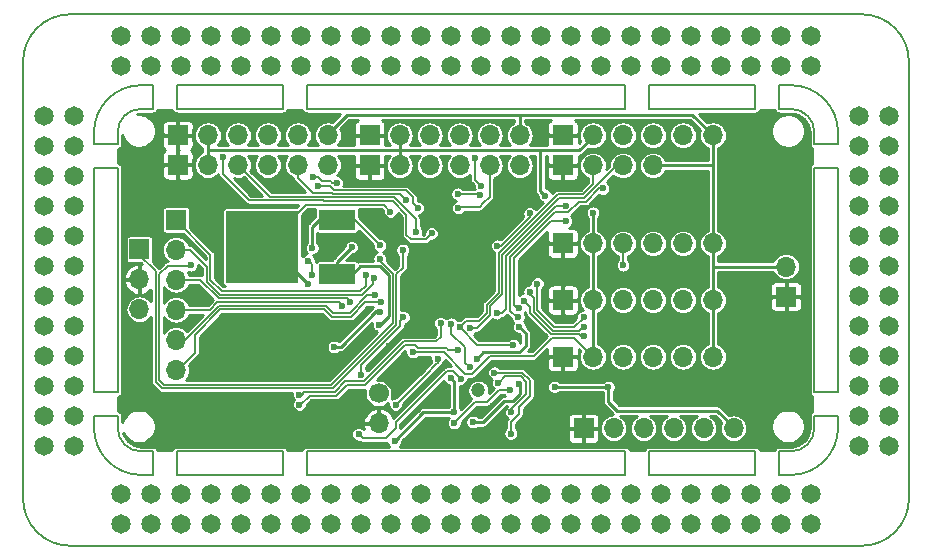
<source format=gbr>
G04 #@! TF.GenerationSoftware,KiCad,Pcbnew,(5.1.2)-2*
G04 #@! TF.CreationDate,2019-08-19T13:15:05+03:00*
G04 #@! TF.ProjectId,SigmaDSP ADAU1452,5369676d-6144-4535-9020-414441553134,rev?*
G04 #@! TF.SameCoordinates,Original*
G04 #@! TF.FileFunction,Copper,L2,Bot*
G04 #@! TF.FilePolarity,Positive*
%FSLAX46Y46*%
G04 Gerber Fmt 4.6, Leading zero omitted, Abs format (unit mm)*
G04 Created by KiCad (PCBNEW (5.1.2)-2) date 2019-08-19 13:15:05*
%MOMM*%
%LPD*%
G04 APERTURE LIST*
%ADD10C,0.150000*%
%ADD11R,5.250000X5.250000*%
%ADD12C,1.651000*%
%ADD13C,1.700000*%
%ADD14O,1.700000X1.700000*%
%ADD15C,1.200000*%
%ADD16R,1.700000X1.700000*%
%ADD17R,3.048000X1.651000*%
%ADD18R,6.096000X6.096000*%
%ADD19C,0.600000*%
%ADD20C,0.152400*%
%ADD21C,0.250000*%
%ADD22C,0.200000*%
%ADD23C,0.254000*%
G04 APERTURE END LIST*
D10*
X215000000Y-163000000D02*
G75*
G02X217000000Y-165000000I0J-2000000D01*
G01*
X158000000Y-165000000D02*
G75*
G02X160000000Y-163000000I2000000J0D01*
G01*
X217000000Y-190000000D02*
G75*
G02X215000000Y-192000000I-2000000J0D01*
G01*
X160000000Y-192000000D02*
G75*
G02X158000000Y-190000000I0J2000000D01*
G01*
X163000000Y-192000000D02*
X172000000Y-192000000D01*
X172000000Y-192000000D02*
X172000000Y-194000000D01*
X172000000Y-194000000D02*
X163000000Y-194000000D01*
X163000000Y-194000000D02*
X163000000Y-192000000D01*
X174000000Y-192000000D02*
X174000000Y-194000000D01*
X174000000Y-194000000D02*
X201000000Y-194000000D01*
X201000000Y-194000000D02*
X201000000Y-192000000D01*
X201000000Y-192000000D02*
X174000000Y-192000000D01*
X203000000Y-192000000D02*
X203000000Y-194000000D01*
X203000000Y-194000000D02*
X211000000Y-194000000D01*
X211000000Y-192000000D02*
X203000000Y-192000000D01*
X160000000Y-192000000D02*
X161000000Y-192000000D01*
X161000000Y-192000000D02*
X161000000Y-194000000D01*
X161000000Y-194000000D02*
X160000000Y-194000000D01*
X158000000Y-190000000D02*
X158000000Y-189000000D01*
X158000000Y-189000000D02*
X156000000Y-189000000D01*
X156000000Y-189000000D02*
X156000000Y-190000000D01*
X160000000Y-194000000D02*
G75*
G02X156000000Y-190000000I0J4000000D01*
G01*
X160000000Y-163000000D02*
X161000000Y-163000000D01*
X161000000Y-163000000D02*
X161000000Y-161000000D01*
X161000000Y-161000000D02*
X160000000Y-161000000D01*
X158000000Y-165000000D02*
X158000000Y-166000000D01*
X158000000Y-166000000D02*
X156000000Y-166000000D01*
X156000000Y-166000000D02*
X156000000Y-165000000D01*
X156000000Y-165000000D02*
G75*
G02X160000000Y-161000000I4000000J0D01*
G01*
X215000000Y-163000000D02*
X214000000Y-163000000D01*
X214000000Y-163000000D02*
X214000000Y-161000000D01*
X214000000Y-161000000D02*
X215000000Y-161000000D01*
X217000000Y-165000000D02*
X217000000Y-166000000D01*
X217000000Y-166000000D02*
X219000000Y-166000000D01*
X219000000Y-166000000D02*
X219000000Y-165000000D01*
X215000000Y-161000000D02*
G75*
G02X219000000Y-165000000I0J-4000000D01*
G01*
X217000000Y-190000000D02*
X217000000Y-189000000D01*
X217000000Y-189000000D02*
X219000000Y-189000000D01*
X219000000Y-189000000D02*
X219000000Y-190000000D01*
X215000000Y-192000000D02*
X214000000Y-192000000D01*
X214000000Y-192000000D02*
X214000000Y-194000000D01*
X219000000Y-190000000D02*
G75*
G02X215000000Y-194000000I-4000000J0D01*
G01*
X214000000Y-194000000D02*
X215000000Y-194000000D01*
X158000000Y-187000000D02*
X156000000Y-187000000D01*
X156000000Y-187000000D02*
X156000000Y-168000000D01*
X156000000Y-168000000D02*
X158000000Y-168000000D01*
X158000000Y-168000000D02*
X158000000Y-187000000D01*
X217000000Y-187000000D02*
X219000000Y-187000000D01*
X219000000Y-187000000D02*
X219000000Y-168000000D01*
X219000000Y-168000000D02*
X217000000Y-168000000D01*
X217000000Y-168000000D02*
X217000000Y-187000000D01*
X163000000Y-163000000D02*
X163000000Y-161000000D01*
X163000000Y-161000000D02*
X172000000Y-161000000D01*
X172000000Y-161000000D02*
X172000000Y-163000000D01*
X172000000Y-163000000D02*
X163000000Y-163000000D01*
X212000000Y-163000000D02*
X203000000Y-163000000D01*
X203000000Y-163000000D02*
X203000000Y-161000000D01*
X203000000Y-161000000D02*
X212000000Y-161000000D01*
X212000000Y-161000000D02*
X212000000Y-163000000D01*
X174000000Y-163000000D02*
X174000000Y-161000000D01*
X174000000Y-161000000D02*
X201000000Y-161000000D01*
X201000000Y-161000000D02*
X201000000Y-163000000D01*
X201000000Y-163000000D02*
X174000000Y-163000000D01*
X150000000Y-159000000D02*
G75*
G02X154000000Y-155000000I4000000J0D01*
G01*
X221000000Y-155000000D02*
G75*
G02X225000000Y-159000000I0J-4000000D01*
G01*
X225000000Y-196000000D02*
G75*
G02X221000000Y-200000000I-4000000J0D01*
G01*
X154000000Y-200000000D02*
G75*
G02X150000000Y-196000000I0J4000000D01*
G01*
X154000000Y-200000000D02*
X221000000Y-200000000D01*
X225000000Y-196000000D02*
X225000000Y-159000000D01*
X221000000Y-155000000D02*
X154000000Y-155000000D01*
X150000000Y-159000000D02*
X150000000Y-196000000D01*
X211000000Y-192000000D02*
X212000000Y-192000000D01*
X212000000Y-192000000D02*
X212000000Y-194000000D01*
X212000000Y-194000000D02*
X211000000Y-194000000D01*
D11*
X186100000Y-177500000D03*
D12*
X158315000Y-156819000D03*
X160855000Y-156819000D03*
X163395000Y-156819000D03*
X165935000Y-156819000D03*
X168475000Y-156819000D03*
X171015000Y-156819000D03*
X173555000Y-156819000D03*
X176095000Y-156819000D03*
X176095000Y-159359000D03*
X173555000Y-159359000D03*
X171015000Y-159359000D03*
X168475000Y-159359000D03*
X165935000Y-159359000D03*
X163395000Y-159359000D03*
X160855000Y-159359000D03*
X158315000Y-159359000D03*
X196415000Y-156819000D03*
X193875000Y-156819000D03*
X191335000Y-156819000D03*
X188795000Y-156819000D03*
X186255000Y-156819000D03*
X183715000Y-156819000D03*
X181175000Y-156819000D03*
X178635000Y-156819000D03*
X178635000Y-159359000D03*
X181175000Y-159359000D03*
X183715000Y-159359000D03*
X186255000Y-159359000D03*
X188795000Y-159359000D03*
X191335000Y-159359000D03*
X193875000Y-159359000D03*
X196415000Y-159359000D03*
X216735000Y-159359000D03*
X214195000Y-159359000D03*
X211655000Y-159359000D03*
X209115000Y-159359000D03*
X206575000Y-159359000D03*
X204035000Y-159359000D03*
X201495000Y-159359000D03*
X198955000Y-159359000D03*
X198955000Y-156819000D03*
X201495000Y-156819000D03*
X204035000Y-156819000D03*
X206575000Y-156819000D03*
X209115000Y-156819000D03*
X211655000Y-156819000D03*
X214195000Y-156819000D03*
X216735000Y-156819000D03*
X151802000Y-168674000D03*
X151802000Y-171214000D03*
X151802000Y-173754000D03*
X151802000Y-176294000D03*
X151802000Y-178834000D03*
X151802000Y-181374000D03*
X151802000Y-183914000D03*
X151802000Y-186454000D03*
X223303000Y-168674000D03*
X223303000Y-171214000D03*
X223303000Y-173754000D03*
X223303000Y-176294000D03*
X223303000Y-178834000D03*
X223303000Y-181374000D03*
X223303000Y-183914000D03*
X223303000Y-186454000D03*
X220763000Y-186454000D03*
X220763000Y-183914000D03*
X220763000Y-181374000D03*
X220763000Y-178834000D03*
X220763000Y-176294000D03*
X220763000Y-173754000D03*
X220763000Y-171214000D03*
X220763000Y-168674000D03*
X151802000Y-166134000D03*
X154342000Y-166134000D03*
X154342000Y-163594000D03*
X151802000Y-163594000D03*
X223303000Y-166134000D03*
X220763000Y-166134000D03*
X220763000Y-163594000D03*
X223303000Y-163594000D03*
X154342000Y-191534000D03*
X151802000Y-191534000D03*
X176095000Y-195619000D03*
X173555000Y-195619000D03*
X171015000Y-195619000D03*
X168475000Y-195619000D03*
X165935000Y-195619000D03*
X163395000Y-195619000D03*
X160855000Y-195619000D03*
X158315000Y-195619000D03*
X158315000Y-198159000D03*
X160855000Y-198159000D03*
X163395000Y-198159000D03*
X165935000Y-198159000D03*
X168475000Y-198159000D03*
X171015000Y-198159000D03*
X173555000Y-198159000D03*
X176095000Y-198159000D03*
X178635000Y-195619000D03*
X181175000Y-195619000D03*
X183715000Y-195619000D03*
X186255000Y-195619000D03*
X188795000Y-195619000D03*
X191335000Y-195619000D03*
X193875000Y-195619000D03*
X196415000Y-195619000D03*
X196415000Y-198159000D03*
X193875000Y-198159000D03*
X191335000Y-198159000D03*
X188795000Y-198159000D03*
X186255000Y-198159000D03*
X183715000Y-198159000D03*
X181175000Y-198159000D03*
X178635000Y-198159000D03*
X198955000Y-198159000D03*
X201495000Y-198159000D03*
X204035000Y-198159000D03*
X206575000Y-198159000D03*
X209115000Y-198159000D03*
X211655000Y-198159000D03*
X214195000Y-198159000D03*
X216735000Y-198159000D03*
X216735000Y-195619000D03*
X214195000Y-195619000D03*
X211655000Y-195619000D03*
X209115000Y-195619000D03*
X206575000Y-195619000D03*
X204035000Y-195619000D03*
X201495000Y-195619000D03*
X198955000Y-195619000D03*
X154342000Y-186454000D03*
X154342000Y-183914000D03*
X154342000Y-181374000D03*
X154342000Y-178834000D03*
X154342000Y-176294000D03*
X154342000Y-173754000D03*
X154342000Y-171214000D03*
X154342000Y-168674000D03*
X151802000Y-188994000D03*
X154342000Y-188994000D03*
X220763000Y-191534000D03*
X223303000Y-191534000D03*
X223303000Y-188994000D03*
X220763000Y-188994000D03*
D13*
X180100000Y-187100000D03*
D14*
X180100000Y-189640000D03*
D15*
X188550000Y-186850000D03*
D16*
X162950000Y-172400000D03*
D14*
X162950000Y-174940000D03*
X162950000Y-177480000D03*
X162950000Y-180020000D03*
X162950000Y-182560000D03*
X162950000Y-185100000D03*
X175800000Y-167750000D03*
X173260000Y-167750000D03*
X170720000Y-167750000D03*
X168180000Y-167750000D03*
X165640000Y-167750000D03*
D16*
X163100000Y-167750000D03*
X163100000Y-165250000D03*
D14*
X165640000Y-165250000D03*
X168180000Y-165250000D03*
X170720000Y-165250000D03*
X173260000Y-165250000D03*
X175800000Y-165250000D03*
X192050000Y-167800000D03*
X189510000Y-167800000D03*
X186970000Y-167800000D03*
X184430000Y-167800000D03*
X181890000Y-167800000D03*
D16*
X179350000Y-167800000D03*
X179350000Y-165250000D03*
D14*
X181890000Y-165250000D03*
X184430000Y-165250000D03*
X186970000Y-165250000D03*
X189510000Y-165250000D03*
X192050000Y-165250000D03*
X208400000Y-165250000D03*
X205860000Y-165250000D03*
X203320000Y-165250000D03*
X200780000Y-165250000D03*
X198240000Y-165250000D03*
D16*
X195700000Y-165250000D03*
X195700000Y-184000000D03*
D14*
X198240000Y-184000000D03*
X200780000Y-184000000D03*
X203320000Y-184000000D03*
X205860000Y-184000000D03*
X208400000Y-184000000D03*
X208400000Y-179200000D03*
X205860000Y-179200000D03*
X203320000Y-179200000D03*
X200780000Y-179200000D03*
X198240000Y-179200000D03*
D16*
X195700000Y-179200000D03*
X195700000Y-174400000D03*
D14*
X198240000Y-174400000D03*
X200780000Y-174400000D03*
X203320000Y-174400000D03*
X205860000Y-174400000D03*
X208400000Y-174400000D03*
D16*
X214600000Y-178900000D03*
D14*
X214600000Y-176360000D03*
D16*
X195700000Y-167800000D03*
D14*
X198240000Y-167800000D03*
X200780000Y-167800000D03*
X203320000Y-167800000D03*
X210150000Y-190050000D03*
X207610000Y-190050000D03*
X205070000Y-190050000D03*
X202530000Y-190050000D03*
X199990000Y-190050000D03*
D16*
X197450000Y-190050000D03*
X159850000Y-174900000D03*
D14*
X159850000Y-177440000D03*
X159850000Y-179980000D03*
D17*
X176600000Y-172414000D03*
D18*
X170250000Y-174700000D03*
D17*
X176600000Y-176986000D03*
D19*
X177300000Y-183800000D03*
X180700000Y-185550000D03*
X190100000Y-181350000D03*
X194100000Y-185750000D03*
X177400000Y-181350000D03*
X183150000Y-167150000D03*
X173000000Y-181300000D03*
X173450000Y-182200000D03*
X174600000Y-183900000D03*
X169750000Y-185200000D03*
X180300000Y-172100000D03*
X171400000Y-169700000D03*
X169000000Y-169700000D03*
X173900000Y-172450000D03*
X187350000Y-187750000D03*
X184650000Y-187750000D03*
X164350000Y-180850000D03*
X213868000Y-168000000D03*
X213868000Y-170000000D03*
X213868000Y-172000000D03*
X215000000Y-182000000D03*
X215000000Y-184000000D03*
X215000000Y-186000000D03*
X215000000Y-188000000D03*
X159000000Y-167000000D03*
X159000000Y-169000000D03*
X159000000Y-171000000D03*
X159000000Y-173000000D03*
X159000000Y-183000000D03*
X159000000Y-185000000D03*
X159000000Y-187000000D03*
X173400000Y-190000000D03*
X169456100Y-187629800D03*
X162200000Y-190400000D03*
X164100000Y-190400000D03*
X193900000Y-165200000D03*
X177800000Y-165300000D03*
X164700000Y-166500000D03*
X202000000Y-180200000D03*
X202000000Y-181600000D03*
X202000000Y-176400000D03*
X199500000Y-173700000D03*
X202050000Y-173700000D03*
X204600000Y-166050000D03*
X204650000Y-168850000D03*
X198850000Y-166500000D03*
X188200000Y-164550000D03*
X183150000Y-164500000D03*
X190800000Y-164500000D03*
X172000000Y-164450000D03*
X169400000Y-164400000D03*
X166350000Y-171700000D03*
X166350000Y-173350000D03*
X166350000Y-174550000D03*
X166350000Y-170000000D03*
X167150000Y-182900000D03*
X169500000Y-182950000D03*
X169500000Y-180950000D03*
X167150000Y-180900000D03*
X164900000Y-176750000D03*
X164500000Y-179350000D03*
X176900000Y-174700000D03*
X178100000Y-175500000D03*
X182900000Y-175500000D03*
X182900000Y-176600000D03*
X182900000Y-177650000D03*
X182900000Y-178750000D03*
X182900000Y-179750000D03*
X182100000Y-174100000D03*
X185950000Y-174250000D03*
X187000000Y-174250000D03*
X188050000Y-174250000D03*
X189100000Y-174250000D03*
X200950000Y-187800000D03*
X201250000Y-190750000D03*
X184150000Y-181400000D03*
X181000000Y-183100000D03*
X207550000Y-169150000D03*
X207600000Y-171100000D03*
X209250000Y-170700000D03*
X209500000Y-177750000D03*
X187000000Y-169300000D03*
X190550000Y-169350000D03*
X194050000Y-182250000D03*
X189500000Y-175750000D03*
X189500000Y-176700000D03*
X189500000Y-177650000D03*
X182150000Y-174950000D03*
X176325000Y-183175000D03*
X180250000Y-180200000D03*
X174450000Y-177100000D03*
X174150000Y-175850000D03*
X178650000Y-185500000D03*
X182200000Y-180650000D03*
X174100000Y-177850000D03*
X181100000Y-171700000D03*
X177825000Y-174725000D03*
X180150000Y-181300000D03*
X188400000Y-184200000D03*
X186500000Y-188700000D03*
X186200000Y-185800000D03*
X199550000Y-186550000D03*
X195000000Y-186550000D03*
X192000000Y-186300000D03*
X188075000Y-189525000D03*
X192000000Y-181450000D03*
X181450000Y-191150000D03*
X182450000Y-170700000D03*
X183250000Y-173450000D03*
X183400000Y-171400000D03*
X174950000Y-169550000D03*
X176550000Y-169250000D03*
X174550000Y-168800000D03*
X166900000Y-167100000D03*
X184600000Y-173550000D03*
X186850000Y-171400000D03*
X188700000Y-170300000D03*
X186800000Y-170200000D03*
X188800000Y-169550000D03*
X188250000Y-167150000D03*
X190150000Y-174600000D03*
X192900000Y-171850000D03*
X200800000Y-176250000D03*
X193550000Y-177800000D03*
X197450000Y-180650000D03*
X197450000Y-181450000D03*
X192900000Y-178500000D03*
X197500000Y-182250000D03*
X192400000Y-179235100D03*
X195950000Y-172500000D03*
X191998600Y-179882800D03*
X199100000Y-169750000D03*
X191922400Y-180644800D03*
X195950000Y-171200000D03*
X190100000Y-180300000D03*
X186500000Y-189600000D03*
X191200000Y-186800000D03*
X189900000Y-185350000D03*
X191300000Y-190500000D03*
X190250000Y-186200000D03*
X191350000Y-188700000D03*
X187850000Y-181600000D03*
X186950000Y-181500000D03*
X191500000Y-183000000D03*
X173400000Y-188050000D03*
X186850000Y-183400000D03*
X181550000Y-188050000D03*
X185100000Y-184150000D03*
X187800000Y-184900000D03*
X186250000Y-181200000D03*
X187050000Y-185850000D03*
X178400000Y-190550000D03*
X173400000Y-187200000D03*
X185350000Y-181150000D03*
X183000000Y-183600000D03*
X194200000Y-170350000D03*
X198250000Y-171800000D03*
X180300000Y-179400000D03*
X179800000Y-178800000D03*
X177000000Y-179700000D03*
X177700000Y-179350000D03*
X179750000Y-177300000D03*
X179000000Y-177100000D03*
X164200000Y-176250000D03*
X180200000Y-175700000D03*
X174475000Y-174775000D03*
X180225700Y-174574200D03*
D20*
X159850000Y-175404809D02*
X159850000Y-174900000D01*
X161222595Y-176777405D02*
X159850000Y-175404809D01*
X161771399Y-186671399D02*
X161222595Y-186122595D01*
X182150000Y-176458419D02*
X181608420Y-176999999D01*
X176228601Y-186671399D02*
X161771399Y-186671399D01*
X181608420Y-176999999D02*
X181608420Y-181272646D01*
X181608420Y-181272646D02*
X176326256Y-186554810D01*
X161222595Y-186122595D02*
X161222595Y-176777405D01*
X176326256Y-186554810D02*
X176326256Y-186573744D01*
X176326256Y-186573744D02*
X176228601Y-186671399D01*
X182150000Y-174950000D02*
X182150000Y-175600000D01*
X182150000Y-175600000D02*
X182150000Y-176458419D01*
D21*
X176325000Y-183175000D02*
X176875080Y-183175000D01*
X176875080Y-183175000D02*
X179900080Y-180150000D01*
X179900080Y-180150000D02*
X180200000Y-180150000D01*
X180200000Y-180150000D02*
X180250000Y-180200000D01*
D20*
X174450000Y-177100000D02*
X174450000Y-176150000D01*
X174450000Y-176150000D02*
X174150000Y-175850000D01*
X178650000Y-185500000D02*
X178650000Y-184662132D01*
X178650000Y-184662132D02*
X181913230Y-181398902D01*
X181913230Y-181398902D02*
X181913230Y-180936770D01*
X181913230Y-180936770D02*
X182200000Y-180650000D01*
D21*
X170950000Y-174700000D02*
X174100000Y-177850000D01*
X170250000Y-174700000D02*
X170950000Y-174700000D01*
D20*
X170250000Y-174700000D02*
X170350000Y-174700000D01*
X170350000Y-174700000D02*
X173930760Y-171119240D01*
X173930760Y-171119240D02*
X180519240Y-171119240D01*
X180519240Y-171119240D02*
X181100000Y-171700000D01*
D21*
X208400000Y-179200000D02*
X208400000Y-184000000D01*
X208710000Y-178890000D02*
X208400000Y-179200000D01*
X208300000Y-167800000D02*
X208400000Y-167900000D01*
X203320000Y-167800000D02*
X208300000Y-167800000D01*
X208400000Y-165250000D02*
X208400000Y-167900000D01*
X208400000Y-167900000D02*
X208400000Y-174400000D01*
X175800000Y-165250000D02*
X175800000Y-165100000D01*
X175800000Y-165100000D02*
X177400000Y-163500000D01*
X206650000Y-163500000D02*
X208400000Y-165250000D01*
X192050000Y-163600000D02*
X191950000Y-163500000D01*
X192050000Y-165250000D02*
X192050000Y-163600000D01*
X177400000Y-163500000D02*
X191950000Y-163500000D01*
X191950000Y-163500000D02*
X206650000Y-163500000D01*
X176600000Y-176986000D02*
X176600000Y-175950000D01*
X176600000Y-175950000D02*
X177825000Y-174725000D01*
X176600000Y-176986000D02*
X177914000Y-176986000D01*
X177914000Y-176986000D02*
X178550000Y-176350000D01*
X178550000Y-176350000D02*
X180200000Y-176350000D01*
X180200000Y-176350000D02*
X180950000Y-177100000D01*
X180950000Y-177100000D02*
X180950000Y-180550000D01*
X180950000Y-180550000D02*
X180125000Y-181375000D01*
X186500000Y-186100000D02*
X186200000Y-185800000D01*
X186500000Y-188700000D02*
X186500000Y-186100000D01*
X210150000Y-190050000D02*
X210150000Y-189950000D01*
X210150000Y-189950000D02*
X208750000Y-188550000D01*
X208750000Y-188550000D02*
X200300000Y-188550000D01*
X200300000Y-188550000D02*
X199550000Y-187800000D01*
X199550000Y-187800000D02*
X199550000Y-186550000D01*
X199550000Y-186550000D02*
X195000000Y-186550000D01*
X192000000Y-186300000D02*
X192100000Y-186400000D01*
X192100000Y-186400000D02*
X192100000Y-187150000D01*
X192100000Y-187150000D02*
X191500000Y-187750000D01*
X191500000Y-187750000D02*
X190750000Y-187750000D01*
X190750000Y-187750000D02*
X188950000Y-189550000D01*
X188100000Y-189550000D02*
X188075000Y-189525000D01*
X188950000Y-189550000D02*
X188100000Y-189550000D01*
X183900000Y-188700000D02*
X186500000Y-188700000D01*
X181450000Y-191150000D02*
X183900000Y-188700000D01*
X192550000Y-182000000D02*
X192000000Y-181450000D01*
X192550000Y-183050000D02*
X192550000Y-182000000D01*
X192022599Y-183577401D02*
X192550000Y-183050000D01*
X188972599Y-183577401D02*
X192022599Y-183577401D01*
X188400000Y-184150000D02*
X188972599Y-183577401D01*
X188400000Y-184200000D02*
X188400000Y-184150000D01*
X208440000Y-176360000D02*
X208400000Y-176400000D01*
X214600000Y-176360000D02*
X208440000Y-176360000D01*
X208400000Y-174400000D02*
X208400000Y-176400000D01*
X208400000Y-176400000D02*
X208400000Y-179200000D01*
D20*
X173260000Y-168860000D02*
X173260000Y-167750000D01*
X182450000Y-170700000D02*
X182395190Y-170700000D01*
X182395190Y-170700000D02*
X181900000Y-170204810D01*
X176204810Y-170204810D02*
X176150000Y-170150000D01*
X176150000Y-170150000D02*
X174550000Y-170150000D01*
X181900000Y-170204810D02*
X176204810Y-170204810D01*
X174550000Y-170150000D02*
X173260000Y-168860000D01*
X170615000Y-170185000D02*
X168180000Y-167750000D01*
X181409620Y-170509620D02*
X175854810Y-170509620D01*
X183250000Y-172350000D02*
X181409620Y-170509620D01*
X175854810Y-170509620D02*
X175800000Y-170454810D01*
X175800000Y-170454810D02*
X170884810Y-170454810D01*
X183250000Y-173450000D02*
X183250000Y-172350000D01*
X170884810Y-170454810D02*
X170615000Y-170185000D01*
X170720000Y-167750000D02*
X170720000Y-167820000D01*
X183000000Y-171000000D02*
X183400000Y-171400000D01*
X183000000Y-170500000D02*
X183000000Y-171000000D01*
X182400000Y-169900000D02*
X183000000Y-170500000D01*
X176000000Y-169550000D02*
X176350000Y-169900000D01*
X174950000Y-169550000D02*
X176000000Y-169550000D01*
X176350000Y-169900000D02*
X182400000Y-169900000D01*
X176150000Y-169250000D02*
X176050000Y-169150000D01*
X176550000Y-169250000D02*
X176150000Y-169250000D01*
X175000000Y-168800000D02*
X175350000Y-169150000D01*
X174550000Y-168800000D02*
X175000000Y-168800000D01*
X175350000Y-169150000D02*
X176050000Y-169150000D01*
X166900000Y-168500000D02*
X166900000Y-167100000D01*
X169159620Y-170759620D02*
X166900000Y-168500000D01*
X184600000Y-173550000D02*
X184100000Y-174050000D01*
X175454810Y-170814430D02*
X175400000Y-170759620D01*
X184100000Y-174050000D02*
X182850000Y-174050000D01*
X182850000Y-174050000D02*
X182459467Y-173659467D01*
X182459467Y-173659467D02*
X182459467Y-171990533D01*
X182459467Y-171990533D02*
X181283364Y-170814430D01*
X175400000Y-170759620D02*
X169159620Y-170759620D01*
X181283364Y-170814430D02*
X175454810Y-170814430D01*
X186850000Y-171300000D02*
X188650000Y-171300000D01*
X189510000Y-170440000D02*
X189510000Y-167800000D01*
X188650000Y-171300000D02*
X188975000Y-170975000D01*
X188975000Y-170975000D02*
X189510000Y-170440000D01*
X188600000Y-170200000D02*
X188700000Y-170300000D01*
X186800000Y-170200000D02*
X188600000Y-170200000D01*
X188800000Y-169550000D02*
X188250000Y-169000000D01*
X188250000Y-169000000D02*
X188250000Y-167150000D01*
X190150000Y-174600000D02*
X190468934Y-174600000D01*
X190468934Y-174600000D02*
X192900000Y-172168934D01*
X192900000Y-172168934D02*
X192900000Y-171850000D01*
X200780000Y-176230000D02*
X200780000Y-174400000D01*
X200800000Y-176250000D02*
X200780000Y-176230000D01*
X196664430Y-181485570D02*
X197450000Y-180700000D01*
X197450000Y-180700000D02*
X197450000Y-180650000D01*
X193550000Y-177800000D02*
X193550000Y-178783411D01*
X193550000Y-180050000D02*
X194985570Y-181485570D01*
X193550000Y-177800000D02*
X193550000Y-180050000D01*
X194985570Y-181485570D02*
X196664430Y-181485570D01*
X192900000Y-178500000D02*
X192900000Y-178750000D01*
X197400000Y-181450000D02*
X197450000Y-181450000D01*
X192900000Y-178500000D02*
X192900000Y-178654810D01*
X192900000Y-178654810D02*
X193245190Y-179000000D01*
X193245190Y-179000000D02*
X193245190Y-180176256D01*
X193245190Y-180176256D02*
X194859314Y-181790380D01*
X194859314Y-181790380D02*
X197059620Y-181790380D01*
X197059620Y-181790380D02*
X197400000Y-181450000D01*
X197345190Y-182095190D02*
X197500000Y-182250000D01*
X192400000Y-179250000D02*
X192400000Y-179259620D01*
X192940381Y-179800001D02*
X192940381Y-180302513D01*
X192940381Y-180302513D02*
X194733058Y-182095190D01*
X197500000Y-182250000D02*
X197254811Y-182250000D01*
X197100001Y-182095190D02*
X194733058Y-182095190D01*
X197254811Y-182250000D02*
X197100001Y-182095190D01*
X192400000Y-179259620D02*
X192940381Y-179800001D01*
X192400000Y-179235100D02*
X192400000Y-179259620D01*
X195950000Y-172500000D02*
X194724264Y-172500000D01*
X192000000Y-179900000D02*
X191850000Y-179900000D01*
X191562132Y-179612132D02*
X191562132Y-175662132D01*
X191850000Y-179900000D02*
X191562132Y-179612132D01*
X194724264Y-172500000D02*
X191562132Y-175662132D01*
X191257322Y-180107322D02*
X191257322Y-175535876D01*
X195043198Y-171750000D02*
X196154810Y-171750000D01*
X191257322Y-175535876D02*
X195043198Y-171750000D01*
X198757322Y-169750000D02*
X199100000Y-169750000D01*
X191800000Y-180650000D02*
X191257322Y-180107322D01*
X191900000Y-180650000D02*
X191800000Y-180650000D01*
X197050000Y-170854810D02*
X197652512Y-170854810D01*
X197652512Y-170854810D02*
X198757322Y-169750000D01*
X196154810Y-171750000D02*
X197050000Y-170854810D01*
X190100000Y-180500000D02*
X190100000Y-180300000D01*
X195162132Y-171200000D02*
X195950000Y-171200000D01*
X190881066Y-175481066D02*
X195162132Y-171200000D01*
X190881066Y-179971446D02*
X190881066Y-175481066D01*
X190552512Y-180300000D02*
X190881066Y-179971446D01*
X190100000Y-180300000D02*
X190552512Y-180300000D01*
X190300000Y-186800000D02*
X191200000Y-186800000D01*
X188250000Y-187850000D02*
X186500000Y-189600000D01*
X189250000Y-187850000D02*
X188250000Y-187850000D01*
X189250000Y-187850000D02*
X190300000Y-186800000D01*
X189900000Y-185350000D02*
X192250000Y-185350000D01*
X192250000Y-185350000D02*
X192900000Y-186000000D01*
X191300000Y-190500000D02*
X191300000Y-189550000D01*
X191300000Y-189550000D02*
X191965573Y-188884427D01*
X191965573Y-188284427D02*
X192900000Y-187350000D01*
X191965573Y-188884427D02*
X191965573Y-188284427D01*
X192900000Y-186000000D02*
X192900000Y-187350000D01*
X191350000Y-185654810D02*
X192123744Y-185654810D01*
X190250000Y-186200000D02*
X190254810Y-186200000D01*
X190254810Y-186200000D02*
X190800000Y-185654810D01*
X190800000Y-185654810D02*
X192123744Y-185654810D01*
X192595190Y-186126256D02*
X192123744Y-185654810D01*
X192595190Y-187154890D02*
X192595190Y-186126256D01*
X191350000Y-188400080D02*
X192595190Y-187154890D01*
X191350000Y-188700000D02*
X191350000Y-188400080D01*
X200276256Y-167800000D02*
X200780000Y-167800000D01*
X197526256Y-170550000D02*
X200276256Y-167800000D01*
X195381066Y-170550000D02*
X197526256Y-170550000D01*
X188399920Y-181600000D02*
X189564237Y-180435683D01*
X187850000Y-181600000D02*
X188399920Y-181600000D01*
X189564237Y-179712019D02*
X190576256Y-178700000D01*
X189564237Y-180435683D02*
X189564237Y-179712019D01*
X190576256Y-178700000D02*
X190576256Y-175354810D01*
X190576256Y-175354810D02*
X195381066Y-170550000D01*
X188450000Y-183000000D02*
X186950000Y-181500000D01*
X191500000Y-183000000D02*
X188450000Y-183000000D01*
X198240000Y-169405190D02*
X198240000Y-167800000D01*
X197400000Y-170245190D02*
X198240000Y-169405190D01*
X195254810Y-170245190D02*
X197400000Y-170245190D01*
X190271446Y-175228554D02*
X195254810Y-170245190D01*
X186950000Y-181500000D02*
X187500000Y-180950000D01*
X187500000Y-180950000D02*
X188618854Y-180950000D01*
X188618854Y-180950000D02*
X189259427Y-180309427D01*
X189259427Y-180309427D02*
X189259427Y-179585763D01*
X189259427Y-179585763D02*
X190271446Y-178573744D01*
X190271446Y-178573744D02*
X190271446Y-175228554D01*
X185895190Y-183295190D02*
X186000000Y-183400000D01*
X183477520Y-183295190D02*
X185895190Y-183295190D01*
X183172863Y-182990533D02*
X183477520Y-183295190D01*
X182340533Y-182990533D02*
X183172863Y-182990533D01*
X173481019Y-188050000D02*
X174250000Y-187281019D01*
X174250000Y-187281019D02*
X176500047Y-187281019D01*
X186000000Y-183400000D02*
X186850000Y-183400000D01*
X176500047Y-187281019D02*
X177401256Y-186379810D01*
X173400000Y-188050000D02*
X173481019Y-188050000D01*
X177401256Y-186379810D02*
X178951256Y-186379810D01*
X178951256Y-186379810D02*
X182340533Y-182990533D01*
X181550000Y-188050000D02*
X184100000Y-185500000D01*
X184100000Y-185500000D02*
X184950000Y-184650000D01*
X184950000Y-184650000D02*
X185100000Y-184500000D01*
X185100000Y-184500000D02*
X185100000Y-184150000D01*
X187050000Y-185850000D02*
X186400000Y-185200000D01*
X186400000Y-185200000D02*
X185900000Y-185200000D01*
X185900000Y-185200000D02*
X185150000Y-185950000D01*
X185150000Y-185950000D02*
X182050000Y-189050000D01*
X182050000Y-189050000D02*
X181550000Y-189550000D01*
X181550000Y-189550000D02*
X181550000Y-190050000D01*
X181550000Y-190050000D02*
X180700000Y-190900000D01*
X180700000Y-190900000D02*
X178750000Y-190900000D01*
X178750000Y-190900000D02*
X178400000Y-190550000D01*
X186250000Y-181200000D02*
X186250000Y-182050000D01*
X186250000Y-182050000D02*
X187400000Y-183200000D01*
X187400000Y-184500000D02*
X187800000Y-184900000D01*
X187400000Y-183200000D02*
X187400000Y-184500000D01*
X184964277Y-182685723D02*
X182214277Y-182685723D01*
X185350000Y-182300000D02*
X184964277Y-182685723D01*
X185350000Y-181150000D02*
X185350000Y-182300000D01*
X173400000Y-187200000D02*
X173576209Y-187200000D01*
X173576209Y-187200000D02*
X173800000Y-186976209D01*
X173800000Y-186976209D02*
X176373791Y-186976209D01*
X177275000Y-186075000D02*
X178825000Y-186075000D01*
X176373791Y-186976209D02*
X177275000Y-186075000D01*
X182214277Y-182685723D02*
X178825000Y-186075000D01*
D21*
X181790000Y-166510000D02*
X181890000Y-166410000D01*
X181890000Y-166410000D02*
X181890000Y-167800000D01*
X181890000Y-165250000D02*
X181890000Y-166410000D01*
X165640000Y-166510000D02*
X165640000Y-167750000D01*
X165640000Y-165250000D02*
X165640000Y-166510000D01*
X165640000Y-166510000D02*
X181610000Y-166510000D01*
X181610000Y-166510000D02*
X181790000Y-166510000D01*
X198240000Y-184000000D02*
X198240000Y-179200000D01*
X198240000Y-179200000D02*
X198240000Y-174400000D01*
X193790000Y-166510000D02*
X181610000Y-166510000D01*
X193790000Y-166510000D02*
X193790000Y-169940000D01*
X193790000Y-169940000D02*
X194200000Y-170350000D01*
X198250000Y-174390000D02*
X198240000Y-174400000D01*
X198250000Y-171800000D02*
X198250000Y-174390000D01*
X198240000Y-165360000D02*
X197090000Y-166510000D01*
X198240000Y-165250000D02*
X198240000Y-165360000D01*
X197090000Y-166510000D02*
X193790000Y-166510000D01*
D20*
X196640000Y-182400000D02*
X198240000Y-184000000D01*
X193231011Y-183931011D02*
X194762022Y-182400000D01*
X189550000Y-183931011D02*
X193231011Y-183931011D01*
X183000000Y-183600000D02*
X185600000Y-183600000D01*
X185600000Y-183600000D02*
X187450000Y-185450000D01*
X187450000Y-185450000D02*
X188032330Y-185450000D01*
X188032330Y-185450000D02*
X188866165Y-184616165D01*
X194762022Y-182400000D02*
X196640000Y-182400000D01*
X188866165Y-184616165D02*
X188866165Y-184614846D01*
X188866165Y-184614846D02*
X189550000Y-183931011D01*
X163100000Y-185100000D02*
X162950000Y-185100000D01*
X164538281Y-183661719D02*
X163100000Y-185100000D01*
X178981066Y-179400000D02*
X177776256Y-180604810D01*
X180300000Y-179400000D02*
X178981066Y-179400000D01*
X177776256Y-180604810D02*
X176123744Y-180604810D01*
X164538281Y-182138280D02*
X164538281Y-183661719D01*
X176123744Y-180604810D02*
X175492984Y-179974050D01*
X175492984Y-179974050D02*
X166702511Y-179974050D01*
X166702511Y-179974050D02*
X164538281Y-182138280D01*
X162950000Y-182560000D02*
X163685495Y-182560000D01*
X163685495Y-182560000D02*
X166576255Y-179669240D01*
X166576255Y-179669240D02*
X175619240Y-179669240D01*
X175619240Y-179669240D02*
X176250000Y-180300000D01*
X176250000Y-180300000D02*
X177650000Y-180300000D01*
X177650000Y-180300000D02*
X179150000Y-178800000D01*
X179150000Y-178800000D02*
X179800000Y-178800000D01*
X162950000Y-180020000D02*
X165794429Y-180020000D01*
X165794429Y-180020000D02*
X166449999Y-179364430D01*
X166449999Y-179364430D02*
X176764430Y-179364430D01*
X176764430Y-179364430D02*
X177000000Y-179600000D01*
X177000000Y-179600000D02*
X177000000Y-179700000D01*
X162950000Y-177480000D02*
X164967868Y-177480000D01*
X164967868Y-177480000D02*
X166547488Y-179059620D01*
X166547488Y-179059620D02*
X177459620Y-179059620D01*
X177459620Y-179059620D02*
X177700000Y-179300000D01*
X177700000Y-179300000D02*
X177700000Y-179350000D01*
X165545190Y-177626256D02*
X166673744Y-178754810D01*
X166673744Y-178754810D02*
X178695190Y-178754810D01*
X178695190Y-178754810D02*
X179650000Y-177800000D01*
X179650000Y-177800000D02*
X179650000Y-177400000D01*
X179650000Y-177400000D02*
X179750000Y-177300000D01*
X164130380Y-174940000D02*
X165545190Y-176354810D01*
X162950000Y-174940000D02*
X164130380Y-174940000D01*
X165545190Y-176354810D02*
X165545190Y-177626256D01*
X165850000Y-177500000D02*
X166800000Y-178450000D01*
X166800000Y-178450000D02*
X178550000Y-178450000D01*
X178550000Y-178450000D02*
X179000000Y-178000000D01*
X179000000Y-178000000D02*
X179000000Y-177100000D01*
X162950000Y-172450000D02*
X165850000Y-175350000D01*
X162950000Y-172400000D02*
X162950000Y-172450000D01*
X165850000Y-175350000D02*
X165850000Y-177500000D01*
X180150080Y-175749920D02*
X180200000Y-175700000D01*
X180150080Y-175800000D02*
X180150080Y-175749920D01*
X176083411Y-186366589D02*
X181303610Y-181146390D01*
X164200000Y-176250000D02*
X164150000Y-176300000D01*
X164150000Y-176300000D02*
X162227405Y-176300000D01*
X162227405Y-176300000D02*
X161527405Y-177000000D01*
X161527405Y-177000000D02*
X161527405Y-185996339D01*
X181303610Y-176953530D02*
X180150080Y-175800000D01*
X181303610Y-181146390D02*
X181303610Y-176953530D01*
X161527405Y-185996339D02*
X161897655Y-186366589D01*
X161897655Y-186366589D02*
X176083411Y-186366589D01*
D21*
X174475000Y-174775000D02*
X174475000Y-172975000D01*
X175036000Y-172414000D02*
X176600000Y-172414000D01*
X174475000Y-172975000D02*
X175036000Y-172414000D01*
D22*
X178065500Y-172414000D02*
X180225700Y-174574200D01*
X176600000Y-172414000D02*
X178065500Y-172414000D01*
D23*
G36*
X213626803Y-163154583D02*
G01*
X213664132Y-163224420D01*
X213707644Y-163277439D01*
X213714368Y-163285632D01*
X213775580Y-163335868D01*
X213845417Y-163373197D01*
X213921194Y-163396183D01*
X214000000Y-163403945D01*
X214019747Y-163402000D01*
X214980342Y-163402000D01*
X215310008Y-163434324D01*
X215608214Y-163524357D01*
X215883249Y-163670595D01*
X216124645Y-163867473D01*
X216323203Y-164107487D01*
X216471360Y-164381498D01*
X216563472Y-164679064D01*
X216598000Y-165007573D01*
X216598001Y-165980243D01*
X216596055Y-166000000D01*
X216603817Y-166078806D01*
X216626803Y-166154583D01*
X216664132Y-166224420D01*
X216714368Y-166285632D01*
X216775580Y-166335868D01*
X216823000Y-166361215D01*
X216823000Y-167638785D01*
X216775580Y-167664132D01*
X216714368Y-167714368D01*
X216664132Y-167775580D01*
X216626803Y-167845417D01*
X216603817Y-167921194D01*
X216596055Y-168000000D01*
X216598000Y-168019747D01*
X216598001Y-186980243D01*
X216596055Y-187000000D01*
X216603817Y-187078806D01*
X216626803Y-187154583D01*
X216664132Y-187224420D01*
X216714368Y-187285632D01*
X216775580Y-187335868D01*
X216823000Y-187361215D01*
X216823000Y-188638785D01*
X216775580Y-188664132D01*
X216714368Y-188714368D01*
X216664132Y-188775580D01*
X216626803Y-188845417D01*
X216603817Y-188921194D01*
X216596055Y-189000000D01*
X216598001Y-189019757D01*
X216598000Y-189980342D01*
X216565676Y-190310009D01*
X216475641Y-190608217D01*
X216329402Y-190883252D01*
X216132524Y-191124648D01*
X215892513Y-191323203D01*
X215618502Y-191471360D01*
X215320935Y-191563472D01*
X214992426Y-191598000D01*
X214019747Y-191598000D01*
X214000000Y-191596055D01*
X213980253Y-191598000D01*
X213921194Y-191603817D01*
X213845417Y-191626803D01*
X213775580Y-191664132D01*
X213714368Y-191714368D01*
X213664132Y-191775580D01*
X213626803Y-191845417D01*
X213621012Y-191864508D01*
X213298331Y-191873000D01*
X212381564Y-191873000D01*
X212373197Y-191845417D01*
X212335868Y-191775580D01*
X212285632Y-191714368D01*
X212224420Y-191664132D01*
X212154583Y-191626803D01*
X212078806Y-191603817D01*
X212019747Y-191598000D01*
X212000000Y-191596055D01*
X211980253Y-191598000D01*
X203019747Y-191598000D01*
X203000000Y-191596055D01*
X202980253Y-191598000D01*
X202921194Y-191603817D01*
X202845417Y-191626803D01*
X202775580Y-191664132D01*
X202714368Y-191714368D01*
X202664132Y-191775580D01*
X202626803Y-191845417D01*
X202618436Y-191873000D01*
X201381564Y-191873000D01*
X201373197Y-191845417D01*
X201335868Y-191775580D01*
X201285632Y-191714368D01*
X201224420Y-191664132D01*
X201154583Y-191626803D01*
X201078806Y-191603817D01*
X201019747Y-191598000D01*
X201000000Y-191596055D01*
X200980253Y-191598000D01*
X181888712Y-191598000D01*
X181937023Y-191549689D01*
X182005640Y-191446996D01*
X182052905Y-191332889D01*
X182077000Y-191211754D01*
X182077000Y-191162223D01*
X184087225Y-189152000D01*
X186061288Y-189152000D01*
X186012977Y-189200311D01*
X185944360Y-189303004D01*
X185897095Y-189417111D01*
X185873000Y-189538246D01*
X185873000Y-189661754D01*
X185897095Y-189782889D01*
X185944360Y-189896996D01*
X186012977Y-189999689D01*
X186100311Y-190087023D01*
X186203004Y-190155640D01*
X186317111Y-190202905D01*
X186438246Y-190227000D01*
X186561754Y-190227000D01*
X186682889Y-190202905D01*
X186796996Y-190155640D01*
X186899689Y-190087023D01*
X186987023Y-189999689D01*
X187055640Y-189896996D01*
X187102905Y-189782889D01*
X187127000Y-189661754D01*
X187127000Y-189543210D01*
X188417010Y-188253200D01*
X189230209Y-188253200D01*
X189250000Y-188255149D01*
X189269791Y-188253200D01*
X189269798Y-188253200D01*
X189329041Y-188247365D01*
X189405044Y-188224310D01*
X189475089Y-188186870D01*
X189536484Y-188136484D01*
X189549107Y-188121103D01*
X190467011Y-187203200D01*
X190716488Y-187203200D01*
X190800311Y-187287023D01*
X190816739Y-187298000D01*
X190772204Y-187298000D01*
X190749999Y-187295813D01*
X190661392Y-187304540D01*
X190643615Y-187309933D01*
X190576190Y-187330386D01*
X190497667Y-187372357D01*
X190428841Y-187428841D01*
X190414686Y-187446090D01*
X188762777Y-189098000D01*
X188534712Y-189098000D01*
X188474689Y-189037977D01*
X188371996Y-188969360D01*
X188257889Y-188922095D01*
X188136754Y-188898000D01*
X188013246Y-188898000D01*
X187892111Y-188922095D01*
X187778004Y-188969360D01*
X187675311Y-189037977D01*
X187587977Y-189125311D01*
X187519360Y-189228004D01*
X187472095Y-189342111D01*
X187448000Y-189463246D01*
X187448000Y-189586754D01*
X187472095Y-189707889D01*
X187519360Y-189821996D01*
X187587977Y-189924689D01*
X187675311Y-190012023D01*
X187778004Y-190080640D01*
X187892111Y-190127905D01*
X188013246Y-190152000D01*
X188136754Y-190152000D01*
X188257889Y-190127905D01*
X188371996Y-190080640D01*
X188474689Y-190012023D01*
X188484712Y-190002000D01*
X188927795Y-190002000D01*
X188950000Y-190004187D01*
X188972205Y-190002000D01*
X189038607Y-189995460D01*
X189123810Y-189969614D01*
X189202333Y-189927643D01*
X189271159Y-189871159D01*
X189285323Y-189853900D01*
X190937225Y-188202000D01*
X190966739Y-188202000D01*
X190950311Y-188212977D01*
X190862977Y-188300311D01*
X190794360Y-188403004D01*
X190747095Y-188517111D01*
X190723000Y-188638246D01*
X190723000Y-188761754D01*
X190747095Y-188882889D01*
X190794360Y-188996996D01*
X190862977Y-189099689D01*
X190950311Y-189187023D01*
X191035707Y-189244083D01*
X191028892Y-189250898D01*
X191013517Y-189263516D01*
X191000899Y-189278891D01*
X191000896Y-189278894D01*
X190963131Y-189324911D01*
X190925691Y-189394956D01*
X190902635Y-189470959D01*
X190894851Y-189550000D01*
X190896801Y-189569800D01*
X190896801Y-190016487D01*
X190812977Y-190100311D01*
X190744360Y-190203004D01*
X190697095Y-190317111D01*
X190673000Y-190438246D01*
X190673000Y-190561754D01*
X190697095Y-190682889D01*
X190744360Y-190796996D01*
X190812977Y-190899689D01*
X190900311Y-190987023D01*
X191003004Y-191055640D01*
X191117111Y-191102905D01*
X191238246Y-191127000D01*
X191361754Y-191127000D01*
X191482889Y-191102905D01*
X191596996Y-191055640D01*
X191699689Y-190987023D01*
X191786712Y-190900000D01*
X196120692Y-190900000D01*
X196129902Y-190993508D01*
X196157177Y-191083423D01*
X196201470Y-191166289D01*
X196261078Y-191238922D01*
X196333711Y-191298530D01*
X196416577Y-191342823D01*
X196506492Y-191370098D01*
X196600000Y-191379308D01*
X197282750Y-191377000D01*
X197402000Y-191257750D01*
X197402000Y-190098000D01*
X197498000Y-190098000D01*
X197498000Y-191257750D01*
X197617250Y-191377000D01*
X198300000Y-191379308D01*
X198393508Y-191370098D01*
X198483423Y-191342823D01*
X198566289Y-191298530D01*
X198638922Y-191238922D01*
X198698530Y-191166289D01*
X198742823Y-191083423D01*
X198770098Y-190993508D01*
X198779308Y-190900000D01*
X198777000Y-190217250D01*
X198657750Y-190098000D01*
X197498000Y-190098000D01*
X197402000Y-190098000D01*
X196242250Y-190098000D01*
X196123000Y-190217250D01*
X196120692Y-190900000D01*
X191786712Y-190900000D01*
X191787023Y-190899689D01*
X191855640Y-190796996D01*
X191902905Y-190682889D01*
X191927000Y-190561754D01*
X191927000Y-190438246D01*
X191902905Y-190317111D01*
X191855640Y-190203004D01*
X191787023Y-190100311D01*
X191703200Y-190016488D01*
X191703200Y-189717010D01*
X192220210Y-189200000D01*
X196120692Y-189200000D01*
X196123000Y-189882750D01*
X196242250Y-190002000D01*
X197402000Y-190002000D01*
X197402000Y-188842250D01*
X197498000Y-188842250D01*
X197498000Y-190002000D01*
X198657750Y-190002000D01*
X198777000Y-189882750D01*
X198779308Y-189200000D01*
X198770098Y-189106492D01*
X198742823Y-189016577D01*
X198698530Y-188933711D01*
X198638922Y-188861078D01*
X198566289Y-188801470D01*
X198483423Y-188757177D01*
X198393508Y-188729902D01*
X198300000Y-188720692D01*
X197617250Y-188723000D01*
X197498000Y-188842250D01*
X197402000Y-188842250D01*
X197282750Y-188723000D01*
X196600000Y-188720692D01*
X196506492Y-188729902D01*
X196416577Y-188757177D01*
X196333711Y-188801470D01*
X196261078Y-188861078D01*
X196201470Y-188933711D01*
X196157177Y-189016577D01*
X196129902Y-189106492D01*
X196120692Y-189200000D01*
X192220210Y-189200000D01*
X192236683Y-189183528D01*
X192252057Y-189170911D01*
X192302443Y-189109516D01*
X192339883Y-189039471D01*
X192362938Y-188963468D01*
X192368773Y-188904225D01*
X192368773Y-188904216D01*
X192370722Y-188884428D01*
X192368773Y-188864640D01*
X192368773Y-188451437D01*
X193171109Y-187649102D01*
X193186484Y-187636484D01*
X193201746Y-187617888D01*
X193233747Y-187578894D01*
X193236870Y-187575089D01*
X193274310Y-187505044D01*
X193297365Y-187429041D01*
X193303200Y-187369798D01*
X193303200Y-187369789D01*
X193305149Y-187350001D01*
X193303200Y-187330213D01*
X193303200Y-186488246D01*
X194373000Y-186488246D01*
X194373000Y-186611754D01*
X194397095Y-186732889D01*
X194444360Y-186846996D01*
X194512977Y-186949689D01*
X194600311Y-187037023D01*
X194703004Y-187105640D01*
X194817111Y-187152905D01*
X194938246Y-187177000D01*
X195061754Y-187177000D01*
X195182889Y-187152905D01*
X195296996Y-187105640D01*
X195399689Y-187037023D01*
X195434712Y-187002000D01*
X199098001Y-187002000D01*
X199098000Y-187777795D01*
X199095813Y-187800000D01*
X199104540Y-187888607D01*
X199129521Y-187970959D01*
X199130386Y-187973809D01*
X199172357Y-188052332D01*
X199228841Y-188121159D01*
X199246100Y-188135323D01*
X199964685Y-188853910D01*
X199978841Y-188871159D01*
X199981084Y-188873000D01*
X199932188Y-188873000D01*
X199759268Y-188890031D01*
X199537403Y-188957333D01*
X199332930Y-189066626D01*
X199153709Y-189213709D01*
X199006626Y-189392930D01*
X198897333Y-189597403D01*
X198830031Y-189819268D01*
X198807306Y-190050000D01*
X198830031Y-190280732D01*
X198897333Y-190502597D01*
X199006626Y-190707070D01*
X199153709Y-190886291D01*
X199332930Y-191033374D01*
X199537403Y-191142667D01*
X199759268Y-191209969D01*
X199932188Y-191227000D01*
X200047812Y-191227000D01*
X200220732Y-191209969D01*
X200442597Y-191142667D01*
X200647070Y-191033374D01*
X200826291Y-190886291D01*
X200973374Y-190707070D01*
X201082667Y-190502597D01*
X201149969Y-190280732D01*
X201172694Y-190050000D01*
X201149969Y-189819268D01*
X201082667Y-189597403D01*
X200973374Y-189392930D01*
X200826291Y-189213709D01*
X200647070Y-189066626D01*
X200526163Y-189002000D01*
X201993837Y-189002000D01*
X201872930Y-189066626D01*
X201693709Y-189213709D01*
X201546626Y-189392930D01*
X201437333Y-189597403D01*
X201370031Y-189819268D01*
X201347306Y-190050000D01*
X201370031Y-190280732D01*
X201437333Y-190502597D01*
X201546626Y-190707070D01*
X201693709Y-190886291D01*
X201872930Y-191033374D01*
X202077403Y-191142667D01*
X202299268Y-191209969D01*
X202472188Y-191227000D01*
X202587812Y-191227000D01*
X202760732Y-191209969D01*
X202982597Y-191142667D01*
X203187070Y-191033374D01*
X203366291Y-190886291D01*
X203513374Y-190707070D01*
X203622667Y-190502597D01*
X203689969Y-190280732D01*
X203712694Y-190050000D01*
X203689969Y-189819268D01*
X203622667Y-189597403D01*
X203513374Y-189392930D01*
X203366291Y-189213709D01*
X203187070Y-189066626D01*
X203066163Y-189002000D01*
X204533837Y-189002000D01*
X204412930Y-189066626D01*
X204233709Y-189213709D01*
X204086626Y-189392930D01*
X203977333Y-189597403D01*
X203910031Y-189819268D01*
X203887306Y-190050000D01*
X203910031Y-190280732D01*
X203977333Y-190502597D01*
X204086626Y-190707070D01*
X204233709Y-190886291D01*
X204412930Y-191033374D01*
X204617403Y-191142667D01*
X204839268Y-191209969D01*
X205012188Y-191227000D01*
X205127812Y-191227000D01*
X205300732Y-191209969D01*
X205522597Y-191142667D01*
X205727070Y-191033374D01*
X205906291Y-190886291D01*
X206053374Y-190707070D01*
X206162667Y-190502597D01*
X206229969Y-190280732D01*
X206252694Y-190050000D01*
X206229969Y-189819268D01*
X206162667Y-189597403D01*
X206053374Y-189392930D01*
X205906291Y-189213709D01*
X205727070Y-189066626D01*
X205606163Y-189002000D01*
X207073837Y-189002000D01*
X206952930Y-189066626D01*
X206773709Y-189213709D01*
X206626626Y-189392930D01*
X206517333Y-189597403D01*
X206450031Y-189819268D01*
X206427306Y-190050000D01*
X206450031Y-190280732D01*
X206517333Y-190502597D01*
X206626626Y-190707070D01*
X206773709Y-190886291D01*
X206952930Y-191033374D01*
X207157403Y-191142667D01*
X207379268Y-191209969D01*
X207552188Y-191227000D01*
X207667812Y-191227000D01*
X207840732Y-191209969D01*
X208062597Y-191142667D01*
X208267070Y-191033374D01*
X208446291Y-190886291D01*
X208593374Y-190707070D01*
X208702667Y-190502597D01*
X208769969Y-190280732D01*
X208792694Y-190050000D01*
X208769969Y-189819268D01*
X208702667Y-189597403D01*
X208593374Y-189392930D01*
X208446291Y-189213709D01*
X208267070Y-189066626D01*
X208146163Y-189002000D01*
X208562777Y-189002000D01*
X209092461Y-189531684D01*
X209057333Y-189597403D01*
X208990031Y-189819268D01*
X208967306Y-190050000D01*
X208990031Y-190280732D01*
X209057333Y-190502597D01*
X209166626Y-190707070D01*
X209313709Y-190886291D01*
X209492930Y-191033374D01*
X209697403Y-191142667D01*
X209919268Y-191209969D01*
X210092188Y-191227000D01*
X210207812Y-191227000D01*
X210380732Y-191209969D01*
X210602597Y-191142667D01*
X210807070Y-191033374D01*
X210986291Y-190886291D01*
X211133374Y-190707070D01*
X211242667Y-190502597D01*
X211309969Y-190280732D01*
X211332694Y-190050000D01*
X211309969Y-189819268D01*
X211289095Y-189750453D01*
X213354000Y-189750453D01*
X213354000Y-190031547D01*
X213408838Y-190307241D01*
X213516409Y-190566938D01*
X213672576Y-190800660D01*
X213871340Y-190999424D01*
X214105062Y-191155591D01*
X214364759Y-191263162D01*
X214640453Y-191318000D01*
X214921547Y-191318000D01*
X215197241Y-191263162D01*
X215456938Y-191155591D01*
X215690660Y-190999424D01*
X215889424Y-190800660D01*
X216045591Y-190566938D01*
X216153162Y-190307241D01*
X216208000Y-190031547D01*
X216208000Y-189750453D01*
X216153162Y-189474759D01*
X216045591Y-189215062D01*
X215889424Y-188981340D01*
X215690660Y-188782576D01*
X215456938Y-188626409D01*
X215197241Y-188518838D01*
X214921547Y-188464000D01*
X214640453Y-188464000D01*
X214364759Y-188518838D01*
X214105062Y-188626409D01*
X213871340Y-188782576D01*
X213672576Y-188981340D01*
X213516409Y-189215062D01*
X213408838Y-189474759D01*
X213354000Y-189750453D01*
X211289095Y-189750453D01*
X211242667Y-189597403D01*
X211133374Y-189392930D01*
X210986291Y-189213709D01*
X210807070Y-189066626D01*
X210602597Y-188957333D01*
X210380732Y-188890031D01*
X210207812Y-188873000D01*
X210092188Y-188873000D01*
X209919268Y-188890031D01*
X209773479Y-188934256D01*
X209085323Y-188246100D01*
X209071159Y-188228841D01*
X209002333Y-188172357D01*
X208923810Y-188130386D01*
X208838607Y-188104540D01*
X208772205Y-188098000D01*
X208750000Y-188095813D01*
X208727795Y-188098000D01*
X200487225Y-188098000D01*
X200002000Y-187612777D01*
X200002000Y-186984712D01*
X200037023Y-186949689D01*
X200105640Y-186846996D01*
X200152905Y-186732889D01*
X200177000Y-186611754D01*
X200177000Y-186488246D01*
X200152905Y-186367111D01*
X200105640Y-186253004D01*
X200037023Y-186150311D01*
X199949689Y-186062977D01*
X199846996Y-185994360D01*
X199732889Y-185947095D01*
X199611754Y-185923000D01*
X199488246Y-185923000D01*
X199367111Y-185947095D01*
X199253004Y-185994360D01*
X199150311Y-186062977D01*
X199115288Y-186098000D01*
X195434712Y-186098000D01*
X195399689Y-186062977D01*
X195296996Y-185994360D01*
X195182889Y-185947095D01*
X195061754Y-185923000D01*
X194938246Y-185923000D01*
X194817111Y-185947095D01*
X194703004Y-185994360D01*
X194600311Y-186062977D01*
X194512977Y-186150311D01*
X194444360Y-186253004D01*
X194397095Y-186367111D01*
X194373000Y-186488246D01*
X193303200Y-186488246D01*
X193303200Y-186019791D01*
X193305149Y-186000000D01*
X193303200Y-185980209D01*
X193303200Y-185980202D01*
X193297365Y-185920959D01*
X193274310Y-185844956D01*
X193236870Y-185774911D01*
X193215019Y-185748286D01*
X193199104Y-185728893D01*
X193199102Y-185728891D01*
X193186484Y-185713516D01*
X193171110Y-185700899D01*
X192549107Y-185078897D01*
X192536484Y-185063516D01*
X192475089Y-185013130D01*
X192405044Y-184975690D01*
X192329041Y-184952635D01*
X192269798Y-184946800D01*
X192269791Y-184946800D01*
X192250000Y-184944851D01*
X192230209Y-184946800D01*
X190383512Y-184946800D01*
X190299689Y-184862977D01*
X190280268Y-184850000D01*
X194370692Y-184850000D01*
X194379902Y-184943508D01*
X194407177Y-185033423D01*
X194451470Y-185116289D01*
X194511078Y-185188922D01*
X194583711Y-185248530D01*
X194666577Y-185292823D01*
X194756492Y-185320098D01*
X194850000Y-185329308D01*
X195532750Y-185327000D01*
X195652000Y-185207750D01*
X195652000Y-184048000D01*
X195748000Y-184048000D01*
X195748000Y-185207750D01*
X195867250Y-185327000D01*
X196550000Y-185329308D01*
X196643508Y-185320098D01*
X196733423Y-185292823D01*
X196816289Y-185248530D01*
X196888922Y-185188922D01*
X196948530Y-185116289D01*
X196992823Y-185033423D01*
X197020098Y-184943508D01*
X197029308Y-184850000D01*
X197027000Y-184167250D01*
X196907750Y-184048000D01*
X195748000Y-184048000D01*
X195652000Y-184048000D01*
X194492250Y-184048000D01*
X194373000Y-184167250D01*
X194370692Y-184850000D01*
X190280268Y-184850000D01*
X190196996Y-184794360D01*
X190082889Y-184747095D01*
X189961754Y-184723000D01*
X189838246Y-184723000D01*
X189717111Y-184747095D01*
X189603004Y-184794360D01*
X189500311Y-184862977D01*
X189412977Y-184950311D01*
X189344360Y-185053004D01*
X189297095Y-185167111D01*
X189273000Y-185288246D01*
X189273000Y-185411754D01*
X189297095Y-185532889D01*
X189344360Y-185646996D01*
X189412977Y-185749689D01*
X189500311Y-185837023D01*
X189603004Y-185905640D01*
X189680049Y-185937553D01*
X189647095Y-186017111D01*
X189623000Y-186138246D01*
X189623000Y-186261754D01*
X189647095Y-186382889D01*
X189694360Y-186496996D01*
X189762977Y-186599689D01*
X189846539Y-186683251D01*
X189449317Y-187080472D01*
X189477000Y-186941301D01*
X189477000Y-186758699D01*
X189441376Y-186579604D01*
X189371496Y-186410901D01*
X189270048Y-186259072D01*
X189140928Y-186129952D01*
X188989099Y-186028504D01*
X188820396Y-185958624D01*
X188641301Y-185923000D01*
X188458699Y-185923000D01*
X188279604Y-185958624D01*
X188110901Y-186028504D01*
X187959072Y-186129952D01*
X187829952Y-186259072D01*
X187728504Y-186410901D01*
X187658624Y-186579604D01*
X187623000Y-186758699D01*
X187623000Y-186941301D01*
X187658624Y-187120396D01*
X187728504Y-187289099D01*
X187829952Y-187440928D01*
X187958568Y-187569544D01*
X187950893Y-187578897D01*
X187076478Y-188453312D01*
X187055640Y-188403004D01*
X186987023Y-188300311D01*
X186952000Y-188265288D01*
X186952000Y-186469790D01*
X186988246Y-186477000D01*
X187111754Y-186477000D01*
X187232889Y-186452905D01*
X187346996Y-186405640D01*
X187449689Y-186337023D01*
X187537023Y-186249689D01*
X187605640Y-186146996D01*
X187652905Y-186032889D01*
X187677000Y-185911754D01*
X187677000Y-185853200D01*
X188012539Y-185853200D01*
X188032330Y-185855149D01*
X188052121Y-185853200D01*
X188052128Y-185853200D01*
X188111371Y-185847365D01*
X188187374Y-185824310D01*
X188257419Y-185786870D01*
X188318814Y-185736484D01*
X188331437Y-185721103D01*
X189137269Y-184915271D01*
X189152649Y-184902649D01*
X189171309Y-184879912D01*
X189717010Y-184334211D01*
X193211220Y-184334211D01*
X193231011Y-184336160D01*
X193250802Y-184334211D01*
X193250809Y-184334211D01*
X193310052Y-184328376D01*
X193386055Y-184305321D01*
X193456100Y-184267881D01*
X193517495Y-184217495D01*
X193530118Y-184202114D01*
X194371405Y-183360828D01*
X194373000Y-183832750D01*
X194492250Y-183952000D01*
X195652000Y-183952000D01*
X195652000Y-183932000D01*
X195748000Y-183932000D01*
X195748000Y-183952000D01*
X196907750Y-183952000D01*
X197027000Y-183832750D01*
X197028602Y-183358812D01*
X197171667Y-183501877D01*
X197147333Y-183547403D01*
X197080031Y-183769268D01*
X197057306Y-184000000D01*
X197080031Y-184230732D01*
X197147333Y-184452597D01*
X197256626Y-184657070D01*
X197403709Y-184836291D01*
X197582930Y-184983374D01*
X197787403Y-185092667D01*
X198009268Y-185159969D01*
X198182188Y-185177000D01*
X198297812Y-185177000D01*
X198470732Y-185159969D01*
X198692597Y-185092667D01*
X198897070Y-184983374D01*
X199076291Y-184836291D01*
X199223374Y-184657070D01*
X199332667Y-184452597D01*
X199399969Y-184230732D01*
X199422694Y-184000000D01*
X199597306Y-184000000D01*
X199620031Y-184230732D01*
X199687333Y-184452597D01*
X199796626Y-184657070D01*
X199943709Y-184836291D01*
X200122930Y-184983374D01*
X200327403Y-185092667D01*
X200549268Y-185159969D01*
X200722188Y-185177000D01*
X200837812Y-185177000D01*
X201010732Y-185159969D01*
X201232597Y-185092667D01*
X201437070Y-184983374D01*
X201616291Y-184836291D01*
X201763374Y-184657070D01*
X201872667Y-184452597D01*
X201939969Y-184230732D01*
X201962694Y-184000000D01*
X202137306Y-184000000D01*
X202160031Y-184230732D01*
X202227333Y-184452597D01*
X202336626Y-184657070D01*
X202483709Y-184836291D01*
X202662930Y-184983374D01*
X202867403Y-185092667D01*
X203089268Y-185159969D01*
X203262188Y-185177000D01*
X203377812Y-185177000D01*
X203550732Y-185159969D01*
X203772597Y-185092667D01*
X203977070Y-184983374D01*
X204156291Y-184836291D01*
X204303374Y-184657070D01*
X204412667Y-184452597D01*
X204479969Y-184230732D01*
X204502694Y-184000000D01*
X204677306Y-184000000D01*
X204700031Y-184230732D01*
X204767333Y-184452597D01*
X204876626Y-184657070D01*
X205023709Y-184836291D01*
X205202930Y-184983374D01*
X205407403Y-185092667D01*
X205629268Y-185159969D01*
X205802188Y-185177000D01*
X205917812Y-185177000D01*
X206090732Y-185159969D01*
X206312597Y-185092667D01*
X206517070Y-184983374D01*
X206696291Y-184836291D01*
X206843374Y-184657070D01*
X206952667Y-184452597D01*
X207019969Y-184230732D01*
X207042694Y-184000000D01*
X207019969Y-183769268D01*
X206952667Y-183547403D01*
X206843374Y-183342930D01*
X206696291Y-183163709D01*
X206517070Y-183016626D01*
X206312597Y-182907333D01*
X206090732Y-182840031D01*
X205917812Y-182823000D01*
X205802188Y-182823000D01*
X205629268Y-182840031D01*
X205407403Y-182907333D01*
X205202930Y-183016626D01*
X205023709Y-183163709D01*
X204876626Y-183342930D01*
X204767333Y-183547403D01*
X204700031Y-183769268D01*
X204677306Y-184000000D01*
X204502694Y-184000000D01*
X204479969Y-183769268D01*
X204412667Y-183547403D01*
X204303374Y-183342930D01*
X204156291Y-183163709D01*
X203977070Y-183016626D01*
X203772597Y-182907333D01*
X203550732Y-182840031D01*
X203377812Y-182823000D01*
X203262188Y-182823000D01*
X203089268Y-182840031D01*
X202867403Y-182907333D01*
X202662930Y-183016626D01*
X202483709Y-183163709D01*
X202336626Y-183342930D01*
X202227333Y-183547403D01*
X202160031Y-183769268D01*
X202137306Y-184000000D01*
X201962694Y-184000000D01*
X201939969Y-183769268D01*
X201872667Y-183547403D01*
X201763374Y-183342930D01*
X201616291Y-183163709D01*
X201437070Y-183016626D01*
X201232597Y-182907333D01*
X201010732Y-182840031D01*
X200837812Y-182823000D01*
X200722188Y-182823000D01*
X200549268Y-182840031D01*
X200327403Y-182907333D01*
X200122930Y-183016626D01*
X199943709Y-183163709D01*
X199796626Y-183342930D01*
X199687333Y-183547403D01*
X199620031Y-183769268D01*
X199597306Y-184000000D01*
X199422694Y-184000000D01*
X199399969Y-183769268D01*
X199332667Y-183547403D01*
X199223374Y-183342930D01*
X199076291Y-183163709D01*
X198897070Y-183016626D01*
X198692597Y-182907333D01*
X198692000Y-182907152D01*
X198692000Y-180292848D01*
X198692597Y-180292667D01*
X198897070Y-180183374D01*
X199076291Y-180036291D01*
X199223374Y-179857070D01*
X199332667Y-179652597D01*
X199399969Y-179430732D01*
X199422694Y-179200000D01*
X199597306Y-179200000D01*
X199620031Y-179430732D01*
X199687333Y-179652597D01*
X199796626Y-179857070D01*
X199943709Y-180036291D01*
X200122930Y-180183374D01*
X200327403Y-180292667D01*
X200549268Y-180359969D01*
X200722188Y-180377000D01*
X200837812Y-180377000D01*
X201010732Y-180359969D01*
X201232597Y-180292667D01*
X201437070Y-180183374D01*
X201616291Y-180036291D01*
X201763374Y-179857070D01*
X201872667Y-179652597D01*
X201939969Y-179430732D01*
X201962694Y-179200000D01*
X202137306Y-179200000D01*
X202160031Y-179430732D01*
X202227333Y-179652597D01*
X202336626Y-179857070D01*
X202483709Y-180036291D01*
X202662930Y-180183374D01*
X202867403Y-180292667D01*
X203089268Y-180359969D01*
X203262188Y-180377000D01*
X203377812Y-180377000D01*
X203550732Y-180359969D01*
X203772597Y-180292667D01*
X203977070Y-180183374D01*
X204156291Y-180036291D01*
X204303374Y-179857070D01*
X204412667Y-179652597D01*
X204479969Y-179430732D01*
X204502694Y-179200000D01*
X204677306Y-179200000D01*
X204700031Y-179430732D01*
X204767333Y-179652597D01*
X204876626Y-179857070D01*
X205023709Y-180036291D01*
X205202930Y-180183374D01*
X205407403Y-180292667D01*
X205629268Y-180359969D01*
X205802188Y-180377000D01*
X205917812Y-180377000D01*
X206090732Y-180359969D01*
X206312597Y-180292667D01*
X206517070Y-180183374D01*
X206696291Y-180036291D01*
X206843374Y-179857070D01*
X206952667Y-179652597D01*
X207019969Y-179430732D01*
X207042694Y-179200000D01*
X207019969Y-178969268D01*
X206952667Y-178747403D01*
X206843374Y-178542930D01*
X206696291Y-178363709D01*
X206517070Y-178216626D01*
X206312597Y-178107333D01*
X206090732Y-178040031D01*
X205917812Y-178023000D01*
X205802188Y-178023000D01*
X205629268Y-178040031D01*
X205407403Y-178107333D01*
X205202930Y-178216626D01*
X205023709Y-178363709D01*
X204876626Y-178542930D01*
X204767333Y-178747403D01*
X204700031Y-178969268D01*
X204677306Y-179200000D01*
X204502694Y-179200000D01*
X204479969Y-178969268D01*
X204412667Y-178747403D01*
X204303374Y-178542930D01*
X204156291Y-178363709D01*
X203977070Y-178216626D01*
X203772597Y-178107333D01*
X203550732Y-178040031D01*
X203377812Y-178023000D01*
X203262188Y-178023000D01*
X203089268Y-178040031D01*
X202867403Y-178107333D01*
X202662930Y-178216626D01*
X202483709Y-178363709D01*
X202336626Y-178542930D01*
X202227333Y-178747403D01*
X202160031Y-178969268D01*
X202137306Y-179200000D01*
X201962694Y-179200000D01*
X201939969Y-178969268D01*
X201872667Y-178747403D01*
X201763374Y-178542930D01*
X201616291Y-178363709D01*
X201437070Y-178216626D01*
X201232597Y-178107333D01*
X201010732Y-178040031D01*
X200837812Y-178023000D01*
X200722188Y-178023000D01*
X200549268Y-178040031D01*
X200327403Y-178107333D01*
X200122930Y-178216626D01*
X199943709Y-178363709D01*
X199796626Y-178542930D01*
X199687333Y-178747403D01*
X199620031Y-178969268D01*
X199597306Y-179200000D01*
X199422694Y-179200000D01*
X199399969Y-178969268D01*
X199332667Y-178747403D01*
X199223374Y-178542930D01*
X199076291Y-178363709D01*
X198897070Y-178216626D01*
X198692597Y-178107333D01*
X198692000Y-178107152D01*
X198692000Y-175492848D01*
X198692597Y-175492667D01*
X198897070Y-175383374D01*
X199076291Y-175236291D01*
X199223374Y-175057070D01*
X199332667Y-174852597D01*
X199399969Y-174630732D01*
X199422694Y-174400000D01*
X199597306Y-174400000D01*
X199620031Y-174630732D01*
X199687333Y-174852597D01*
X199796626Y-175057070D01*
X199943709Y-175236291D01*
X200122930Y-175383374D01*
X200327403Y-175492667D01*
X200376800Y-175507652D01*
X200376800Y-175786488D01*
X200312977Y-175850311D01*
X200244360Y-175953004D01*
X200197095Y-176067111D01*
X200173000Y-176188246D01*
X200173000Y-176311754D01*
X200197095Y-176432889D01*
X200244360Y-176546996D01*
X200312977Y-176649689D01*
X200400311Y-176737023D01*
X200503004Y-176805640D01*
X200617111Y-176852905D01*
X200738246Y-176877000D01*
X200861754Y-176877000D01*
X200982889Y-176852905D01*
X201096996Y-176805640D01*
X201199689Y-176737023D01*
X201287023Y-176649689D01*
X201355640Y-176546996D01*
X201402905Y-176432889D01*
X201427000Y-176311754D01*
X201427000Y-176188246D01*
X201402905Y-176067111D01*
X201355640Y-175953004D01*
X201287023Y-175850311D01*
X201199689Y-175762977D01*
X201183200Y-175751959D01*
X201183200Y-175507651D01*
X201232597Y-175492667D01*
X201437070Y-175383374D01*
X201616291Y-175236291D01*
X201763374Y-175057070D01*
X201872667Y-174852597D01*
X201939969Y-174630732D01*
X201962694Y-174400000D01*
X202137306Y-174400000D01*
X202160031Y-174630732D01*
X202227333Y-174852597D01*
X202336626Y-175057070D01*
X202483709Y-175236291D01*
X202662930Y-175383374D01*
X202867403Y-175492667D01*
X203089268Y-175559969D01*
X203262188Y-175577000D01*
X203377812Y-175577000D01*
X203550732Y-175559969D01*
X203772597Y-175492667D01*
X203977070Y-175383374D01*
X204156291Y-175236291D01*
X204303374Y-175057070D01*
X204412667Y-174852597D01*
X204479969Y-174630732D01*
X204502694Y-174400000D01*
X204677306Y-174400000D01*
X204700031Y-174630732D01*
X204767333Y-174852597D01*
X204876626Y-175057070D01*
X205023709Y-175236291D01*
X205202930Y-175383374D01*
X205407403Y-175492667D01*
X205629268Y-175559969D01*
X205802188Y-175577000D01*
X205917812Y-175577000D01*
X206090732Y-175559969D01*
X206312597Y-175492667D01*
X206517070Y-175383374D01*
X206696291Y-175236291D01*
X206843374Y-175057070D01*
X206952667Y-174852597D01*
X207019969Y-174630732D01*
X207042694Y-174400000D01*
X207019969Y-174169268D01*
X206952667Y-173947403D01*
X206843374Y-173742930D01*
X206696291Y-173563709D01*
X206517070Y-173416626D01*
X206312597Y-173307333D01*
X206090732Y-173240031D01*
X205917812Y-173223000D01*
X205802188Y-173223000D01*
X205629268Y-173240031D01*
X205407403Y-173307333D01*
X205202930Y-173416626D01*
X205023709Y-173563709D01*
X204876626Y-173742930D01*
X204767333Y-173947403D01*
X204700031Y-174169268D01*
X204677306Y-174400000D01*
X204502694Y-174400000D01*
X204479969Y-174169268D01*
X204412667Y-173947403D01*
X204303374Y-173742930D01*
X204156291Y-173563709D01*
X203977070Y-173416626D01*
X203772597Y-173307333D01*
X203550732Y-173240031D01*
X203377812Y-173223000D01*
X203262188Y-173223000D01*
X203089268Y-173240031D01*
X202867403Y-173307333D01*
X202662930Y-173416626D01*
X202483709Y-173563709D01*
X202336626Y-173742930D01*
X202227333Y-173947403D01*
X202160031Y-174169268D01*
X202137306Y-174400000D01*
X201962694Y-174400000D01*
X201939969Y-174169268D01*
X201872667Y-173947403D01*
X201763374Y-173742930D01*
X201616291Y-173563709D01*
X201437070Y-173416626D01*
X201232597Y-173307333D01*
X201010732Y-173240031D01*
X200837812Y-173223000D01*
X200722188Y-173223000D01*
X200549268Y-173240031D01*
X200327403Y-173307333D01*
X200122930Y-173416626D01*
X199943709Y-173563709D01*
X199796626Y-173742930D01*
X199687333Y-173947403D01*
X199620031Y-174169268D01*
X199597306Y-174400000D01*
X199422694Y-174400000D01*
X199399969Y-174169268D01*
X199332667Y-173947403D01*
X199223374Y-173742930D01*
X199076291Y-173563709D01*
X198897070Y-173416626D01*
X198702000Y-173312359D01*
X198702000Y-172234712D01*
X198737023Y-172199689D01*
X198805640Y-172096996D01*
X198852905Y-171982889D01*
X198877000Y-171861754D01*
X198877000Y-171738246D01*
X198852905Y-171617111D01*
X198805640Y-171503004D01*
X198737023Y-171400311D01*
X198649689Y-171312977D01*
X198546996Y-171244360D01*
X198432889Y-171197095D01*
X198311754Y-171173000D01*
X198188246Y-171173000D01*
X198067111Y-171197095D01*
X197953004Y-171244360D01*
X197850311Y-171312977D01*
X197762977Y-171400311D01*
X197694360Y-171503004D01*
X197647095Y-171617111D01*
X197623000Y-171738246D01*
X197623000Y-171861754D01*
X197647095Y-171982889D01*
X197694360Y-172096996D01*
X197762977Y-172199689D01*
X197798000Y-172234712D01*
X197798001Y-173304118D01*
X197787403Y-173307333D01*
X197582930Y-173416626D01*
X197403709Y-173563709D01*
X197256626Y-173742930D01*
X197147333Y-173947403D01*
X197080031Y-174169268D01*
X197057306Y-174400000D01*
X197080031Y-174630732D01*
X197147333Y-174852597D01*
X197256626Y-175057070D01*
X197403709Y-175236291D01*
X197582930Y-175383374D01*
X197787403Y-175492667D01*
X197788001Y-175492848D01*
X197788000Y-178107152D01*
X197787403Y-178107333D01*
X197582930Y-178216626D01*
X197403709Y-178363709D01*
X197256626Y-178542930D01*
X197147333Y-178747403D01*
X197080031Y-178969268D01*
X197057306Y-179200000D01*
X197080031Y-179430732D01*
X197147333Y-179652597D01*
X197256626Y-179857070D01*
X197392801Y-180023000D01*
X197388246Y-180023000D01*
X197267111Y-180047095D01*
X197153004Y-180094360D01*
X197050311Y-180162977D01*
X196998465Y-180214823D01*
X197020098Y-180143508D01*
X197029308Y-180050000D01*
X197027000Y-179367250D01*
X196907750Y-179248000D01*
X195748000Y-179248000D01*
X195748000Y-180407750D01*
X195867250Y-180527000D01*
X196550000Y-180529308D01*
X196643508Y-180520098D01*
X196733423Y-180492823D01*
X196816289Y-180448530D01*
X196874621Y-180400659D01*
X196847095Y-180467111D01*
X196823000Y-180588246D01*
X196823000Y-180711754D01*
X196830472Y-180749318D01*
X196497420Y-181082370D01*
X195152581Y-181082370D01*
X194120211Y-180050000D01*
X194370692Y-180050000D01*
X194379902Y-180143508D01*
X194407177Y-180233423D01*
X194451470Y-180316289D01*
X194511078Y-180388922D01*
X194583711Y-180448530D01*
X194666577Y-180492823D01*
X194756492Y-180520098D01*
X194850000Y-180529308D01*
X195532750Y-180527000D01*
X195652000Y-180407750D01*
X195652000Y-179248000D01*
X194492250Y-179248000D01*
X194373000Y-179367250D01*
X194370692Y-180050000D01*
X194120211Y-180050000D01*
X193953200Y-179882990D01*
X193953200Y-178350000D01*
X194370692Y-178350000D01*
X194373000Y-179032750D01*
X194492250Y-179152000D01*
X195652000Y-179152000D01*
X195652000Y-177992250D01*
X195748000Y-177992250D01*
X195748000Y-179152000D01*
X196907750Y-179152000D01*
X197027000Y-179032750D01*
X197029308Y-178350000D01*
X197020098Y-178256492D01*
X196992823Y-178166577D01*
X196948530Y-178083711D01*
X196888922Y-178011078D01*
X196816289Y-177951470D01*
X196733423Y-177907177D01*
X196643508Y-177879902D01*
X196550000Y-177870692D01*
X195867250Y-177873000D01*
X195748000Y-177992250D01*
X195652000Y-177992250D01*
X195532750Y-177873000D01*
X194850000Y-177870692D01*
X194756492Y-177879902D01*
X194666577Y-177907177D01*
X194583711Y-177951470D01*
X194511078Y-178011078D01*
X194451470Y-178083711D01*
X194407177Y-178166577D01*
X194379902Y-178256492D01*
X194370692Y-178350000D01*
X193953200Y-178350000D01*
X193953200Y-178283512D01*
X194037023Y-178199689D01*
X194105640Y-178096996D01*
X194152905Y-177982889D01*
X194177000Y-177861754D01*
X194177000Y-177738246D01*
X194152905Y-177617111D01*
X194105640Y-177503004D01*
X194037023Y-177400311D01*
X193949689Y-177312977D01*
X193846996Y-177244360D01*
X193732889Y-177197095D01*
X193611754Y-177173000D01*
X193488246Y-177173000D01*
X193367111Y-177197095D01*
X193253004Y-177244360D01*
X193150311Y-177312977D01*
X193062977Y-177400311D01*
X192994360Y-177503004D01*
X192947095Y-177617111D01*
X192923000Y-177738246D01*
X192923000Y-177861754D01*
X192925237Y-177873000D01*
X192838246Y-177873000D01*
X192717111Y-177897095D01*
X192603004Y-177944360D01*
X192500311Y-178012977D01*
X192412977Y-178100311D01*
X192344360Y-178203004D01*
X192297095Y-178317111D01*
X192273000Y-178438246D01*
X192273000Y-178561754D01*
X192284351Y-178618820D01*
X192217111Y-178632195D01*
X192103004Y-178679460D01*
X192000311Y-178748077D01*
X191965332Y-178783056D01*
X191965332Y-175829142D01*
X192544474Y-175250000D01*
X194370692Y-175250000D01*
X194379902Y-175343508D01*
X194407177Y-175433423D01*
X194451470Y-175516289D01*
X194511078Y-175588922D01*
X194583711Y-175648530D01*
X194666577Y-175692823D01*
X194756492Y-175720098D01*
X194850000Y-175729308D01*
X195532750Y-175727000D01*
X195652000Y-175607750D01*
X195652000Y-174448000D01*
X195748000Y-174448000D01*
X195748000Y-175607750D01*
X195867250Y-175727000D01*
X196550000Y-175729308D01*
X196643508Y-175720098D01*
X196733423Y-175692823D01*
X196816289Y-175648530D01*
X196888922Y-175588922D01*
X196948530Y-175516289D01*
X196992823Y-175433423D01*
X197020098Y-175343508D01*
X197029308Y-175250000D01*
X197027000Y-174567250D01*
X196907750Y-174448000D01*
X195748000Y-174448000D01*
X195652000Y-174448000D01*
X194492250Y-174448000D01*
X194373000Y-174567250D01*
X194370692Y-175250000D01*
X192544474Y-175250000D01*
X194398155Y-173396320D01*
X194379902Y-173456492D01*
X194370692Y-173550000D01*
X194373000Y-174232750D01*
X194492250Y-174352000D01*
X195652000Y-174352000D01*
X195652000Y-174332000D01*
X195748000Y-174332000D01*
X195748000Y-174352000D01*
X196907750Y-174352000D01*
X197027000Y-174232750D01*
X197029308Y-173550000D01*
X197020098Y-173456492D01*
X196992823Y-173366577D01*
X196948530Y-173283711D01*
X196888922Y-173211078D01*
X196816289Y-173151470D01*
X196733423Y-173107177D01*
X196643508Y-173079902D01*
X196550000Y-173070692D01*
X196207865Y-173071849D01*
X196246996Y-173055640D01*
X196349689Y-172987023D01*
X196437023Y-172899689D01*
X196505640Y-172796996D01*
X196552905Y-172682889D01*
X196577000Y-172561754D01*
X196577000Y-172438246D01*
X196552905Y-172317111D01*
X196505640Y-172203004D01*
X196437023Y-172100311D01*
X196403892Y-172067180D01*
X196441294Y-172036484D01*
X196453917Y-172021103D01*
X197217011Y-171258010D01*
X197632721Y-171258010D01*
X197652512Y-171259959D01*
X197672303Y-171258010D01*
X197672310Y-171258010D01*
X197731553Y-171252175D01*
X197807556Y-171229120D01*
X197877601Y-171191680D01*
X197938996Y-171141294D01*
X197951619Y-171125913D01*
X198784354Y-170293179D01*
X198803004Y-170305640D01*
X198917111Y-170352905D01*
X199038246Y-170377000D01*
X199161754Y-170377000D01*
X199282889Y-170352905D01*
X199396996Y-170305640D01*
X199499689Y-170237023D01*
X199587023Y-170149689D01*
X199655640Y-170046996D01*
X199702905Y-169932889D01*
X199727000Y-169811754D01*
X199727000Y-169688246D01*
X199702905Y-169567111D01*
X199655640Y-169453004D01*
X199587023Y-169350311D01*
X199499689Y-169262977D01*
X199430032Y-169216434D01*
X199980216Y-168666251D01*
X200122930Y-168783374D01*
X200327403Y-168892667D01*
X200549268Y-168959969D01*
X200722188Y-168977000D01*
X200837812Y-168977000D01*
X201010732Y-168959969D01*
X201232597Y-168892667D01*
X201437070Y-168783374D01*
X201616291Y-168636291D01*
X201763374Y-168457070D01*
X201872667Y-168252597D01*
X201939969Y-168030732D01*
X201962694Y-167800000D01*
X201939969Y-167569268D01*
X201872667Y-167347403D01*
X201763374Y-167142930D01*
X201616291Y-166963709D01*
X201437070Y-166816626D01*
X201232597Y-166707333D01*
X201010732Y-166640031D01*
X200837812Y-166623000D01*
X200722188Y-166623000D01*
X200549268Y-166640031D01*
X200327403Y-166707333D01*
X200122930Y-166816626D01*
X199943709Y-166963709D01*
X199796626Y-167142930D01*
X199687333Y-167347403D01*
X199620031Y-167569268D01*
X199597306Y-167800000D01*
X199607056Y-167898990D01*
X199367162Y-168138884D01*
X199399969Y-168030732D01*
X199422694Y-167800000D01*
X199399969Y-167569268D01*
X199332667Y-167347403D01*
X199223374Y-167142930D01*
X199076291Y-166963709D01*
X198897070Y-166816626D01*
X198692597Y-166707333D01*
X198470732Y-166640031D01*
X198297812Y-166623000D01*
X198182188Y-166623000D01*
X198009268Y-166640031D01*
X197787403Y-166707333D01*
X197582930Y-166816626D01*
X197403709Y-166963709D01*
X197256626Y-167142930D01*
X197147333Y-167347403D01*
X197080031Y-167569268D01*
X197057306Y-167800000D01*
X197080031Y-168030732D01*
X197147333Y-168252597D01*
X197256626Y-168457070D01*
X197403709Y-168636291D01*
X197582930Y-168783374D01*
X197787403Y-168892667D01*
X197836800Y-168907652D01*
X197836800Y-169238179D01*
X197232990Y-169841990D01*
X195274601Y-169841990D01*
X195254810Y-169840041D01*
X195235019Y-169841990D01*
X195235012Y-169841990D01*
X195184186Y-169846996D01*
X195175768Y-169847825D01*
X195159022Y-169852905D01*
X195099766Y-169870880D01*
X195029721Y-169908320D01*
X195029719Y-169908321D01*
X195029720Y-169908321D01*
X195010239Y-169924309D01*
X194968326Y-169958706D01*
X194955708Y-169974081D01*
X194791123Y-170138666D01*
X194755640Y-170053004D01*
X194687023Y-169950311D01*
X194599689Y-169862977D01*
X194496996Y-169794360D01*
X194382889Y-169747095D01*
X194261754Y-169723000D01*
X194242000Y-169723000D01*
X194242000Y-168650000D01*
X194370692Y-168650000D01*
X194379902Y-168743508D01*
X194407177Y-168833423D01*
X194451470Y-168916289D01*
X194511078Y-168988922D01*
X194583711Y-169048530D01*
X194666577Y-169092823D01*
X194756492Y-169120098D01*
X194850000Y-169129308D01*
X195532750Y-169127000D01*
X195652000Y-169007750D01*
X195652000Y-167848000D01*
X195748000Y-167848000D01*
X195748000Y-169007750D01*
X195867250Y-169127000D01*
X196550000Y-169129308D01*
X196643508Y-169120098D01*
X196733423Y-169092823D01*
X196816289Y-169048530D01*
X196888922Y-168988922D01*
X196948530Y-168916289D01*
X196992823Y-168833423D01*
X197020098Y-168743508D01*
X197029308Y-168650000D01*
X197027000Y-167967250D01*
X196907750Y-167848000D01*
X195748000Y-167848000D01*
X195652000Y-167848000D01*
X194492250Y-167848000D01*
X194373000Y-167967250D01*
X194370692Y-168650000D01*
X194242000Y-168650000D01*
X194242000Y-166962000D01*
X194370733Y-166962000D01*
X194373000Y-167632750D01*
X194492250Y-167752000D01*
X195652000Y-167752000D01*
X195652000Y-167732000D01*
X195748000Y-167732000D01*
X195748000Y-167752000D01*
X196907750Y-167752000D01*
X197027000Y-167632750D01*
X197029267Y-166962000D01*
X197067795Y-166962000D01*
X197090000Y-166964187D01*
X197112205Y-166962000D01*
X197178607Y-166955460D01*
X197263810Y-166929614D01*
X197342333Y-166887643D01*
X197411159Y-166831159D01*
X197425323Y-166813900D01*
X197871152Y-166368072D01*
X198009268Y-166409969D01*
X198182188Y-166427000D01*
X198297812Y-166427000D01*
X198470732Y-166409969D01*
X198692597Y-166342667D01*
X198897070Y-166233374D01*
X199076291Y-166086291D01*
X199223374Y-165907070D01*
X199332667Y-165702597D01*
X199399969Y-165480732D01*
X199422694Y-165250000D01*
X199597306Y-165250000D01*
X199620031Y-165480732D01*
X199687333Y-165702597D01*
X199796626Y-165907070D01*
X199943709Y-166086291D01*
X200122930Y-166233374D01*
X200327403Y-166342667D01*
X200549268Y-166409969D01*
X200722188Y-166427000D01*
X200837812Y-166427000D01*
X201010732Y-166409969D01*
X201232597Y-166342667D01*
X201437070Y-166233374D01*
X201616291Y-166086291D01*
X201763374Y-165907070D01*
X201872667Y-165702597D01*
X201939969Y-165480732D01*
X201962694Y-165250000D01*
X202137306Y-165250000D01*
X202160031Y-165480732D01*
X202227333Y-165702597D01*
X202336626Y-165907070D01*
X202483709Y-166086291D01*
X202662930Y-166233374D01*
X202867403Y-166342667D01*
X203089268Y-166409969D01*
X203262188Y-166427000D01*
X203377812Y-166427000D01*
X203550732Y-166409969D01*
X203772597Y-166342667D01*
X203977070Y-166233374D01*
X204156291Y-166086291D01*
X204303374Y-165907070D01*
X204412667Y-165702597D01*
X204479969Y-165480732D01*
X204502694Y-165250000D01*
X204677306Y-165250000D01*
X204700031Y-165480732D01*
X204767333Y-165702597D01*
X204876626Y-165907070D01*
X205023709Y-166086291D01*
X205202930Y-166233374D01*
X205407403Y-166342667D01*
X205629268Y-166409969D01*
X205802188Y-166427000D01*
X205917812Y-166427000D01*
X206090732Y-166409969D01*
X206312597Y-166342667D01*
X206517070Y-166233374D01*
X206696291Y-166086291D01*
X206843374Y-165907070D01*
X206952667Y-165702597D01*
X207019969Y-165480732D01*
X207042694Y-165250000D01*
X207019969Y-165019268D01*
X206952667Y-164797403D01*
X206843374Y-164592930D01*
X206696291Y-164413709D01*
X206517070Y-164266626D01*
X206312597Y-164157333D01*
X206090732Y-164090031D01*
X205917812Y-164073000D01*
X205802188Y-164073000D01*
X205629268Y-164090031D01*
X205407403Y-164157333D01*
X205202930Y-164266626D01*
X205023709Y-164413709D01*
X204876626Y-164592930D01*
X204767333Y-164797403D01*
X204700031Y-165019268D01*
X204677306Y-165250000D01*
X204502694Y-165250000D01*
X204479969Y-165019268D01*
X204412667Y-164797403D01*
X204303374Y-164592930D01*
X204156291Y-164413709D01*
X203977070Y-164266626D01*
X203772597Y-164157333D01*
X203550732Y-164090031D01*
X203377812Y-164073000D01*
X203262188Y-164073000D01*
X203089268Y-164090031D01*
X202867403Y-164157333D01*
X202662930Y-164266626D01*
X202483709Y-164413709D01*
X202336626Y-164592930D01*
X202227333Y-164797403D01*
X202160031Y-165019268D01*
X202137306Y-165250000D01*
X201962694Y-165250000D01*
X201939969Y-165019268D01*
X201872667Y-164797403D01*
X201763374Y-164592930D01*
X201616291Y-164413709D01*
X201437070Y-164266626D01*
X201232597Y-164157333D01*
X201010732Y-164090031D01*
X200837812Y-164073000D01*
X200722188Y-164073000D01*
X200549268Y-164090031D01*
X200327403Y-164157333D01*
X200122930Y-164266626D01*
X199943709Y-164413709D01*
X199796626Y-164592930D01*
X199687333Y-164797403D01*
X199620031Y-165019268D01*
X199597306Y-165250000D01*
X199422694Y-165250000D01*
X199399969Y-165019268D01*
X199332667Y-164797403D01*
X199223374Y-164592930D01*
X199076291Y-164413709D01*
X198897070Y-164266626D01*
X198692597Y-164157333D01*
X198470732Y-164090031D01*
X198297812Y-164073000D01*
X198182188Y-164073000D01*
X198009268Y-164090031D01*
X197787403Y-164157333D01*
X197582930Y-164266626D01*
X197403709Y-164413709D01*
X197256626Y-164592930D01*
X197147333Y-164797403D01*
X197080031Y-165019268D01*
X197057306Y-165250000D01*
X197080031Y-165480732D01*
X197147333Y-165702597D01*
X197185944Y-165774833D01*
X197028740Y-165932037D01*
X197027000Y-165417250D01*
X196907750Y-165298000D01*
X195748000Y-165298000D01*
X195748000Y-165318000D01*
X195652000Y-165318000D01*
X195652000Y-165298000D01*
X194492250Y-165298000D01*
X194373000Y-165417250D01*
X194370834Y-166058000D01*
X193812205Y-166058000D01*
X193790000Y-166055813D01*
X193767795Y-166058000D01*
X192909509Y-166058000D01*
X193033374Y-165907070D01*
X193142667Y-165702597D01*
X193209969Y-165480732D01*
X193232694Y-165250000D01*
X193209969Y-165019268D01*
X193142667Y-164797403D01*
X193033374Y-164592930D01*
X192886291Y-164413709D01*
X192707070Y-164266626D01*
X192502597Y-164157333D01*
X192502000Y-164157152D01*
X192502000Y-163952000D01*
X194683644Y-163952000D01*
X194666577Y-163957177D01*
X194583711Y-164001470D01*
X194511078Y-164061078D01*
X194451470Y-164133711D01*
X194407177Y-164216577D01*
X194379902Y-164306492D01*
X194370692Y-164400000D01*
X194373000Y-165082750D01*
X194492250Y-165202000D01*
X195652000Y-165202000D01*
X195652000Y-165182000D01*
X195748000Y-165182000D01*
X195748000Y-165202000D01*
X196907750Y-165202000D01*
X197027000Y-165082750D01*
X197029308Y-164400000D01*
X197020098Y-164306492D01*
X196992823Y-164216577D01*
X196948530Y-164133711D01*
X196888922Y-164061078D01*
X196816289Y-164001470D01*
X196733423Y-163957177D01*
X196716356Y-163952000D01*
X206462777Y-163952000D01*
X207307628Y-164796851D01*
X207307333Y-164797403D01*
X207240031Y-165019268D01*
X207217306Y-165250000D01*
X207240031Y-165480732D01*
X207307333Y-165702597D01*
X207416626Y-165907070D01*
X207563709Y-166086291D01*
X207742930Y-166233374D01*
X207947403Y-166342667D01*
X207948000Y-166342848D01*
X207948001Y-167348000D01*
X204412848Y-167348000D01*
X204412667Y-167347403D01*
X204303374Y-167142930D01*
X204156291Y-166963709D01*
X203977070Y-166816626D01*
X203772597Y-166707333D01*
X203550732Y-166640031D01*
X203377812Y-166623000D01*
X203262188Y-166623000D01*
X203089268Y-166640031D01*
X202867403Y-166707333D01*
X202662930Y-166816626D01*
X202483709Y-166963709D01*
X202336626Y-167142930D01*
X202227333Y-167347403D01*
X202160031Y-167569268D01*
X202137306Y-167800000D01*
X202160031Y-168030732D01*
X202227333Y-168252597D01*
X202336626Y-168457070D01*
X202483709Y-168636291D01*
X202662930Y-168783374D01*
X202867403Y-168892667D01*
X203089268Y-168959969D01*
X203262188Y-168977000D01*
X203377812Y-168977000D01*
X203550732Y-168959969D01*
X203772597Y-168892667D01*
X203977070Y-168783374D01*
X204156291Y-168636291D01*
X204303374Y-168457070D01*
X204412667Y-168252597D01*
X204412848Y-168252000D01*
X207948000Y-168252000D01*
X207948001Y-173307152D01*
X207947403Y-173307333D01*
X207742930Y-173416626D01*
X207563709Y-173563709D01*
X207416626Y-173742930D01*
X207307333Y-173947403D01*
X207240031Y-174169268D01*
X207217306Y-174400000D01*
X207240031Y-174630732D01*
X207307333Y-174852597D01*
X207416626Y-175057070D01*
X207563709Y-175236291D01*
X207742930Y-175383374D01*
X207947403Y-175492667D01*
X207948001Y-175492848D01*
X207948001Y-176377785D01*
X207945813Y-176400000D01*
X207948000Y-176422205D01*
X207948001Y-178107152D01*
X207947403Y-178107333D01*
X207742930Y-178216626D01*
X207563709Y-178363709D01*
X207416626Y-178542930D01*
X207307333Y-178747403D01*
X207240031Y-178969268D01*
X207217306Y-179200000D01*
X207240031Y-179430732D01*
X207307333Y-179652597D01*
X207416626Y-179857070D01*
X207563709Y-180036291D01*
X207742930Y-180183374D01*
X207947403Y-180292667D01*
X207948000Y-180292848D01*
X207948001Y-182907152D01*
X207947403Y-182907333D01*
X207742930Y-183016626D01*
X207563709Y-183163709D01*
X207416626Y-183342930D01*
X207307333Y-183547403D01*
X207240031Y-183769268D01*
X207217306Y-184000000D01*
X207240031Y-184230732D01*
X207307333Y-184452597D01*
X207416626Y-184657070D01*
X207563709Y-184836291D01*
X207742930Y-184983374D01*
X207947403Y-185092667D01*
X208169268Y-185159969D01*
X208342188Y-185177000D01*
X208457812Y-185177000D01*
X208630732Y-185159969D01*
X208852597Y-185092667D01*
X209057070Y-184983374D01*
X209236291Y-184836291D01*
X209383374Y-184657070D01*
X209492667Y-184452597D01*
X209559969Y-184230732D01*
X209582694Y-184000000D01*
X209559969Y-183769268D01*
X209492667Y-183547403D01*
X209383374Y-183342930D01*
X209236291Y-183163709D01*
X209057070Y-183016626D01*
X208852597Y-182907333D01*
X208852000Y-182907152D01*
X208852000Y-180292848D01*
X208852597Y-180292667D01*
X209057070Y-180183374D01*
X209236291Y-180036291D01*
X209383374Y-179857070D01*
X209440604Y-179750000D01*
X213270692Y-179750000D01*
X213279902Y-179843508D01*
X213307177Y-179933423D01*
X213351470Y-180016289D01*
X213411078Y-180088922D01*
X213483711Y-180148530D01*
X213566577Y-180192823D01*
X213656492Y-180220098D01*
X213750000Y-180229308D01*
X214432750Y-180227000D01*
X214552000Y-180107750D01*
X214552000Y-178948000D01*
X214648000Y-178948000D01*
X214648000Y-180107750D01*
X214767250Y-180227000D01*
X215450000Y-180229308D01*
X215543508Y-180220098D01*
X215633423Y-180192823D01*
X215716289Y-180148530D01*
X215788922Y-180088922D01*
X215848530Y-180016289D01*
X215892823Y-179933423D01*
X215920098Y-179843508D01*
X215929308Y-179750000D01*
X215927000Y-179067250D01*
X215807750Y-178948000D01*
X214648000Y-178948000D01*
X214552000Y-178948000D01*
X213392250Y-178948000D01*
X213273000Y-179067250D01*
X213270692Y-179750000D01*
X209440604Y-179750000D01*
X209492667Y-179652597D01*
X209559969Y-179430732D01*
X209582694Y-179200000D01*
X209559969Y-178969268D01*
X209492667Y-178747403D01*
X209383374Y-178542930D01*
X209236291Y-178363709D01*
X209057070Y-178216626D01*
X208852597Y-178107333D01*
X208852000Y-178107152D01*
X208852000Y-178050000D01*
X213270692Y-178050000D01*
X213273000Y-178732750D01*
X213392250Y-178852000D01*
X214552000Y-178852000D01*
X214552000Y-177692250D01*
X214648000Y-177692250D01*
X214648000Y-178852000D01*
X215807750Y-178852000D01*
X215927000Y-178732750D01*
X215929308Y-178050000D01*
X215920098Y-177956492D01*
X215892823Y-177866577D01*
X215848530Y-177783711D01*
X215788922Y-177711078D01*
X215716289Y-177651470D01*
X215633423Y-177607177D01*
X215543508Y-177579902D01*
X215450000Y-177570692D01*
X214767250Y-177573000D01*
X214648000Y-177692250D01*
X214552000Y-177692250D01*
X214432750Y-177573000D01*
X213750000Y-177570692D01*
X213656492Y-177579902D01*
X213566577Y-177607177D01*
X213483711Y-177651470D01*
X213411078Y-177711078D01*
X213351470Y-177783711D01*
X213307177Y-177866577D01*
X213279902Y-177956492D01*
X213270692Y-178050000D01*
X208852000Y-178050000D01*
X208852000Y-176812000D01*
X213507152Y-176812000D01*
X213507333Y-176812597D01*
X213616626Y-177017070D01*
X213763709Y-177196291D01*
X213942930Y-177343374D01*
X214147403Y-177452667D01*
X214369268Y-177519969D01*
X214542188Y-177537000D01*
X214657812Y-177537000D01*
X214830732Y-177519969D01*
X215052597Y-177452667D01*
X215257070Y-177343374D01*
X215436291Y-177196291D01*
X215583374Y-177017070D01*
X215692667Y-176812597D01*
X215759969Y-176590732D01*
X215782694Y-176360000D01*
X215759969Y-176129268D01*
X215692667Y-175907403D01*
X215583374Y-175702930D01*
X215436291Y-175523709D01*
X215257070Y-175376626D01*
X215052597Y-175267333D01*
X214830732Y-175200031D01*
X214657812Y-175183000D01*
X214542188Y-175183000D01*
X214369268Y-175200031D01*
X214147403Y-175267333D01*
X213942930Y-175376626D01*
X213763709Y-175523709D01*
X213616626Y-175702930D01*
X213507333Y-175907403D01*
X213507152Y-175908000D01*
X208852000Y-175908000D01*
X208852000Y-175492848D01*
X208852597Y-175492667D01*
X209057070Y-175383374D01*
X209236291Y-175236291D01*
X209383374Y-175057070D01*
X209492667Y-174852597D01*
X209559969Y-174630732D01*
X209582694Y-174400000D01*
X209559969Y-174169268D01*
X209492667Y-173947403D01*
X209383374Y-173742930D01*
X209236291Y-173563709D01*
X209057070Y-173416626D01*
X208852597Y-173307333D01*
X208852000Y-173307152D01*
X208852000Y-167922204D01*
X208854187Y-167899999D01*
X208852000Y-167877794D01*
X208852000Y-166342848D01*
X208852597Y-166342667D01*
X209057070Y-166233374D01*
X209236291Y-166086291D01*
X209383374Y-165907070D01*
X209492667Y-165702597D01*
X209559969Y-165480732D01*
X209582694Y-165250000D01*
X209559969Y-165019268D01*
X209492667Y-164797403D01*
X209457417Y-164731453D01*
X213354000Y-164731453D01*
X213354000Y-165012547D01*
X213408838Y-165288241D01*
X213516409Y-165547938D01*
X213672576Y-165781660D01*
X213871340Y-165980424D01*
X214105062Y-166136591D01*
X214364759Y-166244162D01*
X214640453Y-166299000D01*
X214921547Y-166299000D01*
X215197241Y-166244162D01*
X215456938Y-166136591D01*
X215690660Y-165980424D01*
X215889424Y-165781660D01*
X216045591Y-165547938D01*
X216153162Y-165288241D01*
X216208000Y-165012547D01*
X216208000Y-164731453D01*
X216153162Y-164455759D01*
X216045591Y-164196062D01*
X215889424Y-163962340D01*
X215690660Y-163763576D01*
X215456938Y-163607409D01*
X215197241Y-163499838D01*
X214921547Y-163445000D01*
X214640453Y-163445000D01*
X214364759Y-163499838D01*
X214105062Y-163607409D01*
X213871340Y-163763576D01*
X213672576Y-163962340D01*
X213516409Y-164196062D01*
X213408838Y-164455759D01*
X213354000Y-164731453D01*
X209457417Y-164731453D01*
X209383374Y-164592930D01*
X209236291Y-164413709D01*
X209057070Y-164266626D01*
X208852597Y-164157333D01*
X208630732Y-164090031D01*
X208457812Y-164073000D01*
X208342188Y-164073000D01*
X208169268Y-164090031D01*
X207947403Y-164157333D01*
X207946851Y-164157628D01*
X207191223Y-163402000D01*
X211980253Y-163402000D01*
X212000000Y-163403945D01*
X212019747Y-163402000D01*
X212078806Y-163396183D01*
X212154583Y-163373197D01*
X212224420Y-163335868D01*
X212285632Y-163285632D01*
X212335868Y-163224420D01*
X212373197Y-163154583D01*
X212381564Y-163127000D01*
X213618436Y-163127000D01*
X213626803Y-163154583D01*
X213626803Y-163154583D01*
G37*
X213626803Y-163154583D02*
X213664132Y-163224420D01*
X213707644Y-163277439D01*
X213714368Y-163285632D01*
X213775580Y-163335868D01*
X213845417Y-163373197D01*
X213921194Y-163396183D01*
X214000000Y-163403945D01*
X214019747Y-163402000D01*
X214980342Y-163402000D01*
X215310008Y-163434324D01*
X215608214Y-163524357D01*
X215883249Y-163670595D01*
X216124645Y-163867473D01*
X216323203Y-164107487D01*
X216471360Y-164381498D01*
X216563472Y-164679064D01*
X216598000Y-165007573D01*
X216598001Y-165980243D01*
X216596055Y-166000000D01*
X216603817Y-166078806D01*
X216626803Y-166154583D01*
X216664132Y-166224420D01*
X216714368Y-166285632D01*
X216775580Y-166335868D01*
X216823000Y-166361215D01*
X216823000Y-167638785D01*
X216775580Y-167664132D01*
X216714368Y-167714368D01*
X216664132Y-167775580D01*
X216626803Y-167845417D01*
X216603817Y-167921194D01*
X216596055Y-168000000D01*
X216598000Y-168019747D01*
X216598001Y-186980243D01*
X216596055Y-187000000D01*
X216603817Y-187078806D01*
X216626803Y-187154583D01*
X216664132Y-187224420D01*
X216714368Y-187285632D01*
X216775580Y-187335868D01*
X216823000Y-187361215D01*
X216823000Y-188638785D01*
X216775580Y-188664132D01*
X216714368Y-188714368D01*
X216664132Y-188775580D01*
X216626803Y-188845417D01*
X216603817Y-188921194D01*
X216596055Y-189000000D01*
X216598001Y-189019757D01*
X216598000Y-189980342D01*
X216565676Y-190310009D01*
X216475641Y-190608217D01*
X216329402Y-190883252D01*
X216132524Y-191124648D01*
X215892513Y-191323203D01*
X215618502Y-191471360D01*
X215320935Y-191563472D01*
X214992426Y-191598000D01*
X214019747Y-191598000D01*
X214000000Y-191596055D01*
X213980253Y-191598000D01*
X213921194Y-191603817D01*
X213845417Y-191626803D01*
X213775580Y-191664132D01*
X213714368Y-191714368D01*
X213664132Y-191775580D01*
X213626803Y-191845417D01*
X213621012Y-191864508D01*
X213298331Y-191873000D01*
X212381564Y-191873000D01*
X212373197Y-191845417D01*
X212335868Y-191775580D01*
X212285632Y-191714368D01*
X212224420Y-191664132D01*
X212154583Y-191626803D01*
X212078806Y-191603817D01*
X212019747Y-191598000D01*
X212000000Y-191596055D01*
X211980253Y-191598000D01*
X203019747Y-191598000D01*
X203000000Y-191596055D01*
X202980253Y-191598000D01*
X202921194Y-191603817D01*
X202845417Y-191626803D01*
X202775580Y-191664132D01*
X202714368Y-191714368D01*
X202664132Y-191775580D01*
X202626803Y-191845417D01*
X202618436Y-191873000D01*
X201381564Y-191873000D01*
X201373197Y-191845417D01*
X201335868Y-191775580D01*
X201285632Y-191714368D01*
X201224420Y-191664132D01*
X201154583Y-191626803D01*
X201078806Y-191603817D01*
X201019747Y-191598000D01*
X201000000Y-191596055D01*
X200980253Y-191598000D01*
X181888712Y-191598000D01*
X181937023Y-191549689D01*
X182005640Y-191446996D01*
X182052905Y-191332889D01*
X182077000Y-191211754D01*
X182077000Y-191162223D01*
X184087225Y-189152000D01*
X186061288Y-189152000D01*
X186012977Y-189200311D01*
X185944360Y-189303004D01*
X185897095Y-189417111D01*
X185873000Y-189538246D01*
X185873000Y-189661754D01*
X185897095Y-189782889D01*
X185944360Y-189896996D01*
X186012977Y-189999689D01*
X186100311Y-190087023D01*
X186203004Y-190155640D01*
X186317111Y-190202905D01*
X186438246Y-190227000D01*
X186561754Y-190227000D01*
X186682889Y-190202905D01*
X186796996Y-190155640D01*
X186899689Y-190087023D01*
X186987023Y-189999689D01*
X187055640Y-189896996D01*
X187102905Y-189782889D01*
X187127000Y-189661754D01*
X187127000Y-189543210D01*
X188417010Y-188253200D01*
X189230209Y-188253200D01*
X189250000Y-188255149D01*
X189269791Y-188253200D01*
X189269798Y-188253200D01*
X189329041Y-188247365D01*
X189405044Y-188224310D01*
X189475089Y-188186870D01*
X189536484Y-188136484D01*
X189549107Y-188121103D01*
X190467011Y-187203200D01*
X190716488Y-187203200D01*
X190800311Y-187287023D01*
X190816739Y-187298000D01*
X190772204Y-187298000D01*
X190749999Y-187295813D01*
X190661392Y-187304540D01*
X190643615Y-187309933D01*
X190576190Y-187330386D01*
X190497667Y-187372357D01*
X190428841Y-187428841D01*
X190414686Y-187446090D01*
X188762777Y-189098000D01*
X188534712Y-189098000D01*
X188474689Y-189037977D01*
X188371996Y-188969360D01*
X188257889Y-188922095D01*
X188136754Y-188898000D01*
X188013246Y-188898000D01*
X187892111Y-188922095D01*
X187778004Y-188969360D01*
X187675311Y-189037977D01*
X187587977Y-189125311D01*
X187519360Y-189228004D01*
X187472095Y-189342111D01*
X187448000Y-189463246D01*
X187448000Y-189586754D01*
X187472095Y-189707889D01*
X187519360Y-189821996D01*
X187587977Y-189924689D01*
X187675311Y-190012023D01*
X187778004Y-190080640D01*
X187892111Y-190127905D01*
X188013246Y-190152000D01*
X188136754Y-190152000D01*
X188257889Y-190127905D01*
X188371996Y-190080640D01*
X188474689Y-190012023D01*
X188484712Y-190002000D01*
X188927795Y-190002000D01*
X188950000Y-190004187D01*
X188972205Y-190002000D01*
X189038607Y-189995460D01*
X189123810Y-189969614D01*
X189202333Y-189927643D01*
X189271159Y-189871159D01*
X189285323Y-189853900D01*
X190937225Y-188202000D01*
X190966739Y-188202000D01*
X190950311Y-188212977D01*
X190862977Y-188300311D01*
X190794360Y-188403004D01*
X190747095Y-188517111D01*
X190723000Y-188638246D01*
X190723000Y-188761754D01*
X190747095Y-188882889D01*
X190794360Y-188996996D01*
X190862977Y-189099689D01*
X190950311Y-189187023D01*
X191035707Y-189244083D01*
X191028892Y-189250898D01*
X191013517Y-189263516D01*
X191000899Y-189278891D01*
X191000896Y-189278894D01*
X190963131Y-189324911D01*
X190925691Y-189394956D01*
X190902635Y-189470959D01*
X190894851Y-189550000D01*
X190896801Y-189569800D01*
X190896801Y-190016487D01*
X190812977Y-190100311D01*
X190744360Y-190203004D01*
X190697095Y-190317111D01*
X190673000Y-190438246D01*
X190673000Y-190561754D01*
X190697095Y-190682889D01*
X190744360Y-190796996D01*
X190812977Y-190899689D01*
X190900311Y-190987023D01*
X191003004Y-191055640D01*
X191117111Y-191102905D01*
X191238246Y-191127000D01*
X191361754Y-191127000D01*
X191482889Y-191102905D01*
X191596996Y-191055640D01*
X191699689Y-190987023D01*
X191786712Y-190900000D01*
X196120692Y-190900000D01*
X196129902Y-190993508D01*
X196157177Y-191083423D01*
X196201470Y-191166289D01*
X196261078Y-191238922D01*
X196333711Y-191298530D01*
X196416577Y-191342823D01*
X196506492Y-191370098D01*
X196600000Y-191379308D01*
X197282750Y-191377000D01*
X197402000Y-191257750D01*
X197402000Y-190098000D01*
X197498000Y-190098000D01*
X197498000Y-191257750D01*
X197617250Y-191377000D01*
X198300000Y-191379308D01*
X198393508Y-191370098D01*
X198483423Y-191342823D01*
X198566289Y-191298530D01*
X198638922Y-191238922D01*
X198698530Y-191166289D01*
X198742823Y-191083423D01*
X198770098Y-190993508D01*
X198779308Y-190900000D01*
X198777000Y-190217250D01*
X198657750Y-190098000D01*
X197498000Y-190098000D01*
X197402000Y-190098000D01*
X196242250Y-190098000D01*
X196123000Y-190217250D01*
X196120692Y-190900000D01*
X191786712Y-190900000D01*
X191787023Y-190899689D01*
X191855640Y-190796996D01*
X191902905Y-190682889D01*
X191927000Y-190561754D01*
X191927000Y-190438246D01*
X191902905Y-190317111D01*
X191855640Y-190203004D01*
X191787023Y-190100311D01*
X191703200Y-190016488D01*
X191703200Y-189717010D01*
X192220210Y-189200000D01*
X196120692Y-189200000D01*
X196123000Y-189882750D01*
X196242250Y-190002000D01*
X197402000Y-190002000D01*
X197402000Y-188842250D01*
X197498000Y-188842250D01*
X197498000Y-190002000D01*
X198657750Y-190002000D01*
X198777000Y-189882750D01*
X198779308Y-189200000D01*
X198770098Y-189106492D01*
X198742823Y-189016577D01*
X198698530Y-188933711D01*
X198638922Y-188861078D01*
X198566289Y-188801470D01*
X198483423Y-188757177D01*
X198393508Y-188729902D01*
X198300000Y-188720692D01*
X197617250Y-188723000D01*
X197498000Y-188842250D01*
X197402000Y-188842250D01*
X197282750Y-188723000D01*
X196600000Y-188720692D01*
X196506492Y-188729902D01*
X196416577Y-188757177D01*
X196333711Y-188801470D01*
X196261078Y-188861078D01*
X196201470Y-188933711D01*
X196157177Y-189016577D01*
X196129902Y-189106492D01*
X196120692Y-189200000D01*
X192220210Y-189200000D01*
X192236683Y-189183528D01*
X192252057Y-189170911D01*
X192302443Y-189109516D01*
X192339883Y-189039471D01*
X192362938Y-188963468D01*
X192368773Y-188904225D01*
X192368773Y-188904216D01*
X192370722Y-188884428D01*
X192368773Y-188864640D01*
X192368773Y-188451437D01*
X193171109Y-187649102D01*
X193186484Y-187636484D01*
X193201746Y-187617888D01*
X193233747Y-187578894D01*
X193236870Y-187575089D01*
X193274310Y-187505044D01*
X193297365Y-187429041D01*
X193303200Y-187369798D01*
X193303200Y-187369789D01*
X193305149Y-187350001D01*
X193303200Y-187330213D01*
X193303200Y-186488246D01*
X194373000Y-186488246D01*
X194373000Y-186611754D01*
X194397095Y-186732889D01*
X194444360Y-186846996D01*
X194512977Y-186949689D01*
X194600311Y-187037023D01*
X194703004Y-187105640D01*
X194817111Y-187152905D01*
X194938246Y-187177000D01*
X195061754Y-187177000D01*
X195182889Y-187152905D01*
X195296996Y-187105640D01*
X195399689Y-187037023D01*
X195434712Y-187002000D01*
X199098001Y-187002000D01*
X199098000Y-187777795D01*
X199095813Y-187800000D01*
X199104540Y-187888607D01*
X199129521Y-187970959D01*
X199130386Y-187973809D01*
X199172357Y-188052332D01*
X199228841Y-188121159D01*
X199246100Y-188135323D01*
X199964685Y-188853910D01*
X199978841Y-188871159D01*
X199981084Y-188873000D01*
X199932188Y-188873000D01*
X199759268Y-188890031D01*
X199537403Y-188957333D01*
X199332930Y-189066626D01*
X199153709Y-189213709D01*
X199006626Y-189392930D01*
X198897333Y-189597403D01*
X198830031Y-189819268D01*
X198807306Y-190050000D01*
X198830031Y-190280732D01*
X198897333Y-190502597D01*
X199006626Y-190707070D01*
X199153709Y-190886291D01*
X199332930Y-191033374D01*
X199537403Y-191142667D01*
X199759268Y-191209969D01*
X199932188Y-191227000D01*
X200047812Y-191227000D01*
X200220732Y-191209969D01*
X200442597Y-191142667D01*
X200647070Y-191033374D01*
X200826291Y-190886291D01*
X200973374Y-190707070D01*
X201082667Y-190502597D01*
X201149969Y-190280732D01*
X201172694Y-190050000D01*
X201149969Y-189819268D01*
X201082667Y-189597403D01*
X200973374Y-189392930D01*
X200826291Y-189213709D01*
X200647070Y-189066626D01*
X200526163Y-189002000D01*
X201993837Y-189002000D01*
X201872930Y-189066626D01*
X201693709Y-189213709D01*
X201546626Y-189392930D01*
X201437333Y-189597403D01*
X201370031Y-189819268D01*
X201347306Y-190050000D01*
X201370031Y-190280732D01*
X201437333Y-190502597D01*
X201546626Y-190707070D01*
X201693709Y-190886291D01*
X201872930Y-191033374D01*
X202077403Y-191142667D01*
X202299268Y-191209969D01*
X202472188Y-191227000D01*
X202587812Y-191227000D01*
X202760732Y-191209969D01*
X202982597Y-191142667D01*
X203187070Y-191033374D01*
X203366291Y-190886291D01*
X203513374Y-190707070D01*
X203622667Y-190502597D01*
X203689969Y-190280732D01*
X203712694Y-190050000D01*
X203689969Y-189819268D01*
X203622667Y-189597403D01*
X203513374Y-189392930D01*
X203366291Y-189213709D01*
X203187070Y-189066626D01*
X203066163Y-189002000D01*
X204533837Y-189002000D01*
X204412930Y-189066626D01*
X204233709Y-189213709D01*
X204086626Y-189392930D01*
X203977333Y-189597403D01*
X203910031Y-189819268D01*
X203887306Y-190050000D01*
X203910031Y-190280732D01*
X203977333Y-190502597D01*
X204086626Y-190707070D01*
X204233709Y-190886291D01*
X204412930Y-191033374D01*
X204617403Y-191142667D01*
X204839268Y-191209969D01*
X205012188Y-191227000D01*
X205127812Y-191227000D01*
X205300732Y-191209969D01*
X205522597Y-191142667D01*
X205727070Y-191033374D01*
X205906291Y-190886291D01*
X206053374Y-190707070D01*
X206162667Y-190502597D01*
X206229969Y-190280732D01*
X206252694Y-190050000D01*
X206229969Y-189819268D01*
X206162667Y-189597403D01*
X206053374Y-189392930D01*
X205906291Y-189213709D01*
X205727070Y-189066626D01*
X205606163Y-189002000D01*
X207073837Y-189002000D01*
X206952930Y-189066626D01*
X206773709Y-189213709D01*
X206626626Y-189392930D01*
X206517333Y-189597403D01*
X206450031Y-189819268D01*
X206427306Y-190050000D01*
X206450031Y-190280732D01*
X206517333Y-190502597D01*
X206626626Y-190707070D01*
X206773709Y-190886291D01*
X206952930Y-191033374D01*
X207157403Y-191142667D01*
X207379268Y-191209969D01*
X207552188Y-191227000D01*
X207667812Y-191227000D01*
X207840732Y-191209969D01*
X208062597Y-191142667D01*
X208267070Y-191033374D01*
X208446291Y-190886291D01*
X208593374Y-190707070D01*
X208702667Y-190502597D01*
X208769969Y-190280732D01*
X208792694Y-190050000D01*
X208769969Y-189819268D01*
X208702667Y-189597403D01*
X208593374Y-189392930D01*
X208446291Y-189213709D01*
X208267070Y-189066626D01*
X208146163Y-189002000D01*
X208562777Y-189002000D01*
X209092461Y-189531684D01*
X209057333Y-189597403D01*
X208990031Y-189819268D01*
X208967306Y-190050000D01*
X208990031Y-190280732D01*
X209057333Y-190502597D01*
X209166626Y-190707070D01*
X209313709Y-190886291D01*
X209492930Y-191033374D01*
X209697403Y-191142667D01*
X209919268Y-191209969D01*
X210092188Y-191227000D01*
X210207812Y-191227000D01*
X210380732Y-191209969D01*
X210602597Y-191142667D01*
X210807070Y-191033374D01*
X210986291Y-190886291D01*
X211133374Y-190707070D01*
X211242667Y-190502597D01*
X211309969Y-190280732D01*
X211332694Y-190050000D01*
X211309969Y-189819268D01*
X211289095Y-189750453D01*
X213354000Y-189750453D01*
X213354000Y-190031547D01*
X213408838Y-190307241D01*
X213516409Y-190566938D01*
X213672576Y-190800660D01*
X213871340Y-190999424D01*
X214105062Y-191155591D01*
X214364759Y-191263162D01*
X214640453Y-191318000D01*
X214921547Y-191318000D01*
X215197241Y-191263162D01*
X215456938Y-191155591D01*
X215690660Y-190999424D01*
X215889424Y-190800660D01*
X216045591Y-190566938D01*
X216153162Y-190307241D01*
X216208000Y-190031547D01*
X216208000Y-189750453D01*
X216153162Y-189474759D01*
X216045591Y-189215062D01*
X215889424Y-188981340D01*
X215690660Y-188782576D01*
X215456938Y-188626409D01*
X215197241Y-188518838D01*
X214921547Y-188464000D01*
X214640453Y-188464000D01*
X214364759Y-188518838D01*
X214105062Y-188626409D01*
X213871340Y-188782576D01*
X213672576Y-188981340D01*
X213516409Y-189215062D01*
X213408838Y-189474759D01*
X213354000Y-189750453D01*
X211289095Y-189750453D01*
X211242667Y-189597403D01*
X211133374Y-189392930D01*
X210986291Y-189213709D01*
X210807070Y-189066626D01*
X210602597Y-188957333D01*
X210380732Y-188890031D01*
X210207812Y-188873000D01*
X210092188Y-188873000D01*
X209919268Y-188890031D01*
X209773479Y-188934256D01*
X209085323Y-188246100D01*
X209071159Y-188228841D01*
X209002333Y-188172357D01*
X208923810Y-188130386D01*
X208838607Y-188104540D01*
X208772205Y-188098000D01*
X208750000Y-188095813D01*
X208727795Y-188098000D01*
X200487225Y-188098000D01*
X200002000Y-187612777D01*
X200002000Y-186984712D01*
X200037023Y-186949689D01*
X200105640Y-186846996D01*
X200152905Y-186732889D01*
X200177000Y-186611754D01*
X200177000Y-186488246D01*
X200152905Y-186367111D01*
X200105640Y-186253004D01*
X200037023Y-186150311D01*
X199949689Y-186062977D01*
X199846996Y-185994360D01*
X199732889Y-185947095D01*
X199611754Y-185923000D01*
X199488246Y-185923000D01*
X199367111Y-185947095D01*
X199253004Y-185994360D01*
X199150311Y-186062977D01*
X199115288Y-186098000D01*
X195434712Y-186098000D01*
X195399689Y-186062977D01*
X195296996Y-185994360D01*
X195182889Y-185947095D01*
X195061754Y-185923000D01*
X194938246Y-185923000D01*
X194817111Y-185947095D01*
X194703004Y-185994360D01*
X194600311Y-186062977D01*
X194512977Y-186150311D01*
X194444360Y-186253004D01*
X194397095Y-186367111D01*
X194373000Y-186488246D01*
X193303200Y-186488246D01*
X193303200Y-186019791D01*
X193305149Y-186000000D01*
X193303200Y-185980209D01*
X193303200Y-185980202D01*
X193297365Y-185920959D01*
X193274310Y-185844956D01*
X193236870Y-185774911D01*
X193215019Y-185748286D01*
X193199104Y-185728893D01*
X193199102Y-185728891D01*
X193186484Y-185713516D01*
X193171110Y-185700899D01*
X192549107Y-185078897D01*
X192536484Y-185063516D01*
X192475089Y-185013130D01*
X192405044Y-184975690D01*
X192329041Y-184952635D01*
X192269798Y-184946800D01*
X192269791Y-184946800D01*
X192250000Y-184944851D01*
X192230209Y-184946800D01*
X190383512Y-184946800D01*
X190299689Y-184862977D01*
X190280268Y-184850000D01*
X194370692Y-184850000D01*
X194379902Y-184943508D01*
X194407177Y-185033423D01*
X194451470Y-185116289D01*
X194511078Y-185188922D01*
X194583711Y-185248530D01*
X194666577Y-185292823D01*
X194756492Y-185320098D01*
X194850000Y-185329308D01*
X195532750Y-185327000D01*
X195652000Y-185207750D01*
X195652000Y-184048000D01*
X195748000Y-184048000D01*
X195748000Y-185207750D01*
X195867250Y-185327000D01*
X196550000Y-185329308D01*
X196643508Y-185320098D01*
X196733423Y-185292823D01*
X196816289Y-185248530D01*
X196888922Y-185188922D01*
X196948530Y-185116289D01*
X196992823Y-185033423D01*
X197020098Y-184943508D01*
X197029308Y-184850000D01*
X197027000Y-184167250D01*
X196907750Y-184048000D01*
X195748000Y-184048000D01*
X195652000Y-184048000D01*
X194492250Y-184048000D01*
X194373000Y-184167250D01*
X194370692Y-184850000D01*
X190280268Y-184850000D01*
X190196996Y-184794360D01*
X190082889Y-184747095D01*
X189961754Y-184723000D01*
X189838246Y-184723000D01*
X189717111Y-184747095D01*
X189603004Y-184794360D01*
X189500311Y-184862977D01*
X189412977Y-184950311D01*
X189344360Y-185053004D01*
X189297095Y-185167111D01*
X189273000Y-185288246D01*
X189273000Y-185411754D01*
X189297095Y-185532889D01*
X189344360Y-185646996D01*
X189412977Y-185749689D01*
X189500311Y-185837023D01*
X189603004Y-185905640D01*
X189680049Y-185937553D01*
X189647095Y-186017111D01*
X189623000Y-186138246D01*
X189623000Y-186261754D01*
X189647095Y-186382889D01*
X189694360Y-186496996D01*
X189762977Y-186599689D01*
X189846539Y-186683251D01*
X189449317Y-187080472D01*
X189477000Y-186941301D01*
X189477000Y-186758699D01*
X189441376Y-186579604D01*
X189371496Y-186410901D01*
X189270048Y-186259072D01*
X189140928Y-186129952D01*
X188989099Y-186028504D01*
X188820396Y-185958624D01*
X188641301Y-185923000D01*
X188458699Y-185923000D01*
X188279604Y-185958624D01*
X188110901Y-186028504D01*
X187959072Y-186129952D01*
X187829952Y-186259072D01*
X187728504Y-186410901D01*
X187658624Y-186579604D01*
X187623000Y-186758699D01*
X187623000Y-186941301D01*
X187658624Y-187120396D01*
X187728504Y-187289099D01*
X187829952Y-187440928D01*
X187958568Y-187569544D01*
X187950893Y-187578897D01*
X187076478Y-188453312D01*
X187055640Y-188403004D01*
X186987023Y-188300311D01*
X186952000Y-188265288D01*
X186952000Y-186469790D01*
X186988246Y-186477000D01*
X187111754Y-186477000D01*
X187232889Y-186452905D01*
X187346996Y-186405640D01*
X187449689Y-186337023D01*
X187537023Y-186249689D01*
X187605640Y-186146996D01*
X187652905Y-186032889D01*
X187677000Y-185911754D01*
X187677000Y-185853200D01*
X188012539Y-185853200D01*
X188032330Y-185855149D01*
X188052121Y-185853200D01*
X188052128Y-185853200D01*
X188111371Y-185847365D01*
X188187374Y-185824310D01*
X188257419Y-185786870D01*
X188318814Y-185736484D01*
X188331437Y-185721103D01*
X189137269Y-184915271D01*
X189152649Y-184902649D01*
X189171309Y-184879912D01*
X189717010Y-184334211D01*
X193211220Y-184334211D01*
X193231011Y-184336160D01*
X193250802Y-184334211D01*
X193250809Y-184334211D01*
X193310052Y-184328376D01*
X193386055Y-184305321D01*
X193456100Y-184267881D01*
X193517495Y-184217495D01*
X193530118Y-184202114D01*
X194371405Y-183360828D01*
X194373000Y-183832750D01*
X194492250Y-183952000D01*
X195652000Y-183952000D01*
X195652000Y-183932000D01*
X195748000Y-183932000D01*
X195748000Y-183952000D01*
X196907750Y-183952000D01*
X197027000Y-183832750D01*
X197028602Y-183358812D01*
X197171667Y-183501877D01*
X197147333Y-183547403D01*
X197080031Y-183769268D01*
X197057306Y-184000000D01*
X197080031Y-184230732D01*
X197147333Y-184452597D01*
X197256626Y-184657070D01*
X197403709Y-184836291D01*
X197582930Y-184983374D01*
X197787403Y-185092667D01*
X198009268Y-185159969D01*
X198182188Y-185177000D01*
X198297812Y-185177000D01*
X198470732Y-185159969D01*
X198692597Y-185092667D01*
X198897070Y-184983374D01*
X199076291Y-184836291D01*
X199223374Y-184657070D01*
X199332667Y-184452597D01*
X199399969Y-184230732D01*
X199422694Y-184000000D01*
X199597306Y-184000000D01*
X199620031Y-184230732D01*
X199687333Y-184452597D01*
X199796626Y-184657070D01*
X199943709Y-184836291D01*
X200122930Y-184983374D01*
X200327403Y-185092667D01*
X200549268Y-185159969D01*
X200722188Y-185177000D01*
X200837812Y-185177000D01*
X201010732Y-185159969D01*
X201232597Y-185092667D01*
X201437070Y-184983374D01*
X201616291Y-184836291D01*
X201763374Y-184657070D01*
X201872667Y-184452597D01*
X201939969Y-184230732D01*
X201962694Y-184000000D01*
X202137306Y-184000000D01*
X202160031Y-184230732D01*
X202227333Y-184452597D01*
X202336626Y-184657070D01*
X202483709Y-184836291D01*
X202662930Y-184983374D01*
X202867403Y-185092667D01*
X203089268Y-185159969D01*
X203262188Y-185177000D01*
X203377812Y-185177000D01*
X203550732Y-185159969D01*
X203772597Y-185092667D01*
X203977070Y-184983374D01*
X204156291Y-184836291D01*
X204303374Y-184657070D01*
X204412667Y-184452597D01*
X204479969Y-184230732D01*
X204502694Y-184000000D01*
X204677306Y-184000000D01*
X204700031Y-184230732D01*
X204767333Y-184452597D01*
X204876626Y-184657070D01*
X205023709Y-184836291D01*
X205202930Y-184983374D01*
X205407403Y-185092667D01*
X205629268Y-185159969D01*
X205802188Y-185177000D01*
X205917812Y-185177000D01*
X206090732Y-185159969D01*
X206312597Y-185092667D01*
X206517070Y-184983374D01*
X206696291Y-184836291D01*
X206843374Y-184657070D01*
X206952667Y-184452597D01*
X207019969Y-184230732D01*
X207042694Y-184000000D01*
X207019969Y-183769268D01*
X206952667Y-183547403D01*
X206843374Y-183342930D01*
X206696291Y-183163709D01*
X206517070Y-183016626D01*
X206312597Y-182907333D01*
X206090732Y-182840031D01*
X205917812Y-182823000D01*
X205802188Y-182823000D01*
X205629268Y-182840031D01*
X205407403Y-182907333D01*
X205202930Y-183016626D01*
X205023709Y-183163709D01*
X204876626Y-183342930D01*
X204767333Y-183547403D01*
X204700031Y-183769268D01*
X204677306Y-184000000D01*
X204502694Y-184000000D01*
X204479969Y-183769268D01*
X204412667Y-183547403D01*
X204303374Y-183342930D01*
X204156291Y-183163709D01*
X203977070Y-183016626D01*
X203772597Y-182907333D01*
X203550732Y-182840031D01*
X203377812Y-182823000D01*
X203262188Y-182823000D01*
X203089268Y-182840031D01*
X202867403Y-182907333D01*
X202662930Y-183016626D01*
X202483709Y-183163709D01*
X202336626Y-183342930D01*
X202227333Y-183547403D01*
X202160031Y-183769268D01*
X202137306Y-184000000D01*
X201962694Y-184000000D01*
X201939969Y-183769268D01*
X201872667Y-183547403D01*
X201763374Y-183342930D01*
X201616291Y-183163709D01*
X201437070Y-183016626D01*
X201232597Y-182907333D01*
X201010732Y-182840031D01*
X200837812Y-182823000D01*
X200722188Y-182823000D01*
X200549268Y-182840031D01*
X200327403Y-182907333D01*
X200122930Y-183016626D01*
X199943709Y-183163709D01*
X199796626Y-183342930D01*
X199687333Y-183547403D01*
X199620031Y-183769268D01*
X199597306Y-184000000D01*
X199422694Y-184000000D01*
X199399969Y-183769268D01*
X199332667Y-183547403D01*
X199223374Y-183342930D01*
X199076291Y-183163709D01*
X198897070Y-183016626D01*
X198692597Y-182907333D01*
X198692000Y-182907152D01*
X198692000Y-180292848D01*
X198692597Y-180292667D01*
X198897070Y-180183374D01*
X199076291Y-180036291D01*
X199223374Y-179857070D01*
X199332667Y-179652597D01*
X199399969Y-179430732D01*
X199422694Y-179200000D01*
X199597306Y-179200000D01*
X199620031Y-179430732D01*
X199687333Y-179652597D01*
X199796626Y-179857070D01*
X199943709Y-180036291D01*
X200122930Y-180183374D01*
X200327403Y-180292667D01*
X200549268Y-180359969D01*
X200722188Y-180377000D01*
X200837812Y-180377000D01*
X201010732Y-180359969D01*
X201232597Y-180292667D01*
X201437070Y-180183374D01*
X201616291Y-180036291D01*
X201763374Y-179857070D01*
X201872667Y-179652597D01*
X201939969Y-179430732D01*
X201962694Y-179200000D01*
X202137306Y-179200000D01*
X202160031Y-179430732D01*
X202227333Y-179652597D01*
X202336626Y-179857070D01*
X202483709Y-180036291D01*
X202662930Y-180183374D01*
X202867403Y-180292667D01*
X203089268Y-180359969D01*
X203262188Y-180377000D01*
X203377812Y-180377000D01*
X203550732Y-180359969D01*
X203772597Y-180292667D01*
X203977070Y-180183374D01*
X204156291Y-180036291D01*
X204303374Y-179857070D01*
X204412667Y-179652597D01*
X204479969Y-179430732D01*
X204502694Y-179200000D01*
X204677306Y-179200000D01*
X204700031Y-179430732D01*
X204767333Y-179652597D01*
X204876626Y-179857070D01*
X205023709Y-180036291D01*
X205202930Y-180183374D01*
X205407403Y-180292667D01*
X205629268Y-180359969D01*
X205802188Y-180377000D01*
X205917812Y-180377000D01*
X206090732Y-180359969D01*
X206312597Y-180292667D01*
X206517070Y-180183374D01*
X206696291Y-180036291D01*
X206843374Y-179857070D01*
X206952667Y-179652597D01*
X207019969Y-179430732D01*
X207042694Y-179200000D01*
X207019969Y-178969268D01*
X206952667Y-178747403D01*
X206843374Y-178542930D01*
X206696291Y-178363709D01*
X206517070Y-178216626D01*
X206312597Y-178107333D01*
X206090732Y-178040031D01*
X205917812Y-178023000D01*
X205802188Y-178023000D01*
X205629268Y-178040031D01*
X205407403Y-178107333D01*
X205202930Y-178216626D01*
X205023709Y-178363709D01*
X204876626Y-178542930D01*
X204767333Y-178747403D01*
X204700031Y-178969268D01*
X204677306Y-179200000D01*
X204502694Y-179200000D01*
X204479969Y-178969268D01*
X204412667Y-178747403D01*
X204303374Y-178542930D01*
X204156291Y-178363709D01*
X203977070Y-178216626D01*
X203772597Y-178107333D01*
X203550732Y-178040031D01*
X203377812Y-178023000D01*
X203262188Y-178023000D01*
X203089268Y-178040031D01*
X202867403Y-178107333D01*
X202662930Y-178216626D01*
X202483709Y-178363709D01*
X202336626Y-178542930D01*
X202227333Y-178747403D01*
X202160031Y-178969268D01*
X202137306Y-179200000D01*
X201962694Y-179200000D01*
X201939969Y-178969268D01*
X201872667Y-178747403D01*
X201763374Y-178542930D01*
X201616291Y-178363709D01*
X201437070Y-178216626D01*
X201232597Y-178107333D01*
X201010732Y-178040031D01*
X200837812Y-178023000D01*
X200722188Y-178023000D01*
X200549268Y-178040031D01*
X200327403Y-178107333D01*
X200122930Y-178216626D01*
X199943709Y-178363709D01*
X199796626Y-178542930D01*
X199687333Y-178747403D01*
X199620031Y-178969268D01*
X199597306Y-179200000D01*
X199422694Y-179200000D01*
X199399969Y-178969268D01*
X199332667Y-178747403D01*
X199223374Y-178542930D01*
X199076291Y-178363709D01*
X198897070Y-178216626D01*
X198692597Y-178107333D01*
X198692000Y-178107152D01*
X198692000Y-175492848D01*
X198692597Y-175492667D01*
X198897070Y-175383374D01*
X199076291Y-175236291D01*
X199223374Y-175057070D01*
X199332667Y-174852597D01*
X199399969Y-174630732D01*
X199422694Y-174400000D01*
X199597306Y-174400000D01*
X199620031Y-174630732D01*
X199687333Y-174852597D01*
X199796626Y-175057070D01*
X199943709Y-175236291D01*
X200122930Y-175383374D01*
X200327403Y-175492667D01*
X200376800Y-175507652D01*
X200376800Y-175786488D01*
X200312977Y-175850311D01*
X200244360Y-175953004D01*
X200197095Y-176067111D01*
X200173000Y-176188246D01*
X200173000Y-176311754D01*
X200197095Y-176432889D01*
X200244360Y-176546996D01*
X200312977Y-176649689D01*
X200400311Y-176737023D01*
X200503004Y-176805640D01*
X200617111Y-176852905D01*
X200738246Y-176877000D01*
X200861754Y-176877000D01*
X200982889Y-176852905D01*
X201096996Y-176805640D01*
X201199689Y-176737023D01*
X201287023Y-176649689D01*
X201355640Y-176546996D01*
X201402905Y-176432889D01*
X201427000Y-176311754D01*
X201427000Y-176188246D01*
X201402905Y-176067111D01*
X201355640Y-175953004D01*
X201287023Y-175850311D01*
X201199689Y-175762977D01*
X201183200Y-175751959D01*
X201183200Y-175507651D01*
X201232597Y-175492667D01*
X201437070Y-175383374D01*
X201616291Y-175236291D01*
X201763374Y-175057070D01*
X201872667Y-174852597D01*
X201939969Y-174630732D01*
X201962694Y-174400000D01*
X202137306Y-174400000D01*
X202160031Y-174630732D01*
X202227333Y-174852597D01*
X202336626Y-175057070D01*
X202483709Y-175236291D01*
X202662930Y-175383374D01*
X202867403Y-175492667D01*
X203089268Y-175559969D01*
X203262188Y-175577000D01*
X203377812Y-175577000D01*
X203550732Y-175559969D01*
X203772597Y-175492667D01*
X203977070Y-175383374D01*
X204156291Y-175236291D01*
X204303374Y-175057070D01*
X204412667Y-174852597D01*
X204479969Y-174630732D01*
X204502694Y-174400000D01*
X204677306Y-174400000D01*
X204700031Y-174630732D01*
X204767333Y-174852597D01*
X204876626Y-175057070D01*
X205023709Y-175236291D01*
X205202930Y-175383374D01*
X205407403Y-175492667D01*
X205629268Y-175559969D01*
X205802188Y-175577000D01*
X205917812Y-175577000D01*
X206090732Y-175559969D01*
X206312597Y-175492667D01*
X206517070Y-175383374D01*
X206696291Y-175236291D01*
X206843374Y-175057070D01*
X206952667Y-174852597D01*
X207019969Y-174630732D01*
X207042694Y-174400000D01*
X207019969Y-174169268D01*
X206952667Y-173947403D01*
X206843374Y-173742930D01*
X206696291Y-173563709D01*
X206517070Y-173416626D01*
X206312597Y-173307333D01*
X206090732Y-173240031D01*
X205917812Y-173223000D01*
X205802188Y-173223000D01*
X205629268Y-173240031D01*
X205407403Y-173307333D01*
X205202930Y-173416626D01*
X205023709Y-173563709D01*
X204876626Y-173742930D01*
X204767333Y-173947403D01*
X204700031Y-174169268D01*
X204677306Y-174400000D01*
X204502694Y-174400000D01*
X204479969Y-174169268D01*
X204412667Y-173947403D01*
X204303374Y-173742930D01*
X204156291Y-173563709D01*
X203977070Y-173416626D01*
X203772597Y-173307333D01*
X203550732Y-173240031D01*
X203377812Y-173223000D01*
X203262188Y-173223000D01*
X203089268Y-173240031D01*
X202867403Y-173307333D01*
X202662930Y-173416626D01*
X202483709Y-173563709D01*
X202336626Y-173742930D01*
X202227333Y-173947403D01*
X202160031Y-174169268D01*
X202137306Y-174400000D01*
X201962694Y-174400000D01*
X201939969Y-174169268D01*
X201872667Y-173947403D01*
X201763374Y-173742930D01*
X201616291Y-173563709D01*
X201437070Y-173416626D01*
X201232597Y-173307333D01*
X201010732Y-173240031D01*
X200837812Y-173223000D01*
X200722188Y-173223000D01*
X200549268Y-173240031D01*
X200327403Y-173307333D01*
X200122930Y-173416626D01*
X199943709Y-173563709D01*
X199796626Y-173742930D01*
X199687333Y-173947403D01*
X199620031Y-174169268D01*
X199597306Y-174400000D01*
X199422694Y-174400000D01*
X199399969Y-174169268D01*
X199332667Y-173947403D01*
X199223374Y-173742930D01*
X199076291Y-173563709D01*
X198897070Y-173416626D01*
X198702000Y-173312359D01*
X198702000Y-172234712D01*
X198737023Y-172199689D01*
X198805640Y-172096996D01*
X198852905Y-171982889D01*
X198877000Y-171861754D01*
X198877000Y-171738246D01*
X198852905Y-171617111D01*
X198805640Y-171503004D01*
X198737023Y-171400311D01*
X198649689Y-171312977D01*
X198546996Y-171244360D01*
X198432889Y-171197095D01*
X198311754Y-171173000D01*
X198188246Y-171173000D01*
X198067111Y-171197095D01*
X197953004Y-171244360D01*
X197850311Y-171312977D01*
X197762977Y-171400311D01*
X197694360Y-171503004D01*
X197647095Y-171617111D01*
X197623000Y-171738246D01*
X197623000Y-171861754D01*
X197647095Y-171982889D01*
X197694360Y-172096996D01*
X197762977Y-172199689D01*
X197798000Y-172234712D01*
X197798001Y-173304118D01*
X197787403Y-173307333D01*
X197582930Y-173416626D01*
X197403709Y-173563709D01*
X197256626Y-173742930D01*
X197147333Y-173947403D01*
X197080031Y-174169268D01*
X197057306Y-174400000D01*
X197080031Y-174630732D01*
X197147333Y-174852597D01*
X197256626Y-175057070D01*
X197403709Y-175236291D01*
X197582930Y-175383374D01*
X197787403Y-175492667D01*
X197788001Y-175492848D01*
X197788000Y-178107152D01*
X197787403Y-178107333D01*
X197582930Y-178216626D01*
X197403709Y-178363709D01*
X197256626Y-178542930D01*
X197147333Y-178747403D01*
X197080031Y-178969268D01*
X197057306Y-179200000D01*
X197080031Y-179430732D01*
X197147333Y-179652597D01*
X197256626Y-179857070D01*
X197392801Y-180023000D01*
X197388246Y-180023000D01*
X197267111Y-180047095D01*
X197153004Y-180094360D01*
X197050311Y-180162977D01*
X196998465Y-180214823D01*
X197020098Y-180143508D01*
X197029308Y-180050000D01*
X197027000Y-179367250D01*
X196907750Y-179248000D01*
X195748000Y-179248000D01*
X195748000Y-180407750D01*
X195867250Y-180527000D01*
X196550000Y-180529308D01*
X196643508Y-180520098D01*
X196733423Y-180492823D01*
X196816289Y-180448530D01*
X196874621Y-180400659D01*
X196847095Y-180467111D01*
X196823000Y-180588246D01*
X196823000Y-180711754D01*
X196830472Y-180749318D01*
X196497420Y-181082370D01*
X195152581Y-181082370D01*
X194120211Y-180050000D01*
X194370692Y-180050000D01*
X194379902Y-180143508D01*
X194407177Y-180233423D01*
X194451470Y-180316289D01*
X194511078Y-180388922D01*
X194583711Y-180448530D01*
X194666577Y-180492823D01*
X194756492Y-180520098D01*
X194850000Y-180529308D01*
X195532750Y-180527000D01*
X195652000Y-180407750D01*
X195652000Y-179248000D01*
X194492250Y-179248000D01*
X194373000Y-179367250D01*
X194370692Y-180050000D01*
X194120211Y-180050000D01*
X193953200Y-179882990D01*
X193953200Y-178350000D01*
X194370692Y-178350000D01*
X194373000Y-179032750D01*
X194492250Y-179152000D01*
X195652000Y-179152000D01*
X195652000Y-177992250D01*
X195748000Y-177992250D01*
X195748000Y-179152000D01*
X196907750Y-179152000D01*
X197027000Y-179032750D01*
X197029308Y-178350000D01*
X197020098Y-178256492D01*
X196992823Y-178166577D01*
X196948530Y-178083711D01*
X196888922Y-178011078D01*
X196816289Y-177951470D01*
X196733423Y-177907177D01*
X196643508Y-177879902D01*
X196550000Y-177870692D01*
X195867250Y-177873000D01*
X195748000Y-177992250D01*
X195652000Y-177992250D01*
X195532750Y-177873000D01*
X194850000Y-177870692D01*
X194756492Y-177879902D01*
X194666577Y-177907177D01*
X194583711Y-177951470D01*
X194511078Y-178011078D01*
X194451470Y-178083711D01*
X194407177Y-178166577D01*
X194379902Y-178256492D01*
X194370692Y-178350000D01*
X193953200Y-178350000D01*
X193953200Y-178283512D01*
X194037023Y-178199689D01*
X194105640Y-178096996D01*
X194152905Y-177982889D01*
X194177000Y-177861754D01*
X194177000Y-177738246D01*
X194152905Y-177617111D01*
X194105640Y-177503004D01*
X194037023Y-177400311D01*
X193949689Y-177312977D01*
X193846996Y-177244360D01*
X193732889Y-177197095D01*
X193611754Y-177173000D01*
X193488246Y-177173000D01*
X193367111Y-177197095D01*
X193253004Y-177244360D01*
X193150311Y-177312977D01*
X193062977Y-177400311D01*
X192994360Y-177503004D01*
X192947095Y-177617111D01*
X192923000Y-177738246D01*
X192923000Y-177861754D01*
X192925237Y-177873000D01*
X192838246Y-177873000D01*
X192717111Y-177897095D01*
X192603004Y-177944360D01*
X192500311Y-178012977D01*
X192412977Y-178100311D01*
X192344360Y-178203004D01*
X192297095Y-178317111D01*
X192273000Y-178438246D01*
X192273000Y-178561754D01*
X192284351Y-178618820D01*
X192217111Y-178632195D01*
X192103004Y-178679460D01*
X192000311Y-178748077D01*
X191965332Y-178783056D01*
X191965332Y-175829142D01*
X192544474Y-175250000D01*
X194370692Y-175250000D01*
X194379902Y-175343508D01*
X194407177Y-175433423D01*
X194451470Y-175516289D01*
X194511078Y-175588922D01*
X194583711Y-175648530D01*
X194666577Y-175692823D01*
X194756492Y-175720098D01*
X194850000Y-175729308D01*
X195532750Y-175727000D01*
X195652000Y-175607750D01*
X195652000Y-174448000D01*
X195748000Y-174448000D01*
X195748000Y-175607750D01*
X195867250Y-175727000D01*
X196550000Y-175729308D01*
X196643508Y-175720098D01*
X196733423Y-175692823D01*
X196816289Y-175648530D01*
X196888922Y-175588922D01*
X196948530Y-175516289D01*
X196992823Y-175433423D01*
X197020098Y-175343508D01*
X197029308Y-175250000D01*
X197027000Y-174567250D01*
X196907750Y-174448000D01*
X195748000Y-174448000D01*
X195652000Y-174448000D01*
X194492250Y-174448000D01*
X194373000Y-174567250D01*
X194370692Y-175250000D01*
X192544474Y-175250000D01*
X194398155Y-173396320D01*
X194379902Y-173456492D01*
X194370692Y-173550000D01*
X194373000Y-174232750D01*
X194492250Y-174352000D01*
X195652000Y-174352000D01*
X195652000Y-174332000D01*
X195748000Y-174332000D01*
X195748000Y-174352000D01*
X196907750Y-174352000D01*
X197027000Y-174232750D01*
X197029308Y-173550000D01*
X197020098Y-173456492D01*
X196992823Y-173366577D01*
X196948530Y-173283711D01*
X196888922Y-173211078D01*
X196816289Y-173151470D01*
X196733423Y-173107177D01*
X196643508Y-173079902D01*
X196550000Y-173070692D01*
X196207865Y-173071849D01*
X196246996Y-173055640D01*
X196349689Y-172987023D01*
X196437023Y-172899689D01*
X196505640Y-172796996D01*
X196552905Y-172682889D01*
X196577000Y-172561754D01*
X196577000Y-172438246D01*
X196552905Y-172317111D01*
X196505640Y-172203004D01*
X196437023Y-172100311D01*
X196403892Y-172067180D01*
X196441294Y-172036484D01*
X196453917Y-172021103D01*
X197217011Y-171258010D01*
X197632721Y-171258010D01*
X197652512Y-171259959D01*
X197672303Y-171258010D01*
X197672310Y-171258010D01*
X197731553Y-171252175D01*
X197807556Y-171229120D01*
X197877601Y-171191680D01*
X197938996Y-171141294D01*
X197951619Y-171125913D01*
X198784354Y-170293179D01*
X198803004Y-170305640D01*
X198917111Y-170352905D01*
X199038246Y-170377000D01*
X199161754Y-170377000D01*
X199282889Y-170352905D01*
X199396996Y-170305640D01*
X199499689Y-170237023D01*
X199587023Y-170149689D01*
X199655640Y-170046996D01*
X199702905Y-169932889D01*
X199727000Y-169811754D01*
X199727000Y-169688246D01*
X199702905Y-169567111D01*
X199655640Y-169453004D01*
X199587023Y-169350311D01*
X199499689Y-169262977D01*
X199430032Y-169216434D01*
X199980216Y-168666251D01*
X200122930Y-168783374D01*
X200327403Y-168892667D01*
X200549268Y-168959969D01*
X200722188Y-168977000D01*
X200837812Y-168977000D01*
X201010732Y-168959969D01*
X201232597Y-168892667D01*
X201437070Y-168783374D01*
X201616291Y-168636291D01*
X201763374Y-168457070D01*
X201872667Y-168252597D01*
X201939969Y-168030732D01*
X201962694Y-167800000D01*
X201939969Y-167569268D01*
X201872667Y-167347403D01*
X201763374Y-167142930D01*
X201616291Y-166963709D01*
X201437070Y-166816626D01*
X201232597Y-166707333D01*
X201010732Y-166640031D01*
X200837812Y-166623000D01*
X200722188Y-166623000D01*
X200549268Y-166640031D01*
X200327403Y-166707333D01*
X200122930Y-166816626D01*
X199943709Y-166963709D01*
X199796626Y-167142930D01*
X199687333Y-167347403D01*
X199620031Y-167569268D01*
X199597306Y-167800000D01*
X199607056Y-167898990D01*
X199367162Y-168138884D01*
X199399969Y-168030732D01*
X199422694Y-167800000D01*
X199399969Y-167569268D01*
X199332667Y-167347403D01*
X199223374Y-167142930D01*
X199076291Y-166963709D01*
X198897070Y-166816626D01*
X198692597Y-166707333D01*
X198470732Y-166640031D01*
X198297812Y-166623000D01*
X198182188Y-166623000D01*
X198009268Y-166640031D01*
X197787403Y-166707333D01*
X197582930Y-166816626D01*
X197403709Y-166963709D01*
X197256626Y-167142930D01*
X197147333Y-167347403D01*
X197080031Y-167569268D01*
X197057306Y-167800000D01*
X197080031Y-168030732D01*
X197147333Y-168252597D01*
X197256626Y-168457070D01*
X197403709Y-168636291D01*
X197582930Y-168783374D01*
X197787403Y-168892667D01*
X197836800Y-168907652D01*
X197836800Y-169238179D01*
X197232990Y-169841990D01*
X195274601Y-169841990D01*
X195254810Y-169840041D01*
X195235019Y-169841990D01*
X195235012Y-169841990D01*
X195184186Y-169846996D01*
X195175768Y-169847825D01*
X195159022Y-169852905D01*
X195099766Y-169870880D01*
X195029721Y-169908320D01*
X195029719Y-169908321D01*
X195029720Y-169908321D01*
X195010239Y-169924309D01*
X194968326Y-169958706D01*
X194955708Y-169974081D01*
X194791123Y-170138666D01*
X194755640Y-170053004D01*
X194687023Y-169950311D01*
X194599689Y-169862977D01*
X194496996Y-169794360D01*
X194382889Y-169747095D01*
X194261754Y-169723000D01*
X194242000Y-169723000D01*
X194242000Y-168650000D01*
X194370692Y-168650000D01*
X194379902Y-168743508D01*
X194407177Y-168833423D01*
X194451470Y-168916289D01*
X194511078Y-168988922D01*
X194583711Y-169048530D01*
X194666577Y-169092823D01*
X194756492Y-169120098D01*
X194850000Y-169129308D01*
X195532750Y-169127000D01*
X195652000Y-169007750D01*
X195652000Y-167848000D01*
X195748000Y-167848000D01*
X195748000Y-169007750D01*
X195867250Y-169127000D01*
X196550000Y-169129308D01*
X196643508Y-169120098D01*
X196733423Y-169092823D01*
X196816289Y-169048530D01*
X196888922Y-168988922D01*
X196948530Y-168916289D01*
X196992823Y-168833423D01*
X197020098Y-168743508D01*
X197029308Y-168650000D01*
X197027000Y-167967250D01*
X196907750Y-167848000D01*
X195748000Y-167848000D01*
X195652000Y-167848000D01*
X194492250Y-167848000D01*
X194373000Y-167967250D01*
X194370692Y-168650000D01*
X194242000Y-168650000D01*
X194242000Y-166962000D01*
X194370733Y-166962000D01*
X194373000Y-167632750D01*
X194492250Y-167752000D01*
X195652000Y-167752000D01*
X195652000Y-167732000D01*
X195748000Y-167732000D01*
X195748000Y-167752000D01*
X196907750Y-167752000D01*
X197027000Y-167632750D01*
X197029267Y-166962000D01*
X197067795Y-166962000D01*
X197090000Y-166964187D01*
X197112205Y-166962000D01*
X197178607Y-166955460D01*
X197263810Y-166929614D01*
X197342333Y-166887643D01*
X197411159Y-166831159D01*
X197425323Y-166813900D01*
X197871152Y-166368072D01*
X198009268Y-166409969D01*
X198182188Y-166427000D01*
X198297812Y-166427000D01*
X198470732Y-166409969D01*
X198692597Y-166342667D01*
X198897070Y-166233374D01*
X199076291Y-166086291D01*
X199223374Y-165907070D01*
X199332667Y-165702597D01*
X199399969Y-165480732D01*
X199422694Y-165250000D01*
X199597306Y-165250000D01*
X199620031Y-165480732D01*
X199687333Y-165702597D01*
X199796626Y-165907070D01*
X199943709Y-166086291D01*
X200122930Y-166233374D01*
X200327403Y-166342667D01*
X200549268Y-166409969D01*
X200722188Y-166427000D01*
X200837812Y-166427000D01*
X201010732Y-166409969D01*
X201232597Y-166342667D01*
X201437070Y-166233374D01*
X201616291Y-166086291D01*
X201763374Y-165907070D01*
X201872667Y-165702597D01*
X201939969Y-165480732D01*
X201962694Y-165250000D01*
X202137306Y-165250000D01*
X202160031Y-165480732D01*
X202227333Y-165702597D01*
X202336626Y-165907070D01*
X202483709Y-166086291D01*
X202662930Y-166233374D01*
X202867403Y-166342667D01*
X203089268Y-166409969D01*
X203262188Y-166427000D01*
X203377812Y-166427000D01*
X203550732Y-166409969D01*
X203772597Y-166342667D01*
X203977070Y-166233374D01*
X204156291Y-166086291D01*
X204303374Y-165907070D01*
X204412667Y-165702597D01*
X204479969Y-165480732D01*
X204502694Y-165250000D01*
X204677306Y-165250000D01*
X204700031Y-165480732D01*
X204767333Y-165702597D01*
X204876626Y-165907070D01*
X205023709Y-166086291D01*
X205202930Y-166233374D01*
X205407403Y-166342667D01*
X205629268Y-166409969D01*
X205802188Y-166427000D01*
X205917812Y-166427000D01*
X206090732Y-166409969D01*
X206312597Y-166342667D01*
X206517070Y-166233374D01*
X206696291Y-166086291D01*
X206843374Y-165907070D01*
X206952667Y-165702597D01*
X207019969Y-165480732D01*
X207042694Y-165250000D01*
X207019969Y-165019268D01*
X206952667Y-164797403D01*
X206843374Y-164592930D01*
X206696291Y-164413709D01*
X206517070Y-164266626D01*
X206312597Y-164157333D01*
X206090732Y-164090031D01*
X205917812Y-164073000D01*
X205802188Y-164073000D01*
X205629268Y-164090031D01*
X205407403Y-164157333D01*
X205202930Y-164266626D01*
X205023709Y-164413709D01*
X204876626Y-164592930D01*
X204767333Y-164797403D01*
X204700031Y-165019268D01*
X204677306Y-165250000D01*
X204502694Y-165250000D01*
X204479969Y-165019268D01*
X204412667Y-164797403D01*
X204303374Y-164592930D01*
X204156291Y-164413709D01*
X203977070Y-164266626D01*
X203772597Y-164157333D01*
X203550732Y-164090031D01*
X203377812Y-164073000D01*
X203262188Y-164073000D01*
X203089268Y-164090031D01*
X202867403Y-164157333D01*
X202662930Y-164266626D01*
X202483709Y-164413709D01*
X202336626Y-164592930D01*
X202227333Y-164797403D01*
X202160031Y-165019268D01*
X202137306Y-165250000D01*
X201962694Y-165250000D01*
X201939969Y-165019268D01*
X201872667Y-164797403D01*
X201763374Y-164592930D01*
X201616291Y-164413709D01*
X201437070Y-164266626D01*
X201232597Y-164157333D01*
X201010732Y-164090031D01*
X200837812Y-164073000D01*
X200722188Y-164073000D01*
X200549268Y-164090031D01*
X200327403Y-164157333D01*
X200122930Y-164266626D01*
X199943709Y-164413709D01*
X199796626Y-164592930D01*
X199687333Y-164797403D01*
X199620031Y-165019268D01*
X199597306Y-165250000D01*
X199422694Y-165250000D01*
X199399969Y-165019268D01*
X199332667Y-164797403D01*
X199223374Y-164592930D01*
X199076291Y-164413709D01*
X198897070Y-164266626D01*
X198692597Y-164157333D01*
X198470732Y-164090031D01*
X198297812Y-164073000D01*
X198182188Y-164073000D01*
X198009268Y-164090031D01*
X197787403Y-164157333D01*
X197582930Y-164266626D01*
X197403709Y-164413709D01*
X197256626Y-164592930D01*
X197147333Y-164797403D01*
X197080031Y-165019268D01*
X197057306Y-165250000D01*
X197080031Y-165480732D01*
X197147333Y-165702597D01*
X197185944Y-165774833D01*
X197028740Y-165932037D01*
X197027000Y-165417250D01*
X196907750Y-165298000D01*
X195748000Y-165298000D01*
X195748000Y-165318000D01*
X195652000Y-165318000D01*
X195652000Y-165298000D01*
X194492250Y-165298000D01*
X194373000Y-165417250D01*
X194370834Y-166058000D01*
X193812205Y-166058000D01*
X193790000Y-166055813D01*
X193767795Y-166058000D01*
X192909509Y-166058000D01*
X193033374Y-165907070D01*
X193142667Y-165702597D01*
X193209969Y-165480732D01*
X193232694Y-165250000D01*
X193209969Y-165019268D01*
X193142667Y-164797403D01*
X193033374Y-164592930D01*
X192886291Y-164413709D01*
X192707070Y-164266626D01*
X192502597Y-164157333D01*
X192502000Y-164157152D01*
X192502000Y-163952000D01*
X194683644Y-163952000D01*
X194666577Y-163957177D01*
X194583711Y-164001470D01*
X194511078Y-164061078D01*
X194451470Y-164133711D01*
X194407177Y-164216577D01*
X194379902Y-164306492D01*
X194370692Y-164400000D01*
X194373000Y-165082750D01*
X194492250Y-165202000D01*
X195652000Y-165202000D01*
X195652000Y-165182000D01*
X195748000Y-165182000D01*
X195748000Y-165202000D01*
X196907750Y-165202000D01*
X197027000Y-165082750D01*
X197029308Y-164400000D01*
X197020098Y-164306492D01*
X196992823Y-164216577D01*
X196948530Y-164133711D01*
X196888922Y-164061078D01*
X196816289Y-164001470D01*
X196733423Y-163957177D01*
X196716356Y-163952000D01*
X206462777Y-163952000D01*
X207307628Y-164796851D01*
X207307333Y-164797403D01*
X207240031Y-165019268D01*
X207217306Y-165250000D01*
X207240031Y-165480732D01*
X207307333Y-165702597D01*
X207416626Y-165907070D01*
X207563709Y-166086291D01*
X207742930Y-166233374D01*
X207947403Y-166342667D01*
X207948000Y-166342848D01*
X207948001Y-167348000D01*
X204412848Y-167348000D01*
X204412667Y-167347403D01*
X204303374Y-167142930D01*
X204156291Y-166963709D01*
X203977070Y-166816626D01*
X203772597Y-166707333D01*
X203550732Y-166640031D01*
X203377812Y-166623000D01*
X203262188Y-166623000D01*
X203089268Y-166640031D01*
X202867403Y-166707333D01*
X202662930Y-166816626D01*
X202483709Y-166963709D01*
X202336626Y-167142930D01*
X202227333Y-167347403D01*
X202160031Y-167569268D01*
X202137306Y-167800000D01*
X202160031Y-168030732D01*
X202227333Y-168252597D01*
X202336626Y-168457070D01*
X202483709Y-168636291D01*
X202662930Y-168783374D01*
X202867403Y-168892667D01*
X203089268Y-168959969D01*
X203262188Y-168977000D01*
X203377812Y-168977000D01*
X203550732Y-168959969D01*
X203772597Y-168892667D01*
X203977070Y-168783374D01*
X204156291Y-168636291D01*
X204303374Y-168457070D01*
X204412667Y-168252597D01*
X204412848Y-168252000D01*
X207948000Y-168252000D01*
X207948001Y-173307152D01*
X207947403Y-173307333D01*
X207742930Y-173416626D01*
X207563709Y-173563709D01*
X207416626Y-173742930D01*
X207307333Y-173947403D01*
X207240031Y-174169268D01*
X207217306Y-174400000D01*
X207240031Y-174630732D01*
X207307333Y-174852597D01*
X207416626Y-175057070D01*
X207563709Y-175236291D01*
X207742930Y-175383374D01*
X207947403Y-175492667D01*
X207948001Y-175492848D01*
X207948001Y-176377785D01*
X207945813Y-176400000D01*
X207948000Y-176422205D01*
X207948001Y-178107152D01*
X207947403Y-178107333D01*
X207742930Y-178216626D01*
X207563709Y-178363709D01*
X207416626Y-178542930D01*
X207307333Y-178747403D01*
X207240031Y-178969268D01*
X207217306Y-179200000D01*
X207240031Y-179430732D01*
X207307333Y-179652597D01*
X207416626Y-179857070D01*
X207563709Y-180036291D01*
X207742930Y-180183374D01*
X207947403Y-180292667D01*
X207948000Y-180292848D01*
X207948001Y-182907152D01*
X207947403Y-182907333D01*
X207742930Y-183016626D01*
X207563709Y-183163709D01*
X207416626Y-183342930D01*
X207307333Y-183547403D01*
X207240031Y-183769268D01*
X207217306Y-184000000D01*
X207240031Y-184230732D01*
X207307333Y-184452597D01*
X207416626Y-184657070D01*
X207563709Y-184836291D01*
X207742930Y-184983374D01*
X207947403Y-185092667D01*
X208169268Y-185159969D01*
X208342188Y-185177000D01*
X208457812Y-185177000D01*
X208630732Y-185159969D01*
X208852597Y-185092667D01*
X209057070Y-184983374D01*
X209236291Y-184836291D01*
X209383374Y-184657070D01*
X209492667Y-184452597D01*
X209559969Y-184230732D01*
X209582694Y-184000000D01*
X209559969Y-183769268D01*
X209492667Y-183547403D01*
X209383374Y-183342930D01*
X209236291Y-183163709D01*
X209057070Y-183016626D01*
X208852597Y-182907333D01*
X208852000Y-182907152D01*
X208852000Y-180292848D01*
X208852597Y-180292667D01*
X209057070Y-180183374D01*
X209236291Y-180036291D01*
X209383374Y-179857070D01*
X209440604Y-179750000D01*
X213270692Y-179750000D01*
X213279902Y-179843508D01*
X213307177Y-179933423D01*
X213351470Y-180016289D01*
X213411078Y-180088922D01*
X213483711Y-180148530D01*
X213566577Y-180192823D01*
X213656492Y-180220098D01*
X213750000Y-180229308D01*
X214432750Y-180227000D01*
X214552000Y-180107750D01*
X214552000Y-178948000D01*
X214648000Y-178948000D01*
X214648000Y-180107750D01*
X214767250Y-180227000D01*
X215450000Y-180229308D01*
X215543508Y-180220098D01*
X215633423Y-180192823D01*
X215716289Y-180148530D01*
X215788922Y-180088922D01*
X215848530Y-180016289D01*
X215892823Y-179933423D01*
X215920098Y-179843508D01*
X215929308Y-179750000D01*
X215927000Y-179067250D01*
X215807750Y-178948000D01*
X214648000Y-178948000D01*
X214552000Y-178948000D01*
X213392250Y-178948000D01*
X213273000Y-179067250D01*
X213270692Y-179750000D01*
X209440604Y-179750000D01*
X209492667Y-179652597D01*
X209559969Y-179430732D01*
X209582694Y-179200000D01*
X209559969Y-178969268D01*
X209492667Y-178747403D01*
X209383374Y-178542930D01*
X209236291Y-178363709D01*
X209057070Y-178216626D01*
X208852597Y-178107333D01*
X208852000Y-178107152D01*
X208852000Y-178050000D01*
X213270692Y-178050000D01*
X213273000Y-178732750D01*
X213392250Y-178852000D01*
X214552000Y-178852000D01*
X214552000Y-177692250D01*
X214648000Y-177692250D01*
X214648000Y-178852000D01*
X215807750Y-178852000D01*
X215927000Y-178732750D01*
X215929308Y-178050000D01*
X215920098Y-177956492D01*
X215892823Y-177866577D01*
X215848530Y-177783711D01*
X215788922Y-177711078D01*
X215716289Y-177651470D01*
X215633423Y-177607177D01*
X215543508Y-177579902D01*
X215450000Y-177570692D01*
X214767250Y-177573000D01*
X214648000Y-177692250D01*
X214552000Y-177692250D01*
X214432750Y-177573000D01*
X213750000Y-177570692D01*
X213656492Y-177579902D01*
X213566577Y-177607177D01*
X213483711Y-177651470D01*
X213411078Y-177711078D01*
X213351470Y-177783711D01*
X213307177Y-177866577D01*
X213279902Y-177956492D01*
X213270692Y-178050000D01*
X208852000Y-178050000D01*
X208852000Y-176812000D01*
X213507152Y-176812000D01*
X213507333Y-176812597D01*
X213616626Y-177017070D01*
X213763709Y-177196291D01*
X213942930Y-177343374D01*
X214147403Y-177452667D01*
X214369268Y-177519969D01*
X214542188Y-177537000D01*
X214657812Y-177537000D01*
X214830732Y-177519969D01*
X215052597Y-177452667D01*
X215257070Y-177343374D01*
X215436291Y-177196291D01*
X215583374Y-177017070D01*
X215692667Y-176812597D01*
X215759969Y-176590732D01*
X215782694Y-176360000D01*
X215759969Y-176129268D01*
X215692667Y-175907403D01*
X215583374Y-175702930D01*
X215436291Y-175523709D01*
X215257070Y-175376626D01*
X215052597Y-175267333D01*
X214830732Y-175200031D01*
X214657812Y-175183000D01*
X214542188Y-175183000D01*
X214369268Y-175200031D01*
X214147403Y-175267333D01*
X213942930Y-175376626D01*
X213763709Y-175523709D01*
X213616626Y-175702930D01*
X213507333Y-175907403D01*
X213507152Y-175908000D01*
X208852000Y-175908000D01*
X208852000Y-175492848D01*
X208852597Y-175492667D01*
X209057070Y-175383374D01*
X209236291Y-175236291D01*
X209383374Y-175057070D01*
X209492667Y-174852597D01*
X209559969Y-174630732D01*
X209582694Y-174400000D01*
X209559969Y-174169268D01*
X209492667Y-173947403D01*
X209383374Y-173742930D01*
X209236291Y-173563709D01*
X209057070Y-173416626D01*
X208852597Y-173307333D01*
X208852000Y-173307152D01*
X208852000Y-167922204D01*
X208854187Y-167899999D01*
X208852000Y-167877794D01*
X208852000Y-166342848D01*
X208852597Y-166342667D01*
X209057070Y-166233374D01*
X209236291Y-166086291D01*
X209383374Y-165907070D01*
X209492667Y-165702597D01*
X209559969Y-165480732D01*
X209582694Y-165250000D01*
X209559969Y-165019268D01*
X209492667Y-164797403D01*
X209457417Y-164731453D01*
X213354000Y-164731453D01*
X213354000Y-165012547D01*
X213408838Y-165288241D01*
X213516409Y-165547938D01*
X213672576Y-165781660D01*
X213871340Y-165980424D01*
X214105062Y-166136591D01*
X214364759Y-166244162D01*
X214640453Y-166299000D01*
X214921547Y-166299000D01*
X215197241Y-166244162D01*
X215456938Y-166136591D01*
X215690660Y-165980424D01*
X215889424Y-165781660D01*
X216045591Y-165547938D01*
X216153162Y-165288241D01*
X216208000Y-165012547D01*
X216208000Y-164731453D01*
X216153162Y-164455759D01*
X216045591Y-164196062D01*
X215889424Y-163962340D01*
X215690660Y-163763576D01*
X215456938Y-163607409D01*
X215197241Y-163499838D01*
X214921547Y-163445000D01*
X214640453Y-163445000D01*
X214364759Y-163499838D01*
X214105062Y-163607409D01*
X213871340Y-163763576D01*
X213672576Y-163962340D01*
X213516409Y-164196062D01*
X213408838Y-164455759D01*
X213354000Y-164731453D01*
X209457417Y-164731453D01*
X209383374Y-164592930D01*
X209236291Y-164413709D01*
X209057070Y-164266626D01*
X208852597Y-164157333D01*
X208630732Y-164090031D01*
X208457812Y-164073000D01*
X208342188Y-164073000D01*
X208169268Y-164090031D01*
X207947403Y-164157333D01*
X207946851Y-164157628D01*
X207191223Y-163402000D01*
X211980253Y-163402000D01*
X212000000Y-163403945D01*
X212019747Y-163402000D01*
X212078806Y-163396183D01*
X212154583Y-163373197D01*
X212224420Y-163335868D01*
X212285632Y-163285632D01*
X212335868Y-163224420D01*
X212373197Y-163154583D01*
X212381564Y-163127000D01*
X213618436Y-163127000D01*
X213626803Y-163154583D01*
G36*
X162626803Y-163154583D02*
G01*
X162664132Y-163224420D01*
X162707644Y-163277439D01*
X162714368Y-163285632D01*
X162775580Y-163335868D01*
X162845417Y-163373197D01*
X162921194Y-163396183D01*
X163000000Y-163403945D01*
X163019747Y-163402000D01*
X171980253Y-163402000D01*
X172000000Y-163403945D01*
X172019747Y-163402000D01*
X172078806Y-163396183D01*
X172154583Y-163373197D01*
X172224420Y-163335868D01*
X172285632Y-163285632D01*
X172335868Y-163224420D01*
X172373197Y-163154583D01*
X172381564Y-163127000D01*
X173618436Y-163127000D01*
X173626803Y-163154583D01*
X173664132Y-163224420D01*
X173707644Y-163277439D01*
X173714368Y-163285632D01*
X173775580Y-163335868D01*
X173845417Y-163373197D01*
X173921194Y-163396183D01*
X174000000Y-163403945D01*
X174019747Y-163402000D01*
X176858776Y-163402000D01*
X176138158Y-164122618D01*
X176030732Y-164090031D01*
X175857812Y-164073000D01*
X175742188Y-164073000D01*
X175569268Y-164090031D01*
X175347403Y-164157333D01*
X175142930Y-164266626D01*
X174963709Y-164413709D01*
X174816626Y-164592930D01*
X174707333Y-164797403D01*
X174640031Y-165019268D01*
X174617306Y-165250000D01*
X174640031Y-165480732D01*
X174707333Y-165702597D01*
X174816626Y-165907070D01*
X174940491Y-166058000D01*
X174119509Y-166058000D01*
X174243374Y-165907070D01*
X174352667Y-165702597D01*
X174419969Y-165480732D01*
X174442694Y-165250000D01*
X174419969Y-165019268D01*
X174352667Y-164797403D01*
X174243374Y-164592930D01*
X174096291Y-164413709D01*
X173917070Y-164266626D01*
X173712597Y-164157333D01*
X173490732Y-164090031D01*
X173317812Y-164073000D01*
X173202188Y-164073000D01*
X173029268Y-164090031D01*
X172807403Y-164157333D01*
X172602930Y-164266626D01*
X172423709Y-164413709D01*
X172276626Y-164592930D01*
X172167333Y-164797403D01*
X172100031Y-165019268D01*
X172077306Y-165250000D01*
X172100031Y-165480732D01*
X172167333Y-165702597D01*
X172276626Y-165907070D01*
X172400491Y-166058000D01*
X171579509Y-166058000D01*
X171703374Y-165907070D01*
X171812667Y-165702597D01*
X171879969Y-165480732D01*
X171902694Y-165250000D01*
X171879969Y-165019268D01*
X171812667Y-164797403D01*
X171703374Y-164592930D01*
X171556291Y-164413709D01*
X171377070Y-164266626D01*
X171172597Y-164157333D01*
X170950732Y-164090031D01*
X170777812Y-164073000D01*
X170662188Y-164073000D01*
X170489268Y-164090031D01*
X170267403Y-164157333D01*
X170062930Y-164266626D01*
X169883709Y-164413709D01*
X169736626Y-164592930D01*
X169627333Y-164797403D01*
X169560031Y-165019268D01*
X169537306Y-165250000D01*
X169560031Y-165480732D01*
X169627333Y-165702597D01*
X169736626Y-165907070D01*
X169860491Y-166058000D01*
X169039509Y-166058000D01*
X169163374Y-165907070D01*
X169272667Y-165702597D01*
X169339969Y-165480732D01*
X169362694Y-165250000D01*
X169339969Y-165019268D01*
X169272667Y-164797403D01*
X169163374Y-164592930D01*
X169016291Y-164413709D01*
X168837070Y-164266626D01*
X168632597Y-164157333D01*
X168410732Y-164090031D01*
X168237812Y-164073000D01*
X168122188Y-164073000D01*
X167949268Y-164090031D01*
X167727403Y-164157333D01*
X167522930Y-164266626D01*
X167343709Y-164413709D01*
X167196626Y-164592930D01*
X167087333Y-164797403D01*
X167020031Y-165019268D01*
X166997306Y-165250000D01*
X167020031Y-165480732D01*
X167087333Y-165702597D01*
X167196626Y-165907070D01*
X167320491Y-166058000D01*
X166499509Y-166058000D01*
X166623374Y-165907070D01*
X166732667Y-165702597D01*
X166799969Y-165480732D01*
X166822694Y-165250000D01*
X166799969Y-165019268D01*
X166732667Y-164797403D01*
X166623374Y-164592930D01*
X166476291Y-164413709D01*
X166297070Y-164266626D01*
X166092597Y-164157333D01*
X165870732Y-164090031D01*
X165697812Y-164073000D01*
X165582188Y-164073000D01*
X165409268Y-164090031D01*
X165187403Y-164157333D01*
X164982930Y-164266626D01*
X164803709Y-164413709D01*
X164656626Y-164592930D01*
X164547333Y-164797403D01*
X164480031Y-165019268D01*
X164457306Y-165250000D01*
X164480031Y-165480732D01*
X164547333Y-165702597D01*
X164656626Y-165907070D01*
X164803709Y-166086291D01*
X164982930Y-166233374D01*
X165187403Y-166342667D01*
X165188001Y-166342848D01*
X165188001Y-166487785D01*
X165185813Y-166510000D01*
X165188000Y-166532205D01*
X165188000Y-166657152D01*
X165187403Y-166657333D01*
X164982930Y-166766626D01*
X164803709Y-166913709D01*
X164656626Y-167092930D01*
X164547333Y-167297403D01*
X164480031Y-167519268D01*
X164457306Y-167750000D01*
X164480031Y-167980732D01*
X164547333Y-168202597D01*
X164656626Y-168407070D01*
X164803709Y-168586291D01*
X164982930Y-168733374D01*
X165187403Y-168842667D01*
X165409268Y-168909969D01*
X165582188Y-168927000D01*
X165697812Y-168927000D01*
X165870732Y-168909969D01*
X166092597Y-168842667D01*
X166297070Y-168733374D01*
X166476291Y-168586291D01*
X166500450Y-168556853D01*
X166500848Y-168560896D01*
X166502635Y-168579041D01*
X166507431Y-168594851D01*
X166525690Y-168655043D01*
X166563130Y-168725088D01*
X166613516Y-168786484D01*
X166628897Y-168799107D01*
X168860515Y-171030726D01*
X168873136Y-171046104D01*
X168888511Y-171058722D01*
X168888513Y-171058724D01*
X168914315Y-171079899D01*
X168934531Y-171096490D01*
X169004576Y-171133930D01*
X169080579Y-171156985D01*
X169139822Y-171162820D01*
X169139831Y-171162820D01*
X169159619Y-171164769D01*
X169179407Y-171162820D01*
X173316969Y-171162820D01*
X173156371Y-171323418D01*
X167202000Y-171323418D01*
X167137897Y-171329732D01*
X167076257Y-171348430D01*
X167019450Y-171378794D01*
X166969657Y-171419657D01*
X166928794Y-171469450D01*
X166898430Y-171526257D01*
X166879732Y-171587897D01*
X166873418Y-171652000D01*
X166873418Y-177748000D01*
X166879732Y-177812103D01*
X166898430Y-177873743D01*
X166928794Y-177930550D01*
X166969657Y-177980343D01*
X167019450Y-178021206D01*
X167067333Y-178046800D01*
X166967011Y-178046800D01*
X166253200Y-177332990D01*
X166253200Y-175369787D01*
X166255149Y-175349999D01*
X166253200Y-175330211D01*
X166253200Y-175330202D01*
X166247365Y-175270959D01*
X166224310Y-175194956D01*
X166186870Y-175124911D01*
X166169052Y-175103200D01*
X166149104Y-175078893D01*
X166149102Y-175078891D01*
X166136484Y-175063516D01*
X166121110Y-175050899D01*
X164128582Y-173058372D01*
X164128582Y-171550000D01*
X164122268Y-171485897D01*
X164103570Y-171424257D01*
X164073206Y-171367450D01*
X164032343Y-171317657D01*
X163982550Y-171276794D01*
X163925743Y-171246430D01*
X163864103Y-171227732D01*
X163800000Y-171221418D01*
X162100000Y-171221418D01*
X162035897Y-171227732D01*
X161974257Y-171246430D01*
X161917450Y-171276794D01*
X161867657Y-171317657D01*
X161826794Y-171367450D01*
X161796430Y-171424257D01*
X161777732Y-171485897D01*
X161771418Y-171550000D01*
X161771418Y-173250000D01*
X161777732Y-173314103D01*
X161796430Y-173375743D01*
X161826794Y-173432550D01*
X161867657Y-173482343D01*
X161917450Y-173523206D01*
X161974257Y-173553570D01*
X162035897Y-173572268D01*
X162100000Y-173578582D01*
X163508372Y-173578582D01*
X165446800Y-175517011D01*
X165446800Y-175686209D01*
X164429487Y-174668897D01*
X164416864Y-174653516D01*
X164355469Y-174603130D01*
X164285424Y-174565690D01*
X164209421Y-174542635D01*
X164150178Y-174536800D01*
X164150171Y-174536800D01*
X164130380Y-174534851D01*
X164110589Y-174536800D01*
X164057651Y-174536800D01*
X164042667Y-174487403D01*
X163933374Y-174282930D01*
X163786291Y-174103709D01*
X163607070Y-173956626D01*
X163402597Y-173847333D01*
X163180732Y-173780031D01*
X163007812Y-173763000D01*
X162892188Y-173763000D01*
X162719268Y-173780031D01*
X162497403Y-173847333D01*
X162292930Y-173956626D01*
X162113709Y-174103709D01*
X161966626Y-174282930D01*
X161857333Y-174487403D01*
X161790031Y-174709268D01*
X161767306Y-174940000D01*
X161790031Y-175170732D01*
X161857333Y-175392597D01*
X161966626Y-175597070D01*
X162113709Y-175776291D01*
X162260550Y-175896800D01*
X162247192Y-175896800D01*
X162227404Y-175894851D01*
X162207616Y-175896800D01*
X162207607Y-175896800D01*
X162148364Y-175902635D01*
X162072361Y-175925690D01*
X162002316Y-175963130D01*
X162002314Y-175963131D01*
X162002315Y-175963131D01*
X161961051Y-175996996D01*
X161940921Y-176013516D01*
X161928303Y-176028891D01*
X161486298Y-176470897D01*
X160961822Y-175946421D01*
X160973206Y-175932550D01*
X161003570Y-175875743D01*
X161022268Y-175814103D01*
X161028582Y-175750000D01*
X161028582Y-174050000D01*
X161022268Y-173985897D01*
X161003570Y-173924257D01*
X160973206Y-173867450D01*
X160932343Y-173817657D01*
X160882550Y-173776794D01*
X160825743Y-173746430D01*
X160764103Y-173727732D01*
X160700000Y-173721418D01*
X159000000Y-173721418D01*
X158935897Y-173727732D01*
X158874257Y-173746430D01*
X158817450Y-173776794D01*
X158767657Y-173817657D01*
X158726794Y-173867450D01*
X158696430Y-173924257D01*
X158677732Y-173985897D01*
X158671418Y-174050000D01*
X158671418Y-175750000D01*
X158677732Y-175814103D01*
X158696430Y-175875743D01*
X158726794Y-175932550D01*
X158767657Y-175982343D01*
X158817450Y-176023206D01*
X158874257Y-176053570D01*
X158935897Y-176072268D01*
X159000000Y-176078582D01*
X159953562Y-176078582D01*
X160041779Y-176166799D01*
X159898000Y-176233116D01*
X159898000Y-177392000D01*
X159918000Y-177392000D01*
X159918000Y-177488000D01*
X159898000Y-177488000D01*
X159898000Y-178646884D01*
X160104862Y-178742298D01*
X160354031Y-178667554D01*
X160583830Y-178545635D01*
X160785428Y-178381227D01*
X160819396Y-178340097D01*
X160819396Y-179305897D01*
X160686291Y-179143709D01*
X160507070Y-178996626D01*
X160302597Y-178887333D01*
X160080732Y-178820031D01*
X159907812Y-178803000D01*
X159792188Y-178803000D01*
X159619268Y-178820031D01*
X159397403Y-178887333D01*
X159192930Y-178996626D01*
X159013709Y-179143709D01*
X158866626Y-179322930D01*
X158757333Y-179527403D01*
X158690031Y-179749268D01*
X158667306Y-179980000D01*
X158690031Y-180210732D01*
X158757333Y-180432597D01*
X158866626Y-180637070D01*
X159013709Y-180816291D01*
X159192930Y-180963374D01*
X159397403Y-181072667D01*
X159619268Y-181139969D01*
X159792188Y-181157000D01*
X159907812Y-181157000D01*
X160080732Y-181139969D01*
X160302597Y-181072667D01*
X160507070Y-180963374D01*
X160686291Y-180816291D01*
X160819396Y-180654103D01*
X160819395Y-186102804D01*
X160817446Y-186122595D01*
X160819395Y-186142386D01*
X160819395Y-186142392D01*
X160823667Y-186185764D01*
X160825230Y-186201636D01*
X160828190Y-186211393D01*
X160848285Y-186277638D01*
X160885725Y-186347683D01*
X160936111Y-186409079D01*
X160951492Y-186421702D01*
X161472297Y-186942507D01*
X161484915Y-186957883D01*
X161500290Y-186970501D01*
X161500292Y-186970503D01*
X161516831Y-186984076D01*
X161546310Y-187008269D01*
X161616355Y-187045709D01*
X161692358Y-187068764D01*
X161751601Y-187074599D01*
X161751610Y-187074599D01*
X161771398Y-187076548D01*
X161791186Y-187074599D01*
X172785660Y-187074599D01*
X172773000Y-187138246D01*
X172773000Y-187261754D01*
X172797095Y-187382889D01*
X172844360Y-187496996D01*
X172912977Y-187599689D01*
X172938288Y-187625000D01*
X172912977Y-187650311D01*
X172844360Y-187753004D01*
X172797095Y-187867111D01*
X172773000Y-187988246D01*
X172773000Y-188111754D01*
X172797095Y-188232889D01*
X172844360Y-188346996D01*
X172912977Y-188449689D01*
X173000311Y-188537023D01*
X173103004Y-188605640D01*
X173217111Y-188652905D01*
X173338246Y-188677000D01*
X173461754Y-188677000D01*
X173582889Y-188652905D01*
X173696996Y-188605640D01*
X173799689Y-188537023D01*
X173887023Y-188449689D01*
X173955640Y-188346996D01*
X174002905Y-188232889D01*
X174027000Y-188111754D01*
X174027000Y-188074229D01*
X174417011Y-187684219D01*
X176480256Y-187684219D01*
X176500047Y-187686168D01*
X176519838Y-187684219D01*
X176519845Y-187684219D01*
X176579088Y-187678384D01*
X176655091Y-187655329D01*
X176725136Y-187617889D01*
X176786531Y-187567503D01*
X176799154Y-187552122D01*
X177568267Y-186783010D01*
X178931465Y-186783010D01*
X178951256Y-186784959D01*
X178962833Y-186783819D01*
X178923000Y-186984076D01*
X178923000Y-187215924D01*
X178968231Y-187443318D01*
X179056956Y-187657519D01*
X179185764Y-187850294D01*
X179349706Y-188014236D01*
X179542481Y-188143044D01*
X179756682Y-188231769D01*
X179984076Y-188277000D01*
X180215924Y-188277000D01*
X180443318Y-188231769D01*
X180657519Y-188143044D01*
X180850294Y-188014236D01*
X180934600Y-187929930D01*
X180923000Y-187988246D01*
X180923000Y-188111754D01*
X180947095Y-188232889D01*
X180994360Y-188346996D01*
X181062977Y-188449689D01*
X181150311Y-188537023D01*
X181253004Y-188605640D01*
X181367111Y-188652905D01*
X181488246Y-188677000D01*
X181611754Y-188677000D01*
X181732889Y-188652905D01*
X181846996Y-188605640D01*
X181949689Y-188537023D01*
X182037023Y-188449689D01*
X182105640Y-188346996D01*
X182152905Y-188232889D01*
X182177000Y-188111754D01*
X182177000Y-187993210D01*
X184399105Y-185771106D01*
X184399109Y-185771101D01*
X185249105Y-184921106D01*
X185249110Y-184921100D01*
X185371104Y-184799106D01*
X185386484Y-184786484D01*
X185436870Y-184725089D01*
X185474310Y-184655044D01*
X185474715Y-184653710D01*
X185499689Y-184637023D01*
X185587023Y-184549689D01*
X185655640Y-184446996D01*
X185702905Y-184332889D01*
X185712822Y-184283032D01*
X186226590Y-184796800D01*
X185919787Y-184796800D01*
X185899999Y-184794851D01*
X185880211Y-184796800D01*
X185880202Y-184796800D01*
X185820959Y-184802635D01*
X185744956Y-184825690D01*
X185674911Y-184863130D01*
X185613516Y-184913516D01*
X185600898Y-184928891D01*
X184878898Y-185650892D01*
X184878893Y-185650896D01*
X181778894Y-188750896D01*
X181342485Y-189187305D01*
X181324415Y-189128392D01*
X181201078Y-188899351D01*
X181035428Y-188698773D01*
X180833830Y-188534365D01*
X180604031Y-188412446D01*
X180354862Y-188337702D01*
X180148000Y-188433116D01*
X180148000Y-189592000D01*
X180168000Y-189592000D01*
X180168000Y-189688000D01*
X180148000Y-189688000D01*
X180148000Y-189708000D01*
X180052000Y-189708000D01*
X180052000Y-189688000D01*
X178893204Y-189688000D01*
X178797704Y-189894862D01*
X178799302Y-189902906D01*
X178869951Y-190133239D01*
X178799689Y-190062977D01*
X178696996Y-189994360D01*
X178582889Y-189947095D01*
X178461754Y-189923000D01*
X178338246Y-189923000D01*
X178217111Y-189947095D01*
X178103004Y-189994360D01*
X178000311Y-190062977D01*
X177912977Y-190150311D01*
X177844360Y-190253004D01*
X177797095Y-190367111D01*
X177773000Y-190488246D01*
X177773000Y-190611754D01*
X177797095Y-190732889D01*
X177844360Y-190846996D01*
X177912977Y-190949689D01*
X178000311Y-191037023D01*
X178103004Y-191105640D01*
X178217111Y-191152905D01*
X178338246Y-191177000D01*
X178455733Y-191177000D01*
X178463516Y-191186484D01*
X178524911Y-191236870D01*
X178594956Y-191274310D01*
X178670959Y-191297365D01*
X178730202Y-191303200D01*
X178730209Y-191303200D01*
X178750000Y-191305149D01*
X178769791Y-191303200D01*
X180680209Y-191303200D01*
X180700000Y-191305149D01*
X180719791Y-191303200D01*
X180719798Y-191303200D01*
X180779041Y-191297365D01*
X180836558Y-191279917D01*
X180847095Y-191332889D01*
X180894360Y-191446996D01*
X180962977Y-191549689D01*
X181011288Y-191598000D01*
X174019747Y-191598000D01*
X174000000Y-191596055D01*
X173980253Y-191598000D01*
X173921194Y-191603817D01*
X173845417Y-191626803D01*
X173775580Y-191664132D01*
X173714368Y-191714368D01*
X173664132Y-191775580D01*
X173626803Y-191845417D01*
X173618436Y-191873000D01*
X172381564Y-191873000D01*
X172373197Y-191845417D01*
X172335868Y-191775580D01*
X172285632Y-191714368D01*
X172224420Y-191664132D01*
X172154583Y-191626803D01*
X172078806Y-191603817D01*
X172019747Y-191598000D01*
X172000000Y-191596055D01*
X171980253Y-191598000D01*
X163019747Y-191598000D01*
X163000000Y-191596055D01*
X162980253Y-191598000D01*
X162921194Y-191603817D01*
X162845417Y-191626803D01*
X162775580Y-191664132D01*
X162714368Y-191714368D01*
X162664132Y-191775580D01*
X162626803Y-191845417D01*
X162618436Y-191873000D01*
X161852265Y-191873000D01*
X161376409Y-191856005D01*
X161373197Y-191845417D01*
X161335868Y-191775580D01*
X161285632Y-191714368D01*
X161224420Y-191664132D01*
X161154583Y-191626803D01*
X161078806Y-191603817D01*
X161019747Y-191598000D01*
X161000000Y-191596055D01*
X160980253Y-191598000D01*
X160019658Y-191598000D01*
X159689991Y-191565676D01*
X159391783Y-191475641D01*
X159116748Y-191329402D01*
X158875352Y-191132524D01*
X158676797Y-190892513D01*
X158528640Y-190618502D01*
X158475028Y-190445308D01*
X158525409Y-190566938D01*
X158681576Y-190800660D01*
X158880340Y-190999424D01*
X159114062Y-191155591D01*
X159373759Y-191263162D01*
X159649453Y-191318000D01*
X159930547Y-191318000D01*
X160206241Y-191263162D01*
X160465938Y-191155591D01*
X160699660Y-190999424D01*
X160898424Y-190800660D01*
X161054591Y-190566938D01*
X161162162Y-190307241D01*
X161217000Y-190031547D01*
X161217000Y-189750453D01*
X161162162Y-189474759D01*
X161125040Y-189385138D01*
X178797704Y-189385138D01*
X178893204Y-189592000D01*
X180052000Y-189592000D01*
X180052000Y-188433116D01*
X179845138Y-188337702D01*
X179595969Y-188412446D01*
X179366170Y-188534365D01*
X179164572Y-188698773D01*
X178998922Y-188899351D01*
X178875585Y-189128392D01*
X178799302Y-189377094D01*
X178797704Y-189385138D01*
X161125040Y-189385138D01*
X161054591Y-189215062D01*
X160898424Y-188981340D01*
X160699660Y-188782576D01*
X160465938Y-188626409D01*
X160206241Y-188518838D01*
X159930547Y-188464000D01*
X159649453Y-188464000D01*
X159373759Y-188518838D01*
X159114062Y-188626409D01*
X158880340Y-188782576D01*
X158681576Y-188981340D01*
X158525409Y-189215062D01*
X158417838Y-189474759D01*
X158402000Y-189554383D01*
X158402000Y-189019747D01*
X158403945Y-189000000D01*
X158396183Y-188921194D01*
X158373197Y-188845417D01*
X158335868Y-188775580D01*
X158285632Y-188714368D01*
X158224420Y-188664132D01*
X158154583Y-188626803D01*
X158078806Y-188603817D01*
X158077000Y-188603639D01*
X158077000Y-187396361D01*
X158078806Y-187396183D01*
X158154583Y-187373197D01*
X158224420Y-187335868D01*
X158285632Y-187285632D01*
X158335868Y-187224420D01*
X158373197Y-187154583D01*
X158396183Y-187078806D01*
X158403945Y-187000000D01*
X158402000Y-186980253D01*
X158402000Y-177694862D01*
X158547704Y-177694862D01*
X158549302Y-177702906D01*
X158625585Y-177951608D01*
X158748922Y-178180649D01*
X158914572Y-178381227D01*
X159116170Y-178545635D01*
X159345969Y-178667554D01*
X159595138Y-178742298D01*
X159802000Y-178646884D01*
X159802000Y-177488000D01*
X158643204Y-177488000D01*
X158547704Y-177694862D01*
X158402000Y-177694862D01*
X158402000Y-177185138D01*
X158547704Y-177185138D01*
X158643204Y-177392000D01*
X159802000Y-177392000D01*
X159802000Y-176233116D01*
X159595138Y-176137702D01*
X159345969Y-176212446D01*
X159116170Y-176334365D01*
X158914572Y-176498773D01*
X158748922Y-176699351D01*
X158625585Y-176928392D01*
X158549302Y-177177094D01*
X158547704Y-177185138D01*
X158402000Y-177185138D01*
X158402000Y-168600000D01*
X161770692Y-168600000D01*
X161779902Y-168693508D01*
X161807177Y-168783423D01*
X161851470Y-168866289D01*
X161911078Y-168938922D01*
X161983711Y-168998530D01*
X162066577Y-169042823D01*
X162156492Y-169070098D01*
X162250000Y-169079308D01*
X162932750Y-169077000D01*
X163052000Y-168957750D01*
X163052000Y-167798000D01*
X163148000Y-167798000D01*
X163148000Y-168957750D01*
X163267250Y-169077000D01*
X163950000Y-169079308D01*
X164043508Y-169070098D01*
X164133423Y-169042823D01*
X164216289Y-168998530D01*
X164288922Y-168938922D01*
X164348530Y-168866289D01*
X164392823Y-168783423D01*
X164420098Y-168693508D01*
X164429308Y-168600000D01*
X164427000Y-167917250D01*
X164307750Y-167798000D01*
X163148000Y-167798000D01*
X163052000Y-167798000D01*
X161892250Y-167798000D01*
X161773000Y-167917250D01*
X161770692Y-168600000D01*
X158402000Y-168600000D01*
X158402000Y-168019747D01*
X158403945Y-168000000D01*
X158396183Y-167921194D01*
X158373197Y-167845417D01*
X158335868Y-167775580D01*
X158285632Y-167714368D01*
X158224420Y-167664132D01*
X158154583Y-167626803D01*
X158078806Y-167603817D01*
X158077000Y-167603639D01*
X158077000Y-166396361D01*
X158078806Y-166396183D01*
X158154583Y-166373197D01*
X158224420Y-166335868D01*
X158285632Y-166285632D01*
X158335868Y-166224420D01*
X158373197Y-166154583D01*
X158396183Y-166078806D01*
X158403945Y-166000000D01*
X158402000Y-165980253D01*
X158402000Y-165208617D01*
X158417838Y-165288241D01*
X158525409Y-165547938D01*
X158681576Y-165781660D01*
X158880340Y-165980424D01*
X159114062Y-166136591D01*
X159373759Y-166244162D01*
X159649453Y-166299000D01*
X159930547Y-166299000D01*
X160206241Y-166244162D01*
X160465938Y-166136591D01*
X160520700Y-166100000D01*
X161770692Y-166100000D01*
X161779902Y-166193508D01*
X161807177Y-166283423D01*
X161851470Y-166366289D01*
X161911078Y-166438922D01*
X161983711Y-166498530D01*
X161986461Y-166500000D01*
X161983711Y-166501470D01*
X161911078Y-166561078D01*
X161851470Y-166633711D01*
X161807177Y-166716577D01*
X161779902Y-166806492D01*
X161770692Y-166900000D01*
X161773000Y-167582750D01*
X161892250Y-167702000D01*
X163052000Y-167702000D01*
X163052000Y-166542250D01*
X163009750Y-166500000D01*
X163052000Y-166457750D01*
X163052000Y-165298000D01*
X163148000Y-165298000D01*
X163148000Y-166457750D01*
X163190250Y-166500000D01*
X163148000Y-166542250D01*
X163148000Y-167702000D01*
X164307750Y-167702000D01*
X164427000Y-167582750D01*
X164429308Y-166900000D01*
X164420098Y-166806492D01*
X164392823Y-166716577D01*
X164348530Y-166633711D01*
X164288922Y-166561078D01*
X164216289Y-166501470D01*
X164213539Y-166500000D01*
X164216289Y-166498530D01*
X164288922Y-166438922D01*
X164348530Y-166366289D01*
X164392823Y-166283423D01*
X164420098Y-166193508D01*
X164429308Y-166100000D01*
X164427000Y-165417250D01*
X164307750Y-165298000D01*
X163148000Y-165298000D01*
X163052000Y-165298000D01*
X161892250Y-165298000D01*
X161773000Y-165417250D01*
X161770692Y-166100000D01*
X160520700Y-166100000D01*
X160699660Y-165980424D01*
X160898424Y-165781660D01*
X161054591Y-165547938D01*
X161162162Y-165288241D01*
X161217000Y-165012547D01*
X161217000Y-164731453D01*
X161162162Y-164455759D01*
X161139066Y-164400000D01*
X161770692Y-164400000D01*
X161773000Y-165082750D01*
X161892250Y-165202000D01*
X163052000Y-165202000D01*
X163052000Y-164042250D01*
X163148000Y-164042250D01*
X163148000Y-165202000D01*
X164307750Y-165202000D01*
X164427000Y-165082750D01*
X164429308Y-164400000D01*
X164420098Y-164306492D01*
X164392823Y-164216577D01*
X164348530Y-164133711D01*
X164288922Y-164061078D01*
X164216289Y-164001470D01*
X164133423Y-163957177D01*
X164043508Y-163929902D01*
X163950000Y-163920692D01*
X163267250Y-163923000D01*
X163148000Y-164042250D01*
X163052000Y-164042250D01*
X162932750Y-163923000D01*
X162250000Y-163920692D01*
X162156492Y-163929902D01*
X162066577Y-163957177D01*
X161983711Y-164001470D01*
X161911078Y-164061078D01*
X161851470Y-164133711D01*
X161807177Y-164216577D01*
X161779902Y-164306492D01*
X161770692Y-164400000D01*
X161139066Y-164400000D01*
X161054591Y-164196062D01*
X160898424Y-163962340D01*
X160699660Y-163763576D01*
X160465938Y-163607409D01*
X160206241Y-163499838D01*
X159930547Y-163445000D01*
X159651695Y-163445000D01*
X159679064Y-163436528D01*
X160007573Y-163402000D01*
X160980253Y-163402000D01*
X161000000Y-163403945D01*
X161019747Y-163402000D01*
X161078806Y-163396183D01*
X161154583Y-163373197D01*
X161224420Y-163335868D01*
X161285632Y-163285632D01*
X161335868Y-163224420D01*
X161373197Y-163154583D01*
X161381564Y-163127000D01*
X162618436Y-163127000D01*
X162626803Y-163154583D01*
X162626803Y-163154583D01*
G37*
X162626803Y-163154583D02*
X162664132Y-163224420D01*
X162707644Y-163277439D01*
X162714368Y-163285632D01*
X162775580Y-163335868D01*
X162845417Y-163373197D01*
X162921194Y-163396183D01*
X163000000Y-163403945D01*
X163019747Y-163402000D01*
X171980253Y-163402000D01*
X172000000Y-163403945D01*
X172019747Y-163402000D01*
X172078806Y-163396183D01*
X172154583Y-163373197D01*
X172224420Y-163335868D01*
X172285632Y-163285632D01*
X172335868Y-163224420D01*
X172373197Y-163154583D01*
X172381564Y-163127000D01*
X173618436Y-163127000D01*
X173626803Y-163154583D01*
X173664132Y-163224420D01*
X173707644Y-163277439D01*
X173714368Y-163285632D01*
X173775580Y-163335868D01*
X173845417Y-163373197D01*
X173921194Y-163396183D01*
X174000000Y-163403945D01*
X174019747Y-163402000D01*
X176858776Y-163402000D01*
X176138158Y-164122618D01*
X176030732Y-164090031D01*
X175857812Y-164073000D01*
X175742188Y-164073000D01*
X175569268Y-164090031D01*
X175347403Y-164157333D01*
X175142930Y-164266626D01*
X174963709Y-164413709D01*
X174816626Y-164592930D01*
X174707333Y-164797403D01*
X174640031Y-165019268D01*
X174617306Y-165250000D01*
X174640031Y-165480732D01*
X174707333Y-165702597D01*
X174816626Y-165907070D01*
X174940491Y-166058000D01*
X174119509Y-166058000D01*
X174243374Y-165907070D01*
X174352667Y-165702597D01*
X174419969Y-165480732D01*
X174442694Y-165250000D01*
X174419969Y-165019268D01*
X174352667Y-164797403D01*
X174243374Y-164592930D01*
X174096291Y-164413709D01*
X173917070Y-164266626D01*
X173712597Y-164157333D01*
X173490732Y-164090031D01*
X173317812Y-164073000D01*
X173202188Y-164073000D01*
X173029268Y-164090031D01*
X172807403Y-164157333D01*
X172602930Y-164266626D01*
X172423709Y-164413709D01*
X172276626Y-164592930D01*
X172167333Y-164797403D01*
X172100031Y-165019268D01*
X172077306Y-165250000D01*
X172100031Y-165480732D01*
X172167333Y-165702597D01*
X172276626Y-165907070D01*
X172400491Y-166058000D01*
X171579509Y-166058000D01*
X171703374Y-165907070D01*
X171812667Y-165702597D01*
X171879969Y-165480732D01*
X171902694Y-165250000D01*
X171879969Y-165019268D01*
X171812667Y-164797403D01*
X171703374Y-164592930D01*
X171556291Y-164413709D01*
X171377070Y-164266626D01*
X171172597Y-164157333D01*
X170950732Y-164090031D01*
X170777812Y-164073000D01*
X170662188Y-164073000D01*
X170489268Y-164090031D01*
X170267403Y-164157333D01*
X170062930Y-164266626D01*
X169883709Y-164413709D01*
X169736626Y-164592930D01*
X169627333Y-164797403D01*
X169560031Y-165019268D01*
X169537306Y-165250000D01*
X169560031Y-165480732D01*
X169627333Y-165702597D01*
X169736626Y-165907070D01*
X169860491Y-166058000D01*
X169039509Y-166058000D01*
X169163374Y-165907070D01*
X169272667Y-165702597D01*
X169339969Y-165480732D01*
X169362694Y-165250000D01*
X169339969Y-165019268D01*
X169272667Y-164797403D01*
X169163374Y-164592930D01*
X169016291Y-164413709D01*
X168837070Y-164266626D01*
X168632597Y-164157333D01*
X168410732Y-164090031D01*
X168237812Y-164073000D01*
X168122188Y-164073000D01*
X167949268Y-164090031D01*
X167727403Y-164157333D01*
X167522930Y-164266626D01*
X167343709Y-164413709D01*
X167196626Y-164592930D01*
X167087333Y-164797403D01*
X167020031Y-165019268D01*
X166997306Y-165250000D01*
X167020031Y-165480732D01*
X167087333Y-165702597D01*
X167196626Y-165907070D01*
X167320491Y-166058000D01*
X166499509Y-166058000D01*
X166623374Y-165907070D01*
X166732667Y-165702597D01*
X166799969Y-165480732D01*
X166822694Y-165250000D01*
X166799969Y-165019268D01*
X166732667Y-164797403D01*
X166623374Y-164592930D01*
X166476291Y-164413709D01*
X166297070Y-164266626D01*
X166092597Y-164157333D01*
X165870732Y-164090031D01*
X165697812Y-164073000D01*
X165582188Y-164073000D01*
X165409268Y-164090031D01*
X165187403Y-164157333D01*
X164982930Y-164266626D01*
X164803709Y-164413709D01*
X164656626Y-164592930D01*
X164547333Y-164797403D01*
X164480031Y-165019268D01*
X164457306Y-165250000D01*
X164480031Y-165480732D01*
X164547333Y-165702597D01*
X164656626Y-165907070D01*
X164803709Y-166086291D01*
X164982930Y-166233374D01*
X165187403Y-166342667D01*
X165188001Y-166342848D01*
X165188001Y-166487785D01*
X165185813Y-166510000D01*
X165188000Y-166532205D01*
X165188000Y-166657152D01*
X165187403Y-166657333D01*
X164982930Y-166766626D01*
X164803709Y-166913709D01*
X164656626Y-167092930D01*
X164547333Y-167297403D01*
X164480031Y-167519268D01*
X164457306Y-167750000D01*
X164480031Y-167980732D01*
X164547333Y-168202597D01*
X164656626Y-168407070D01*
X164803709Y-168586291D01*
X164982930Y-168733374D01*
X165187403Y-168842667D01*
X165409268Y-168909969D01*
X165582188Y-168927000D01*
X165697812Y-168927000D01*
X165870732Y-168909969D01*
X166092597Y-168842667D01*
X166297070Y-168733374D01*
X166476291Y-168586291D01*
X166500450Y-168556853D01*
X166500848Y-168560896D01*
X166502635Y-168579041D01*
X166507431Y-168594851D01*
X166525690Y-168655043D01*
X166563130Y-168725088D01*
X166613516Y-168786484D01*
X166628897Y-168799107D01*
X168860515Y-171030726D01*
X168873136Y-171046104D01*
X168888511Y-171058722D01*
X168888513Y-171058724D01*
X168914315Y-171079899D01*
X168934531Y-171096490D01*
X169004576Y-171133930D01*
X169080579Y-171156985D01*
X169139822Y-171162820D01*
X169139831Y-171162820D01*
X169159619Y-171164769D01*
X169179407Y-171162820D01*
X173316969Y-171162820D01*
X173156371Y-171323418D01*
X167202000Y-171323418D01*
X167137897Y-171329732D01*
X167076257Y-171348430D01*
X167019450Y-171378794D01*
X166969657Y-171419657D01*
X166928794Y-171469450D01*
X166898430Y-171526257D01*
X166879732Y-171587897D01*
X166873418Y-171652000D01*
X166873418Y-177748000D01*
X166879732Y-177812103D01*
X166898430Y-177873743D01*
X166928794Y-177930550D01*
X166969657Y-177980343D01*
X167019450Y-178021206D01*
X167067333Y-178046800D01*
X166967011Y-178046800D01*
X166253200Y-177332990D01*
X166253200Y-175369787D01*
X166255149Y-175349999D01*
X166253200Y-175330211D01*
X166253200Y-175330202D01*
X166247365Y-175270959D01*
X166224310Y-175194956D01*
X166186870Y-175124911D01*
X166169052Y-175103200D01*
X166149104Y-175078893D01*
X166149102Y-175078891D01*
X166136484Y-175063516D01*
X166121110Y-175050899D01*
X164128582Y-173058372D01*
X164128582Y-171550000D01*
X164122268Y-171485897D01*
X164103570Y-171424257D01*
X164073206Y-171367450D01*
X164032343Y-171317657D01*
X163982550Y-171276794D01*
X163925743Y-171246430D01*
X163864103Y-171227732D01*
X163800000Y-171221418D01*
X162100000Y-171221418D01*
X162035897Y-171227732D01*
X161974257Y-171246430D01*
X161917450Y-171276794D01*
X161867657Y-171317657D01*
X161826794Y-171367450D01*
X161796430Y-171424257D01*
X161777732Y-171485897D01*
X161771418Y-171550000D01*
X161771418Y-173250000D01*
X161777732Y-173314103D01*
X161796430Y-173375743D01*
X161826794Y-173432550D01*
X161867657Y-173482343D01*
X161917450Y-173523206D01*
X161974257Y-173553570D01*
X162035897Y-173572268D01*
X162100000Y-173578582D01*
X163508372Y-173578582D01*
X165446800Y-175517011D01*
X165446800Y-175686209D01*
X164429487Y-174668897D01*
X164416864Y-174653516D01*
X164355469Y-174603130D01*
X164285424Y-174565690D01*
X164209421Y-174542635D01*
X164150178Y-174536800D01*
X164150171Y-174536800D01*
X164130380Y-174534851D01*
X164110589Y-174536800D01*
X164057651Y-174536800D01*
X164042667Y-174487403D01*
X163933374Y-174282930D01*
X163786291Y-174103709D01*
X163607070Y-173956626D01*
X163402597Y-173847333D01*
X163180732Y-173780031D01*
X163007812Y-173763000D01*
X162892188Y-173763000D01*
X162719268Y-173780031D01*
X162497403Y-173847333D01*
X162292930Y-173956626D01*
X162113709Y-174103709D01*
X161966626Y-174282930D01*
X161857333Y-174487403D01*
X161790031Y-174709268D01*
X161767306Y-174940000D01*
X161790031Y-175170732D01*
X161857333Y-175392597D01*
X161966626Y-175597070D01*
X162113709Y-175776291D01*
X162260550Y-175896800D01*
X162247192Y-175896800D01*
X162227404Y-175894851D01*
X162207616Y-175896800D01*
X162207607Y-175896800D01*
X162148364Y-175902635D01*
X162072361Y-175925690D01*
X162002316Y-175963130D01*
X162002314Y-175963131D01*
X162002315Y-175963131D01*
X161961051Y-175996996D01*
X161940921Y-176013516D01*
X161928303Y-176028891D01*
X161486298Y-176470897D01*
X160961822Y-175946421D01*
X160973206Y-175932550D01*
X161003570Y-175875743D01*
X161022268Y-175814103D01*
X161028582Y-175750000D01*
X161028582Y-174050000D01*
X161022268Y-173985897D01*
X161003570Y-173924257D01*
X160973206Y-173867450D01*
X160932343Y-173817657D01*
X160882550Y-173776794D01*
X160825743Y-173746430D01*
X160764103Y-173727732D01*
X160700000Y-173721418D01*
X159000000Y-173721418D01*
X158935897Y-173727732D01*
X158874257Y-173746430D01*
X158817450Y-173776794D01*
X158767657Y-173817657D01*
X158726794Y-173867450D01*
X158696430Y-173924257D01*
X158677732Y-173985897D01*
X158671418Y-174050000D01*
X158671418Y-175750000D01*
X158677732Y-175814103D01*
X158696430Y-175875743D01*
X158726794Y-175932550D01*
X158767657Y-175982343D01*
X158817450Y-176023206D01*
X158874257Y-176053570D01*
X158935897Y-176072268D01*
X159000000Y-176078582D01*
X159953562Y-176078582D01*
X160041779Y-176166799D01*
X159898000Y-176233116D01*
X159898000Y-177392000D01*
X159918000Y-177392000D01*
X159918000Y-177488000D01*
X159898000Y-177488000D01*
X159898000Y-178646884D01*
X160104862Y-178742298D01*
X160354031Y-178667554D01*
X160583830Y-178545635D01*
X160785428Y-178381227D01*
X160819396Y-178340097D01*
X160819396Y-179305897D01*
X160686291Y-179143709D01*
X160507070Y-178996626D01*
X160302597Y-178887333D01*
X160080732Y-178820031D01*
X159907812Y-178803000D01*
X159792188Y-178803000D01*
X159619268Y-178820031D01*
X159397403Y-178887333D01*
X159192930Y-178996626D01*
X159013709Y-179143709D01*
X158866626Y-179322930D01*
X158757333Y-179527403D01*
X158690031Y-179749268D01*
X158667306Y-179980000D01*
X158690031Y-180210732D01*
X158757333Y-180432597D01*
X158866626Y-180637070D01*
X159013709Y-180816291D01*
X159192930Y-180963374D01*
X159397403Y-181072667D01*
X159619268Y-181139969D01*
X159792188Y-181157000D01*
X159907812Y-181157000D01*
X160080732Y-181139969D01*
X160302597Y-181072667D01*
X160507070Y-180963374D01*
X160686291Y-180816291D01*
X160819396Y-180654103D01*
X160819395Y-186102804D01*
X160817446Y-186122595D01*
X160819395Y-186142386D01*
X160819395Y-186142392D01*
X160823667Y-186185764D01*
X160825230Y-186201636D01*
X160828190Y-186211393D01*
X160848285Y-186277638D01*
X160885725Y-186347683D01*
X160936111Y-186409079D01*
X160951492Y-186421702D01*
X161472297Y-186942507D01*
X161484915Y-186957883D01*
X161500290Y-186970501D01*
X161500292Y-186970503D01*
X161516831Y-186984076D01*
X161546310Y-187008269D01*
X161616355Y-187045709D01*
X161692358Y-187068764D01*
X161751601Y-187074599D01*
X161751610Y-187074599D01*
X161771398Y-187076548D01*
X161791186Y-187074599D01*
X172785660Y-187074599D01*
X172773000Y-187138246D01*
X172773000Y-187261754D01*
X172797095Y-187382889D01*
X172844360Y-187496996D01*
X172912977Y-187599689D01*
X172938288Y-187625000D01*
X172912977Y-187650311D01*
X172844360Y-187753004D01*
X172797095Y-187867111D01*
X172773000Y-187988246D01*
X172773000Y-188111754D01*
X172797095Y-188232889D01*
X172844360Y-188346996D01*
X172912977Y-188449689D01*
X173000311Y-188537023D01*
X173103004Y-188605640D01*
X173217111Y-188652905D01*
X173338246Y-188677000D01*
X173461754Y-188677000D01*
X173582889Y-188652905D01*
X173696996Y-188605640D01*
X173799689Y-188537023D01*
X173887023Y-188449689D01*
X173955640Y-188346996D01*
X174002905Y-188232889D01*
X174027000Y-188111754D01*
X174027000Y-188074229D01*
X174417011Y-187684219D01*
X176480256Y-187684219D01*
X176500047Y-187686168D01*
X176519838Y-187684219D01*
X176519845Y-187684219D01*
X176579088Y-187678384D01*
X176655091Y-187655329D01*
X176725136Y-187617889D01*
X176786531Y-187567503D01*
X176799154Y-187552122D01*
X177568267Y-186783010D01*
X178931465Y-186783010D01*
X178951256Y-186784959D01*
X178962833Y-186783819D01*
X178923000Y-186984076D01*
X178923000Y-187215924D01*
X178968231Y-187443318D01*
X179056956Y-187657519D01*
X179185764Y-187850294D01*
X179349706Y-188014236D01*
X179542481Y-188143044D01*
X179756682Y-188231769D01*
X179984076Y-188277000D01*
X180215924Y-188277000D01*
X180443318Y-188231769D01*
X180657519Y-188143044D01*
X180850294Y-188014236D01*
X180934600Y-187929930D01*
X180923000Y-187988246D01*
X180923000Y-188111754D01*
X180947095Y-188232889D01*
X180994360Y-188346996D01*
X181062977Y-188449689D01*
X181150311Y-188537023D01*
X181253004Y-188605640D01*
X181367111Y-188652905D01*
X181488246Y-188677000D01*
X181611754Y-188677000D01*
X181732889Y-188652905D01*
X181846996Y-188605640D01*
X181949689Y-188537023D01*
X182037023Y-188449689D01*
X182105640Y-188346996D01*
X182152905Y-188232889D01*
X182177000Y-188111754D01*
X182177000Y-187993210D01*
X184399105Y-185771106D01*
X184399109Y-185771101D01*
X185249105Y-184921106D01*
X185249110Y-184921100D01*
X185371104Y-184799106D01*
X185386484Y-184786484D01*
X185436870Y-184725089D01*
X185474310Y-184655044D01*
X185474715Y-184653710D01*
X185499689Y-184637023D01*
X185587023Y-184549689D01*
X185655640Y-184446996D01*
X185702905Y-184332889D01*
X185712822Y-184283032D01*
X186226590Y-184796800D01*
X185919787Y-184796800D01*
X185899999Y-184794851D01*
X185880211Y-184796800D01*
X185880202Y-184796800D01*
X185820959Y-184802635D01*
X185744956Y-184825690D01*
X185674911Y-184863130D01*
X185613516Y-184913516D01*
X185600898Y-184928891D01*
X184878898Y-185650892D01*
X184878893Y-185650896D01*
X181778894Y-188750896D01*
X181342485Y-189187305D01*
X181324415Y-189128392D01*
X181201078Y-188899351D01*
X181035428Y-188698773D01*
X180833830Y-188534365D01*
X180604031Y-188412446D01*
X180354862Y-188337702D01*
X180148000Y-188433116D01*
X180148000Y-189592000D01*
X180168000Y-189592000D01*
X180168000Y-189688000D01*
X180148000Y-189688000D01*
X180148000Y-189708000D01*
X180052000Y-189708000D01*
X180052000Y-189688000D01*
X178893204Y-189688000D01*
X178797704Y-189894862D01*
X178799302Y-189902906D01*
X178869951Y-190133239D01*
X178799689Y-190062977D01*
X178696996Y-189994360D01*
X178582889Y-189947095D01*
X178461754Y-189923000D01*
X178338246Y-189923000D01*
X178217111Y-189947095D01*
X178103004Y-189994360D01*
X178000311Y-190062977D01*
X177912977Y-190150311D01*
X177844360Y-190253004D01*
X177797095Y-190367111D01*
X177773000Y-190488246D01*
X177773000Y-190611754D01*
X177797095Y-190732889D01*
X177844360Y-190846996D01*
X177912977Y-190949689D01*
X178000311Y-191037023D01*
X178103004Y-191105640D01*
X178217111Y-191152905D01*
X178338246Y-191177000D01*
X178455733Y-191177000D01*
X178463516Y-191186484D01*
X178524911Y-191236870D01*
X178594956Y-191274310D01*
X178670959Y-191297365D01*
X178730202Y-191303200D01*
X178730209Y-191303200D01*
X178750000Y-191305149D01*
X178769791Y-191303200D01*
X180680209Y-191303200D01*
X180700000Y-191305149D01*
X180719791Y-191303200D01*
X180719798Y-191303200D01*
X180779041Y-191297365D01*
X180836558Y-191279917D01*
X180847095Y-191332889D01*
X180894360Y-191446996D01*
X180962977Y-191549689D01*
X181011288Y-191598000D01*
X174019747Y-191598000D01*
X174000000Y-191596055D01*
X173980253Y-191598000D01*
X173921194Y-191603817D01*
X173845417Y-191626803D01*
X173775580Y-191664132D01*
X173714368Y-191714368D01*
X173664132Y-191775580D01*
X173626803Y-191845417D01*
X173618436Y-191873000D01*
X172381564Y-191873000D01*
X172373197Y-191845417D01*
X172335868Y-191775580D01*
X172285632Y-191714368D01*
X172224420Y-191664132D01*
X172154583Y-191626803D01*
X172078806Y-191603817D01*
X172019747Y-191598000D01*
X172000000Y-191596055D01*
X171980253Y-191598000D01*
X163019747Y-191598000D01*
X163000000Y-191596055D01*
X162980253Y-191598000D01*
X162921194Y-191603817D01*
X162845417Y-191626803D01*
X162775580Y-191664132D01*
X162714368Y-191714368D01*
X162664132Y-191775580D01*
X162626803Y-191845417D01*
X162618436Y-191873000D01*
X161852265Y-191873000D01*
X161376409Y-191856005D01*
X161373197Y-191845417D01*
X161335868Y-191775580D01*
X161285632Y-191714368D01*
X161224420Y-191664132D01*
X161154583Y-191626803D01*
X161078806Y-191603817D01*
X161019747Y-191598000D01*
X161000000Y-191596055D01*
X160980253Y-191598000D01*
X160019658Y-191598000D01*
X159689991Y-191565676D01*
X159391783Y-191475641D01*
X159116748Y-191329402D01*
X158875352Y-191132524D01*
X158676797Y-190892513D01*
X158528640Y-190618502D01*
X158475028Y-190445308D01*
X158525409Y-190566938D01*
X158681576Y-190800660D01*
X158880340Y-190999424D01*
X159114062Y-191155591D01*
X159373759Y-191263162D01*
X159649453Y-191318000D01*
X159930547Y-191318000D01*
X160206241Y-191263162D01*
X160465938Y-191155591D01*
X160699660Y-190999424D01*
X160898424Y-190800660D01*
X161054591Y-190566938D01*
X161162162Y-190307241D01*
X161217000Y-190031547D01*
X161217000Y-189750453D01*
X161162162Y-189474759D01*
X161125040Y-189385138D01*
X178797704Y-189385138D01*
X178893204Y-189592000D01*
X180052000Y-189592000D01*
X180052000Y-188433116D01*
X179845138Y-188337702D01*
X179595969Y-188412446D01*
X179366170Y-188534365D01*
X179164572Y-188698773D01*
X178998922Y-188899351D01*
X178875585Y-189128392D01*
X178799302Y-189377094D01*
X178797704Y-189385138D01*
X161125040Y-189385138D01*
X161054591Y-189215062D01*
X160898424Y-188981340D01*
X160699660Y-188782576D01*
X160465938Y-188626409D01*
X160206241Y-188518838D01*
X159930547Y-188464000D01*
X159649453Y-188464000D01*
X159373759Y-188518838D01*
X159114062Y-188626409D01*
X158880340Y-188782576D01*
X158681576Y-188981340D01*
X158525409Y-189215062D01*
X158417838Y-189474759D01*
X158402000Y-189554383D01*
X158402000Y-189019747D01*
X158403945Y-189000000D01*
X158396183Y-188921194D01*
X158373197Y-188845417D01*
X158335868Y-188775580D01*
X158285632Y-188714368D01*
X158224420Y-188664132D01*
X158154583Y-188626803D01*
X158078806Y-188603817D01*
X158077000Y-188603639D01*
X158077000Y-187396361D01*
X158078806Y-187396183D01*
X158154583Y-187373197D01*
X158224420Y-187335868D01*
X158285632Y-187285632D01*
X158335868Y-187224420D01*
X158373197Y-187154583D01*
X158396183Y-187078806D01*
X158403945Y-187000000D01*
X158402000Y-186980253D01*
X158402000Y-177694862D01*
X158547704Y-177694862D01*
X158549302Y-177702906D01*
X158625585Y-177951608D01*
X158748922Y-178180649D01*
X158914572Y-178381227D01*
X159116170Y-178545635D01*
X159345969Y-178667554D01*
X159595138Y-178742298D01*
X159802000Y-178646884D01*
X159802000Y-177488000D01*
X158643204Y-177488000D01*
X158547704Y-177694862D01*
X158402000Y-177694862D01*
X158402000Y-177185138D01*
X158547704Y-177185138D01*
X158643204Y-177392000D01*
X159802000Y-177392000D01*
X159802000Y-176233116D01*
X159595138Y-176137702D01*
X159345969Y-176212446D01*
X159116170Y-176334365D01*
X158914572Y-176498773D01*
X158748922Y-176699351D01*
X158625585Y-176928392D01*
X158549302Y-177177094D01*
X158547704Y-177185138D01*
X158402000Y-177185138D01*
X158402000Y-168600000D01*
X161770692Y-168600000D01*
X161779902Y-168693508D01*
X161807177Y-168783423D01*
X161851470Y-168866289D01*
X161911078Y-168938922D01*
X161983711Y-168998530D01*
X162066577Y-169042823D01*
X162156492Y-169070098D01*
X162250000Y-169079308D01*
X162932750Y-169077000D01*
X163052000Y-168957750D01*
X163052000Y-167798000D01*
X163148000Y-167798000D01*
X163148000Y-168957750D01*
X163267250Y-169077000D01*
X163950000Y-169079308D01*
X164043508Y-169070098D01*
X164133423Y-169042823D01*
X164216289Y-168998530D01*
X164288922Y-168938922D01*
X164348530Y-168866289D01*
X164392823Y-168783423D01*
X164420098Y-168693508D01*
X164429308Y-168600000D01*
X164427000Y-167917250D01*
X164307750Y-167798000D01*
X163148000Y-167798000D01*
X163052000Y-167798000D01*
X161892250Y-167798000D01*
X161773000Y-167917250D01*
X161770692Y-168600000D01*
X158402000Y-168600000D01*
X158402000Y-168019747D01*
X158403945Y-168000000D01*
X158396183Y-167921194D01*
X158373197Y-167845417D01*
X158335868Y-167775580D01*
X158285632Y-167714368D01*
X158224420Y-167664132D01*
X158154583Y-167626803D01*
X158078806Y-167603817D01*
X158077000Y-167603639D01*
X158077000Y-166396361D01*
X158078806Y-166396183D01*
X158154583Y-166373197D01*
X158224420Y-166335868D01*
X158285632Y-166285632D01*
X158335868Y-166224420D01*
X158373197Y-166154583D01*
X158396183Y-166078806D01*
X158403945Y-166000000D01*
X158402000Y-165980253D01*
X158402000Y-165208617D01*
X158417838Y-165288241D01*
X158525409Y-165547938D01*
X158681576Y-165781660D01*
X158880340Y-165980424D01*
X159114062Y-166136591D01*
X159373759Y-166244162D01*
X159649453Y-166299000D01*
X159930547Y-166299000D01*
X160206241Y-166244162D01*
X160465938Y-166136591D01*
X160520700Y-166100000D01*
X161770692Y-166100000D01*
X161779902Y-166193508D01*
X161807177Y-166283423D01*
X161851470Y-166366289D01*
X161911078Y-166438922D01*
X161983711Y-166498530D01*
X161986461Y-166500000D01*
X161983711Y-166501470D01*
X161911078Y-166561078D01*
X161851470Y-166633711D01*
X161807177Y-166716577D01*
X161779902Y-166806492D01*
X161770692Y-166900000D01*
X161773000Y-167582750D01*
X161892250Y-167702000D01*
X163052000Y-167702000D01*
X163052000Y-166542250D01*
X163009750Y-166500000D01*
X163052000Y-166457750D01*
X163052000Y-165298000D01*
X163148000Y-165298000D01*
X163148000Y-166457750D01*
X163190250Y-166500000D01*
X163148000Y-166542250D01*
X163148000Y-167702000D01*
X164307750Y-167702000D01*
X164427000Y-167582750D01*
X164429308Y-166900000D01*
X164420098Y-166806492D01*
X164392823Y-166716577D01*
X164348530Y-166633711D01*
X164288922Y-166561078D01*
X164216289Y-166501470D01*
X164213539Y-166500000D01*
X164216289Y-166498530D01*
X164288922Y-166438922D01*
X164348530Y-166366289D01*
X164392823Y-166283423D01*
X164420098Y-166193508D01*
X164429308Y-166100000D01*
X164427000Y-165417250D01*
X164307750Y-165298000D01*
X163148000Y-165298000D01*
X163052000Y-165298000D01*
X161892250Y-165298000D01*
X161773000Y-165417250D01*
X161770692Y-166100000D01*
X160520700Y-166100000D01*
X160699660Y-165980424D01*
X160898424Y-165781660D01*
X161054591Y-165547938D01*
X161162162Y-165288241D01*
X161217000Y-165012547D01*
X161217000Y-164731453D01*
X161162162Y-164455759D01*
X161139066Y-164400000D01*
X161770692Y-164400000D01*
X161773000Y-165082750D01*
X161892250Y-165202000D01*
X163052000Y-165202000D01*
X163052000Y-164042250D01*
X163148000Y-164042250D01*
X163148000Y-165202000D01*
X164307750Y-165202000D01*
X164427000Y-165082750D01*
X164429308Y-164400000D01*
X164420098Y-164306492D01*
X164392823Y-164216577D01*
X164348530Y-164133711D01*
X164288922Y-164061078D01*
X164216289Y-164001470D01*
X164133423Y-163957177D01*
X164043508Y-163929902D01*
X163950000Y-163920692D01*
X163267250Y-163923000D01*
X163148000Y-164042250D01*
X163052000Y-164042250D01*
X162932750Y-163923000D01*
X162250000Y-163920692D01*
X162156492Y-163929902D01*
X162066577Y-163957177D01*
X161983711Y-164001470D01*
X161911078Y-164061078D01*
X161851470Y-164133711D01*
X161807177Y-164216577D01*
X161779902Y-164306492D01*
X161770692Y-164400000D01*
X161139066Y-164400000D01*
X161054591Y-164196062D01*
X160898424Y-163962340D01*
X160699660Y-163763576D01*
X160465938Y-163607409D01*
X160206241Y-163499838D01*
X159930547Y-163445000D01*
X159651695Y-163445000D01*
X159679064Y-163436528D01*
X160007573Y-163402000D01*
X160980253Y-163402000D01*
X161000000Y-163403945D01*
X161019747Y-163402000D01*
X161078806Y-163396183D01*
X161154583Y-163373197D01*
X161224420Y-163335868D01*
X161285632Y-163285632D01*
X161335868Y-163224420D01*
X161373197Y-163154583D01*
X161381564Y-163127000D01*
X162618436Y-163127000D01*
X162626803Y-163154583D01*
G36*
X185644360Y-186096996D02*
G01*
X185712977Y-186199689D01*
X185800311Y-186287023D01*
X185903004Y-186355640D01*
X186017111Y-186402905D01*
X186048001Y-186409049D01*
X186048000Y-188248000D01*
X183922204Y-188248000D01*
X183899999Y-188245813D01*
X183811392Y-188254540D01*
X183791562Y-188260556D01*
X183726190Y-188280386D01*
X183647667Y-188322357D01*
X183578841Y-188378841D01*
X183564686Y-188396089D01*
X181953200Y-190007576D01*
X181953200Y-189717010D01*
X182349104Y-189321106D01*
X185449104Y-186221107D01*
X185449108Y-186221102D01*
X185623522Y-186046688D01*
X185644360Y-186096996D01*
X185644360Y-186096996D01*
G37*
X185644360Y-186096996D02*
X185712977Y-186199689D01*
X185800311Y-186287023D01*
X185903004Y-186355640D01*
X186017111Y-186402905D01*
X186048001Y-186409049D01*
X186048000Y-188248000D01*
X183922204Y-188248000D01*
X183899999Y-188245813D01*
X183811392Y-188254540D01*
X183791562Y-188260556D01*
X183726190Y-188280386D01*
X183647667Y-188322357D01*
X183578841Y-188378841D01*
X183564686Y-188396089D01*
X181953200Y-190007576D01*
X181953200Y-189717010D01*
X182349104Y-189321106D01*
X185449104Y-186221107D01*
X185449108Y-186221102D01*
X185623522Y-186046688D01*
X185644360Y-186096996D01*
G36*
X182373000Y-183538246D02*
G01*
X182373000Y-183661754D01*
X182397095Y-183782889D01*
X182444360Y-183896996D01*
X182512977Y-183999689D01*
X182600311Y-184087023D01*
X182703004Y-184155640D01*
X182817111Y-184202905D01*
X182938246Y-184227000D01*
X183061754Y-184227000D01*
X183182889Y-184202905D01*
X183296996Y-184155640D01*
X183399689Y-184087023D01*
X183483512Y-184003200D01*
X184489917Y-184003200D01*
X184473000Y-184088246D01*
X184473000Y-184211754D01*
X184497095Y-184332889D01*
X184544360Y-184446996D01*
X184559754Y-184470035D01*
X183828899Y-185200891D01*
X183828894Y-185200895D01*
X181606790Y-187423000D01*
X181488246Y-187423000D01*
X181367111Y-187447095D01*
X181253004Y-187494360D01*
X181194410Y-187533511D01*
X181231769Y-187443318D01*
X181277000Y-187215924D01*
X181277000Y-186984076D01*
X181231769Y-186756682D01*
X181143044Y-186542481D01*
X181014236Y-186349706D01*
X180850294Y-186185764D01*
X180657519Y-186056956D01*
X180443318Y-185968231D01*
X180215924Y-185923000D01*
X179984076Y-185923000D01*
X179976836Y-185924440D01*
X182375475Y-183525802D01*
X182373000Y-183538246D01*
X182373000Y-183538246D01*
G37*
X182373000Y-183538246D02*
X182373000Y-183661754D01*
X182397095Y-183782889D01*
X182444360Y-183896996D01*
X182512977Y-183999689D01*
X182600311Y-184087023D01*
X182703004Y-184155640D01*
X182817111Y-184202905D01*
X182938246Y-184227000D01*
X183061754Y-184227000D01*
X183182889Y-184202905D01*
X183296996Y-184155640D01*
X183399689Y-184087023D01*
X183483512Y-184003200D01*
X184489917Y-184003200D01*
X184473000Y-184088246D01*
X184473000Y-184211754D01*
X184497095Y-184332889D01*
X184544360Y-184446996D01*
X184559754Y-184470035D01*
X183828899Y-185200891D01*
X183828894Y-185200895D01*
X181606790Y-187423000D01*
X181488246Y-187423000D01*
X181367111Y-187447095D01*
X181253004Y-187494360D01*
X181194410Y-187533511D01*
X181231769Y-187443318D01*
X181277000Y-187215924D01*
X181277000Y-186984076D01*
X181231769Y-186756682D01*
X181143044Y-186542481D01*
X181014236Y-186349706D01*
X180850294Y-186185764D01*
X180657519Y-186056956D01*
X180443318Y-185968231D01*
X180215924Y-185923000D01*
X179984076Y-185923000D01*
X179976836Y-185924440D01*
X182375475Y-183525802D01*
X182373000Y-183538246D01*
G36*
X179578921Y-179828841D02*
G01*
X179564761Y-179846095D01*
X176723605Y-182687252D01*
X176621996Y-182619360D01*
X176507889Y-182572095D01*
X176386754Y-182548000D01*
X176263246Y-182548000D01*
X176142111Y-182572095D01*
X176028004Y-182619360D01*
X175925311Y-182687977D01*
X175837977Y-182775311D01*
X175769360Y-182878004D01*
X175722095Y-182992111D01*
X175698000Y-183113246D01*
X175698000Y-183236754D01*
X175722095Y-183357889D01*
X175769360Y-183471996D01*
X175837977Y-183574689D01*
X175925311Y-183662023D01*
X176028004Y-183730640D01*
X176142111Y-183777905D01*
X176263246Y-183802000D01*
X176386754Y-183802000D01*
X176507889Y-183777905D01*
X176621996Y-183730640D01*
X176724689Y-183662023D01*
X176759712Y-183627000D01*
X176852875Y-183627000D01*
X176875080Y-183629187D01*
X176897285Y-183627000D01*
X176963687Y-183620460D01*
X177048890Y-183594614D01*
X177127413Y-183552643D01*
X177196239Y-183496159D01*
X177210403Y-183478900D01*
X179540863Y-181148441D01*
X179523000Y-181238246D01*
X179523000Y-181361754D01*
X179547095Y-181482889D01*
X179594360Y-181596996D01*
X179662977Y-181699689D01*
X179750311Y-181787023D01*
X179853004Y-181855640D01*
X179967111Y-181902905D01*
X179975263Y-181904526D01*
X175916401Y-185963389D01*
X163753272Y-185963389D01*
X163786291Y-185936291D01*
X163933374Y-185757070D01*
X164042667Y-185552597D01*
X164109969Y-185330732D01*
X164132694Y-185100000D01*
X164109969Y-184869268D01*
X164061319Y-184708891D01*
X164809390Y-183960821D01*
X164824765Y-183948203D01*
X164838875Y-183931011D01*
X164866790Y-183896996D01*
X164875151Y-183886808D01*
X164912591Y-183816763D01*
X164935646Y-183740760D01*
X164941481Y-183681517D01*
X164941481Y-183681508D01*
X164943430Y-183661720D01*
X164941481Y-183641932D01*
X164941481Y-182305290D01*
X166869522Y-180377250D01*
X175325974Y-180377250D01*
X175824642Y-180875919D01*
X175837260Y-180891294D01*
X175852635Y-180903912D01*
X175852637Y-180903914D01*
X175878222Y-180924911D01*
X175898655Y-180941680D01*
X175968700Y-180979120D01*
X176044703Y-181002175D01*
X176103946Y-181008010D01*
X176103955Y-181008010D01*
X176123743Y-181009959D01*
X176143531Y-181008010D01*
X177756465Y-181008010D01*
X177776256Y-181009959D01*
X177796047Y-181008010D01*
X177796054Y-181008010D01*
X177855297Y-181002175D01*
X177931300Y-180979120D01*
X178001345Y-180941680D01*
X178062740Y-180891294D01*
X178075363Y-180875913D01*
X179148077Y-179803200D01*
X179610165Y-179803200D01*
X179578921Y-179828841D01*
X179578921Y-179828841D01*
G37*
X179578921Y-179828841D02*
X179564761Y-179846095D01*
X176723605Y-182687252D01*
X176621996Y-182619360D01*
X176507889Y-182572095D01*
X176386754Y-182548000D01*
X176263246Y-182548000D01*
X176142111Y-182572095D01*
X176028004Y-182619360D01*
X175925311Y-182687977D01*
X175837977Y-182775311D01*
X175769360Y-182878004D01*
X175722095Y-182992111D01*
X175698000Y-183113246D01*
X175698000Y-183236754D01*
X175722095Y-183357889D01*
X175769360Y-183471996D01*
X175837977Y-183574689D01*
X175925311Y-183662023D01*
X176028004Y-183730640D01*
X176142111Y-183777905D01*
X176263246Y-183802000D01*
X176386754Y-183802000D01*
X176507889Y-183777905D01*
X176621996Y-183730640D01*
X176724689Y-183662023D01*
X176759712Y-183627000D01*
X176852875Y-183627000D01*
X176875080Y-183629187D01*
X176897285Y-183627000D01*
X176963687Y-183620460D01*
X177048890Y-183594614D01*
X177127413Y-183552643D01*
X177196239Y-183496159D01*
X177210403Y-183478900D01*
X179540863Y-181148441D01*
X179523000Y-181238246D01*
X179523000Y-181361754D01*
X179547095Y-181482889D01*
X179594360Y-181596996D01*
X179662977Y-181699689D01*
X179750311Y-181787023D01*
X179853004Y-181855640D01*
X179967111Y-181902905D01*
X179975263Y-181904526D01*
X175916401Y-185963389D01*
X163753272Y-185963389D01*
X163786291Y-185936291D01*
X163933374Y-185757070D01*
X164042667Y-185552597D01*
X164109969Y-185330732D01*
X164132694Y-185100000D01*
X164109969Y-184869268D01*
X164061319Y-184708891D01*
X164809390Y-183960821D01*
X164824765Y-183948203D01*
X164838875Y-183931011D01*
X164866790Y-183896996D01*
X164875151Y-183886808D01*
X164912591Y-183816763D01*
X164935646Y-183740760D01*
X164941481Y-183681517D01*
X164941481Y-183681508D01*
X164943430Y-183661720D01*
X164941481Y-183641932D01*
X164941481Y-182305290D01*
X166869522Y-180377250D01*
X175325974Y-180377250D01*
X175824642Y-180875919D01*
X175837260Y-180891294D01*
X175852635Y-180903912D01*
X175852637Y-180903914D01*
X175878222Y-180924911D01*
X175898655Y-180941680D01*
X175968700Y-180979120D01*
X176044703Y-181002175D01*
X176103946Y-181008010D01*
X176103955Y-181008010D01*
X176123743Y-181009959D01*
X176143531Y-181008010D01*
X177756465Y-181008010D01*
X177776256Y-181009959D01*
X177796047Y-181008010D01*
X177796054Y-181008010D01*
X177855297Y-181002175D01*
X177931300Y-180979120D01*
X178001345Y-180941680D01*
X178062740Y-180891294D01*
X178075363Y-180875913D01*
X179148077Y-179803200D01*
X179610165Y-179803200D01*
X179578921Y-179828841D01*
G36*
X178023000Y-167632750D02*
G01*
X178142250Y-167752000D01*
X179302000Y-167752000D01*
X179302000Y-167732000D01*
X179398000Y-167732000D01*
X179398000Y-167752000D01*
X180557750Y-167752000D01*
X180677000Y-167632750D01*
X180679267Y-166962000D01*
X181055791Y-166962000D01*
X181053709Y-166963709D01*
X180906626Y-167142930D01*
X180797333Y-167347403D01*
X180730031Y-167569268D01*
X180707306Y-167800000D01*
X180730031Y-168030732D01*
X180797333Y-168252597D01*
X180906626Y-168457070D01*
X181053709Y-168636291D01
... [63159 chars truncated]
</source>
